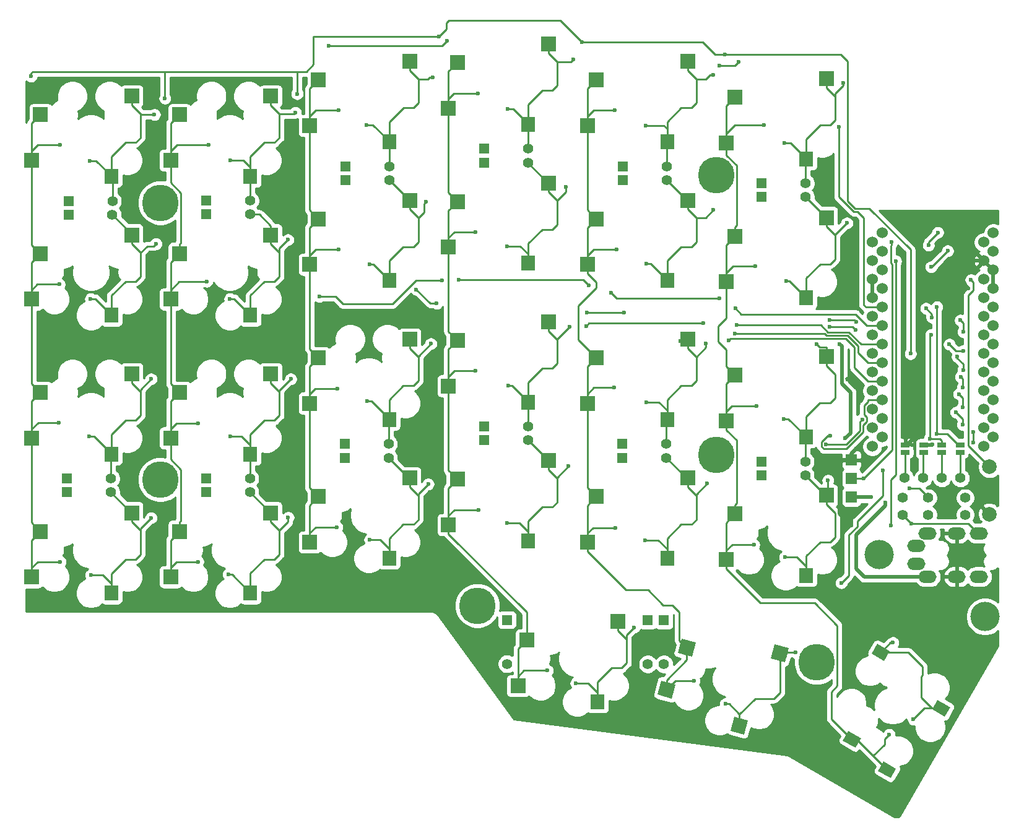
<source format=gbl>
G04 #@! TF.GenerationSoftware,KiCad,Pcbnew,(5.1.0)-1*
G04 #@! TF.CreationDate,2019-05-05T14:00:57-05:00*
G04 #@! TF.ProjectId,corne-chocolate,636f726e-652d-4636-986f-636f6c617465,2.1*
G04 #@! TF.SameCoordinates,Original*
G04 #@! TF.FileFunction,Copper,L2,Bot*
G04 #@! TF.FilePolarity,Positive*
%FSLAX46Y46*%
G04 Gerber Fmt 4.6, Leading zero omitted, Abs format (unit mm)*
G04 Created by KiCad (PCBNEW (5.1.0)-1) date 2019-05-05 14:00:57*
%MOMM*%
%LPD*%
G04 APERTURE LIST*
%ADD10R,1.397000X1.397000*%
%ADD11C,1.397000*%
%ADD12C,4.000000*%
%ADD13C,1.500000*%
%ADD14C,0.100000*%
%ADD15R,2.000000X2.000000*%
%ADD16R,1.900000X2.000000*%
%ADD17C,2.000000*%
%ADD18C,1.900000*%
%ADD19C,5.000000*%
%ADD20O,2.500000X1.700000*%
%ADD21C,1.524000*%
%ADD22R,1.143000X0.635000*%
%ADD23R,1.524000X1.524000*%
%ADD24C,0.600000*%
%ADD25C,0.250000*%
%ADD26C,0.500000*%
%ADD27C,0.254000*%
G04 APERTURE END LIST*
D10*
X66938900Y-67411600D03*
D11*
X72938900Y-67411600D03*
D10*
X123746000Y-98247200D03*
D11*
X129746000Y-98247200D03*
D10*
X148363600Y-124750000D03*
D11*
X148363600Y-130750000D03*
D10*
X161744400Y-64973200D03*
D11*
X167744400Y-64973200D03*
D10*
X142745200Y-62636400D03*
D11*
X148745200Y-62636400D03*
D10*
X123746000Y-60248800D03*
D11*
X129746000Y-60248800D03*
D10*
X104797600Y-62636400D03*
D11*
X110797600Y-62636400D03*
D10*
X85773000Y-67360800D03*
D11*
X91773000Y-67360800D03*
D10*
X142745200Y-64516000D03*
D11*
X148745200Y-64516000D03*
D10*
X66926200Y-69265800D03*
D11*
X72926200Y-69265800D03*
D10*
X85773000Y-69227700D03*
D11*
X91773000Y-69227700D03*
D10*
X104800400Y-64516000D03*
D11*
X110800400Y-64516000D03*
D10*
X123746000Y-62128400D03*
D11*
X129746000Y-62128400D03*
D10*
X161744400Y-66852800D03*
D11*
X167744400Y-66852800D03*
D10*
X66745600Y-105359200D03*
D11*
X72745600Y-105359200D03*
D10*
X85747600Y-105359200D03*
D11*
X91747600Y-105359200D03*
D10*
X104696000Y-100634800D03*
D11*
X110696000Y-100634800D03*
D10*
X142694400Y-100634800D03*
D11*
X148694400Y-100634800D03*
D10*
X161693600Y-103022400D03*
D11*
X167693600Y-103022400D03*
D10*
X66748400Y-107238800D03*
D11*
X72748400Y-107238800D03*
D10*
X85747600Y-107238800D03*
D11*
X91747600Y-107238800D03*
D10*
X104696000Y-102514400D03*
D11*
X110696000Y-102514400D03*
D10*
X123746000Y-100126800D03*
D11*
X129746000Y-100126800D03*
D10*
X161693600Y-104902000D03*
D11*
X167693600Y-104902000D03*
D10*
X126898400Y-124708400D03*
D11*
X126898400Y-130708400D03*
D10*
X146151600Y-124750000D03*
D11*
X146151600Y-130750000D03*
D10*
X142694400Y-102514400D03*
D11*
X148694400Y-102514400D03*
D12*
X192250000Y-124250000D03*
X177750000Y-115750000D03*
D13*
X178017491Y-129132960D03*
D14*
G36*
X177526466Y-127983441D02*
G01*
X179258516Y-128983441D01*
X178508516Y-130282479D01*
X176776466Y-129282479D01*
X177526466Y-127983441D01*
X177526466Y-127983441D01*
G37*
D13*
X174067195Y-141055073D03*
D14*
G36*
X173576170Y-139905554D02*
G01*
X175308220Y-140905554D01*
X174558220Y-142204592D01*
X172826170Y-141204592D01*
X173576170Y-139905554D01*
X173576170Y-139905554D01*
G37*
D13*
X186276450Y-136788024D03*
D14*
G36*
X185785425Y-135638505D02*
G01*
X187517475Y-136638505D01*
X186767475Y-137937543D01*
X185035425Y-136937543D01*
X185785425Y-135638505D01*
X185785425Y-135638505D01*
G37*
D13*
X178871194Y-145214303D03*
D14*
G36*
X178380169Y-144064784D02*
G01*
X180112219Y-145064784D01*
X179362219Y-146363822D01*
X177630169Y-145363822D01*
X178380169Y-144064784D01*
X178380169Y-144064784D01*
G37*
D15*
X151600000Y-67295000D03*
X139100000Y-69835000D03*
D16*
X148800000Y-78275000D03*
D15*
X137900000Y-76075000D03*
X132600000Y-64920000D03*
X120100000Y-67460000D03*
D16*
X129800000Y-75900000D03*
D15*
X118900000Y-73700000D03*
X170600000Y-50670000D03*
X158100000Y-53210000D03*
D16*
X167800000Y-61650000D03*
D15*
X156900000Y-59450000D03*
X151600000Y-48295000D03*
X139100000Y-50835000D03*
D16*
X148800000Y-59275000D03*
D15*
X137900000Y-57075000D03*
X132600000Y-45920000D03*
X120100000Y-48460000D03*
D16*
X129800000Y-56900000D03*
D15*
X118900000Y-54700000D03*
X113600000Y-48295000D03*
X101100000Y-50835000D03*
D16*
X110800000Y-59275000D03*
D15*
X99900000Y-57075000D03*
X94600000Y-53045000D03*
X82100000Y-55585000D03*
D16*
X91800000Y-64025000D03*
D15*
X80900000Y-61825000D03*
X75600000Y-53045000D03*
X63100000Y-55585000D03*
D16*
X72800000Y-64025000D03*
D15*
X61900000Y-61825000D03*
X75600000Y-72045000D03*
X63100000Y-74585000D03*
D16*
X72800000Y-83025000D03*
D15*
X61900000Y-80825000D03*
D17*
X164223985Y-129292483D03*
D14*
G36*
X165448730Y-128585376D02*
G01*
X164931092Y-130517228D01*
X162999240Y-129999590D01*
X163516878Y-128067738D01*
X165448730Y-128585376D01*
X165448730Y-128585376D01*
G37*
D17*
X151492512Y-128510697D03*
D14*
G36*
X152717257Y-127803590D02*
G01*
X152199619Y-129735442D01*
X150267767Y-129217804D01*
X150785405Y-127285952D01*
X152717257Y-127803590D01*
X152717257Y-127803590D01*
G37*
D18*
X158677560Y-139173656D03*
D14*
G36*
X159854009Y-138453608D02*
G01*
X159336370Y-140385460D01*
X157501111Y-139893704D01*
X158018750Y-137961852D01*
X159854009Y-138453608D01*
X159854009Y-138453608D01*
G37*
D17*
X148718370Y-134227491D03*
D14*
G36*
X149943115Y-133520384D02*
G01*
X149425477Y-135452236D01*
X147493625Y-134934598D01*
X148011263Y-133002746D01*
X149943115Y-133520384D01*
X149943115Y-133520384D01*
G37*
D15*
X151600000Y-86295000D03*
X139100000Y-88835000D03*
D16*
X148800000Y-97275000D03*
D15*
X137900000Y-95075000D03*
X170600000Y-107670000D03*
X158100000Y-110210000D03*
D16*
X167800000Y-118650000D03*
D15*
X156900000Y-116450000D03*
X170600000Y-88670000D03*
X158100000Y-91210000D03*
D16*
X167800000Y-99650000D03*
D15*
X156900000Y-97450000D03*
X170600000Y-69670000D03*
X158100000Y-72210000D03*
D16*
X167800000Y-80650000D03*
D15*
X156900000Y-78450000D03*
X113600000Y-105295000D03*
X101100000Y-107835000D03*
D16*
X110800000Y-116275000D03*
D15*
X99900000Y-114075000D03*
X132600000Y-83920000D03*
X120100000Y-86460000D03*
D16*
X129800000Y-94900000D03*
D15*
X118900000Y-92700000D03*
X113600000Y-67295000D03*
X101100000Y-69835000D03*
D16*
X110800000Y-78275000D03*
D15*
X99900000Y-76075000D03*
X94600000Y-110045000D03*
X82100000Y-112585000D03*
D16*
X91800000Y-121025000D03*
D15*
X80900000Y-118825000D03*
X94600000Y-72045000D03*
X82100000Y-74585000D03*
D16*
X91800000Y-83025000D03*
D15*
X80900000Y-80825000D03*
X151600000Y-105295000D03*
X139100000Y-107835000D03*
D16*
X148800000Y-116275000D03*
D15*
X137900000Y-114075000D03*
X132600000Y-102920000D03*
X120100000Y-105460000D03*
D16*
X129800000Y-113900000D03*
D15*
X118900000Y-111700000D03*
X142100000Y-124920000D03*
X129600000Y-127460000D03*
D16*
X139300000Y-135900000D03*
D15*
X128400000Y-133700000D03*
X75600000Y-110045000D03*
X63100000Y-112585000D03*
D16*
X72800000Y-121025000D03*
D15*
X61900000Y-118825000D03*
X113600000Y-86295000D03*
X101100000Y-88835000D03*
D16*
X110800000Y-97275000D03*
D15*
X99900000Y-95075000D03*
X94600000Y-91045000D03*
X82100000Y-93585000D03*
D16*
X91800000Y-102025000D03*
D15*
X80900000Y-99825000D03*
X75600000Y-91045000D03*
X63100000Y-93585000D03*
D16*
X72800000Y-102025000D03*
D15*
X61900000Y-99825000D03*
D19*
X155500000Y-102108000D03*
X155500000Y-63892000D03*
X79500000Y-67642000D03*
D20*
X184400000Y-112850000D03*
X182900000Y-117050000D03*
X191400000Y-112850000D03*
X188400000Y-112850000D03*
X191400000Y-118800000D03*
X188400000Y-118800000D03*
X184400000Y-118800000D03*
X182900000Y-114600000D03*
D21*
X192100000Y-73042000D03*
X192100000Y-75582000D03*
X192100000Y-78122000D03*
X192100000Y-80662000D03*
X192100000Y-83202000D03*
X192100000Y-85742000D03*
X192100000Y-88282000D03*
X192100000Y-90822000D03*
X192100000Y-93362000D03*
X192100000Y-95902000D03*
X192100000Y-98442000D03*
X192100000Y-100982000D03*
X176860000Y-100982000D03*
X176860000Y-98442000D03*
X176860000Y-95902000D03*
X176860000Y-93362000D03*
X176860000Y-90822000D03*
X176860000Y-88282000D03*
X176860000Y-85742000D03*
X176860000Y-83202000D03*
X176860000Y-80662000D03*
X176860000Y-78122000D03*
X176860000Y-75582000D03*
X176860000Y-73042000D03*
X193406400Y-71772000D03*
X193406400Y-74312000D03*
X193406400Y-76852000D03*
X193406400Y-79392000D03*
X193406400Y-81932000D03*
X193406400Y-84472000D03*
X193406400Y-87012000D03*
X193406400Y-89552000D03*
X193406400Y-92092000D03*
X193406400Y-94632000D03*
X193406400Y-97172000D03*
X193406400Y-99712000D03*
X178186400Y-99712000D03*
X178186400Y-97172000D03*
X178186400Y-94632000D03*
X178186400Y-92092000D03*
X178186400Y-89552000D03*
X178186400Y-87012000D03*
X178186400Y-84472000D03*
X178186400Y-81932000D03*
X178186400Y-79392000D03*
X178186400Y-76852000D03*
X178186400Y-74312000D03*
X178186400Y-71772000D03*
D11*
X189540000Y-108000000D03*
X184460000Y-108000000D03*
X189540000Y-110300000D03*
X184460000Y-110300000D03*
D22*
X188875000Y-100749620D03*
X188875000Y-101750380D03*
X186375000Y-100749620D03*
X186375000Y-101750380D03*
X183875000Y-100749620D03*
X183875000Y-101750380D03*
X181375000Y-100749620D03*
X181375000Y-101750380D03*
D23*
X174000000Y-102820000D03*
X174000000Y-105360000D03*
X174000000Y-107900000D03*
D11*
X181300000Y-105300000D03*
X183840000Y-105300000D03*
X186380000Y-105300000D03*
X188920000Y-105300000D03*
D19*
X79500000Y-105500000D03*
X122850000Y-122750000D03*
X169250000Y-130500000D03*
D11*
X181000000Y-108000000D03*
X181000000Y-110300000D03*
D17*
X192900000Y-103750000D03*
X192900000Y-110250000D03*
D24*
X182075600Y-88282000D03*
X61823600Y-50342800D03*
X117592170Y-44907200D03*
X137164914Y-45664286D03*
X156718000Y-47345600D03*
X98196400Y-52730400D03*
X80111600Y-53340000D03*
X78689200Y-55575200D03*
X69850000Y-61874400D03*
X174620000Y-83901200D03*
X171043600Y-83667600D03*
X97942400Y-55270400D03*
X89052400Y-61823600D03*
X174599600Y-84988400D03*
X171043600Y-84582000D03*
X116738400Y-50495200D03*
X107696000Y-56997600D03*
X175471600Y-97290400D03*
X170535600Y-100685600D03*
X135991600Y-48006000D03*
X127000000Y-54813200D03*
X155092400Y-50139600D03*
X145846800Y-57048400D03*
X172872400Y-51206400D03*
X164846000Y-59486800D03*
X78892400Y-73253600D03*
X69951600Y-80772000D03*
X96926400Y-72694800D03*
X89001600Y-80772000D03*
X115824000Y-67513200D03*
X108102400Y-76047600D03*
X134975600Y-65481200D03*
X126949200Y-73558400D03*
X155143200Y-68630800D03*
X145948400Y-75996800D03*
X173380400Y-70408800D03*
X165100000Y-78333600D03*
X78232000Y-91744800D03*
X69799200Y-99618800D03*
X97332800Y-91744800D03*
X89052400Y-99568000D03*
X116484400Y-86918800D03*
X107746800Y-94792800D03*
X135483600Y-84582000D03*
X127050800Y-92659200D03*
X150622000Y-86563200D03*
X154127200Y-86918800D03*
X145999200Y-94894400D03*
X169214800Y-86969600D03*
X164795200Y-97180400D03*
X174650000Y-101320000D03*
X173435022Y-91800000D03*
X188360000Y-75620000D03*
X189960000Y-79370000D03*
X182480000Y-99200000D03*
X173435022Y-81805022D03*
X174000000Y-111800000D03*
X173735021Y-76353379D03*
X185100000Y-100700000D03*
X176657800Y-107900000D03*
X173177200Y-99872800D03*
X172377100Y-86956900D03*
X178649999Y-108624001D03*
X185000000Y-83300000D03*
X184200000Y-82100000D03*
X65760600Y-59715400D03*
X65675601Y-78799599D03*
X65573601Y-97697599D03*
X65786000Y-116738400D03*
X172313600Y-57251600D03*
X158546800Y-48361600D03*
X155982199Y-48844999D03*
X118719600Y-45466000D03*
X102565200Y-46177200D03*
X189300000Y-85300000D03*
X188900000Y-83700000D03*
X86101000Y-59695000D03*
X85836399Y-78400001D03*
X84649401Y-97773399D03*
X84623601Y-116747599D03*
X158140400Y-82092800D03*
X155956000Y-80721200D03*
X141122400Y-79908400D03*
X138125200Y-78943200D03*
X120345200Y-78130400D03*
X118059200Y-78282800D03*
X101244400Y-80467200D03*
X189300000Y-87900000D03*
X187400000Y-87000000D03*
X103886000Y-74015600D03*
X103892800Y-54958800D03*
X103687201Y-93061199D03*
X103636001Y-112009999D03*
X158343600Y-84378800D03*
X142900400Y-82651600D03*
X117297200Y-81381600D03*
X114503200Y-79502000D03*
X137871200Y-82651600D03*
X189300000Y-90500000D03*
X188500000Y-88700000D03*
X122961400Y-52705000D03*
X122630101Y-71629099D03*
X122629701Y-90628699D03*
X122986500Y-109677500D03*
X132433700Y-131624700D03*
X158038800Y-85547200D03*
X153771600Y-84124800D03*
X137718800Y-84480400D03*
X189200000Y-92900000D03*
X188960000Y-91460000D03*
X141611001Y-54984999D03*
X141917000Y-73983000D03*
X141559401Y-92933399D03*
X141711401Y-112085399D03*
X152476200Y-133019800D03*
X157226000Y-86461600D03*
X189200000Y-95600000D03*
X188700000Y-93800000D03*
X162024599Y-57025001D03*
X160846700Y-76287700D03*
X160998700Y-95439700D03*
X160666501Y-114415499D03*
X179177601Y-140366401D03*
X171145200Y-99517200D03*
X185800000Y-71700000D03*
X175700000Y-105360000D03*
X179500000Y-73042000D03*
X184530000Y-73450000D03*
X179400000Y-111800000D03*
X187160000Y-74220000D03*
X180060000Y-75619998D03*
X184910000Y-76400000D03*
X190350000Y-78180000D03*
X184900000Y-85700000D03*
X184700000Y-99900000D03*
X181900000Y-106700000D03*
X185700000Y-81900000D03*
X185700000Y-99240010D03*
X189200000Y-98000000D03*
X188300000Y-96300000D03*
X190700000Y-100400000D03*
X190700000Y-99000000D03*
X182200000Y-111500000D03*
X144272000Y-125730000D03*
X136347200Y-133350000D03*
X178308000Y-104241600D03*
X172618400Y-119634000D03*
X166370000Y-129133600D03*
X156768800Y-136194800D03*
X179679600Y-127812800D03*
X182473600Y-138277600D03*
X78232000Y-110744000D03*
X70002400Y-118567200D03*
X96977200Y-110693200D03*
X88798400Y-118465600D03*
X116128800Y-106121200D03*
X108153200Y-113741200D03*
X135331200Y-103682800D03*
X126949200Y-111455200D03*
X154279600Y-106019600D03*
X145796000Y-113792000D03*
X170789600Y-105613200D03*
X164896800Y-116128800D03*
D25*
X173497401Y-67403171D02*
X173497401Y-48275401D01*
X174494240Y-68400010D02*
X173497401Y-67403171D01*
X176423172Y-68400010D02*
X174494240Y-68400010D01*
X182075600Y-88282000D02*
X182075600Y-74052438D01*
X182075600Y-74052438D02*
X176423172Y-68400010D01*
X173497401Y-48275401D02*
X172567600Y-47345600D01*
X155349742Y-47345600D02*
X153670000Y-45665858D01*
X172567600Y-47345600D02*
X156718000Y-47345600D01*
X137166487Y-45665858D02*
X137164914Y-45664286D01*
X153670000Y-45665858D02*
X137166487Y-45665858D01*
X134223429Y-42722800D02*
X118922800Y-42722800D01*
X118922800Y-42722800D02*
X118618000Y-43027600D01*
X118618000Y-43881370D02*
X117592170Y-44907200D01*
X118618000Y-43027600D02*
X118618000Y-43881370D01*
X117592170Y-44907200D02*
X100431600Y-44907200D01*
X100431600Y-44907200D02*
X100431600Y-48717200D01*
X100431600Y-48717200D02*
X99466400Y-49682400D01*
X61823600Y-50342800D02*
X61823600Y-49918536D01*
X61823600Y-49885600D02*
X62026800Y-49682400D01*
X80111600Y-49682400D02*
X62026800Y-49682400D01*
X99466400Y-49682400D02*
X99466400Y-49682400D01*
X117592170Y-44907200D02*
X117592170Y-44907200D01*
X137164914Y-45664286D02*
X134223429Y-42722800D01*
X156718000Y-47345600D02*
X155349742Y-47345600D01*
X98196400Y-49682400D02*
X98196400Y-52730400D01*
X98196400Y-49682400D02*
X80111600Y-49682400D01*
X99466400Y-49682400D02*
X98196400Y-49682400D01*
X98196400Y-52730400D02*
X98196400Y-52730400D01*
X80111600Y-52915736D02*
X80111600Y-49682400D01*
X80111600Y-53340000D02*
X80111600Y-52915736D01*
X75600000Y-54295000D02*
X75600000Y-53045000D01*
X76775001Y-55470001D02*
X75600000Y-54295000D01*
X76775001Y-58737001D02*
X76775001Y-55470001D01*
X76112001Y-59400001D02*
X76775001Y-58737001D01*
X74723997Y-59400001D02*
X76112001Y-59400001D01*
X72800000Y-61323998D02*
X74723997Y-59400001D01*
X72800000Y-64025000D02*
X72800000Y-61323998D01*
X76880200Y-55575200D02*
X76775001Y-55470001D01*
X78689200Y-55575200D02*
X76880200Y-55575200D01*
X72800000Y-63975000D02*
X70699400Y-61874400D01*
X72800000Y-64025000D02*
X72800000Y-63975000D01*
X70699400Y-61874400D02*
X69850000Y-61874400D01*
X69850000Y-61874400D02*
X69850000Y-61874400D01*
X72938900Y-64163900D02*
X72800000Y-64025000D01*
X72938900Y-67411600D02*
X72938900Y-64163900D01*
X171043600Y-83667600D02*
X171043600Y-83667600D01*
X174386400Y-83667600D02*
X174620000Y-83901200D01*
X171043600Y-83667600D02*
X174386400Y-83667600D01*
X94600000Y-54295000D02*
X94600000Y-53045000D01*
X95775001Y-55470001D02*
X94600000Y-54295000D01*
X95775001Y-58737001D02*
X95775001Y-55470001D01*
X95112001Y-59400001D02*
X95775001Y-58737001D01*
X93723997Y-59400001D02*
X95112001Y-59400001D01*
X91800000Y-61323998D02*
X93723997Y-59400001D01*
X91800000Y-64025000D02*
X91800000Y-61323998D01*
X95775001Y-55470001D02*
X97742799Y-55470001D01*
X97742799Y-55470001D02*
X97942400Y-55270400D01*
X97942400Y-55270400D02*
X97942400Y-55270400D01*
X89476664Y-61823600D02*
X89052400Y-61823600D01*
X90848600Y-61823600D02*
X89476664Y-61823600D01*
X91800000Y-62775000D02*
X90848600Y-61823600D01*
X91800000Y-64025000D02*
X91800000Y-62775000D01*
X91773000Y-64052000D02*
X91800000Y-64025000D01*
X91773000Y-67360800D02*
X91773000Y-64052000D01*
X171043600Y-84582000D02*
X171043600Y-84582000D01*
X174142400Y-84582000D02*
X173126400Y-84582000D01*
X173768936Y-84582000D02*
X173126400Y-84582000D01*
X173126400Y-84582000D02*
X171043600Y-84582000D01*
X174193200Y-84582000D02*
X174142400Y-84582000D01*
X174599600Y-84988400D02*
X174193200Y-84582000D01*
X113600000Y-49545000D02*
X113600000Y-48295000D01*
X114775001Y-50720001D02*
X113600000Y-49545000D01*
X112735999Y-54650001D02*
X114112001Y-54650001D01*
X114775001Y-53987001D02*
X114775001Y-50720001D01*
X110800000Y-56586000D02*
X112735999Y-54650001D01*
X114112001Y-54650001D02*
X114775001Y-53987001D01*
X110800000Y-59275000D02*
X110800000Y-56586000D01*
X116089335Y-50720001D02*
X114775001Y-50720001D01*
X116314136Y-50495200D02*
X116089335Y-50720001D01*
X116738400Y-50495200D02*
X116314136Y-50495200D01*
X110800000Y-59225000D02*
X110800000Y-59275000D01*
X108572600Y-56997600D02*
X110800000Y-59225000D01*
X107696000Y-56997600D02*
X108572600Y-56997600D01*
X110797600Y-59277400D02*
X110800000Y-59275000D01*
X110797600Y-62636400D02*
X110797600Y-59277400D01*
X175171601Y-98803401D02*
X173289402Y-100685600D01*
X175471600Y-97290400D02*
X175171601Y-97590399D01*
X175171601Y-97590399D02*
X175171601Y-98803401D01*
X173289402Y-100685600D02*
X170535600Y-100685600D01*
X170535600Y-100685600D02*
X170535600Y-100685600D01*
X132600000Y-47170000D02*
X132600000Y-45920000D01*
X133775001Y-51612001D02*
X133775001Y-48345001D01*
X133112001Y-52275001D02*
X133775001Y-51612001D01*
X133775001Y-48345001D02*
X132600000Y-47170000D01*
X131723997Y-52275001D02*
X133112001Y-52275001D01*
X129800000Y-54198998D02*
X131723997Y-52275001D01*
X129800000Y-56900000D02*
X129800000Y-54198998D01*
X133775001Y-48345001D02*
X135652599Y-48345001D01*
X135652599Y-48345001D02*
X135991600Y-48006000D01*
X135991600Y-48006000D02*
X135991600Y-48006000D01*
X129800000Y-56850000D02*
X127763200Y-54813200D01*
X129800000Y-56900000D02*
X129800000Y-56850000D01*
X127763200Y-54813200D02*
X127000000Y-54813200D01*
X127000000Y-54813200D02*
X127000000Y-54813200D01*
X129746000Y-56954000D02*
X129800000Y-56900000D01*
X129746000Y-60248800D02*
X129746000Y-56954000D01*
X151600000Y-49545000D02*
X151600000Y-48295000D01*
X152775001Y-50720001D02*
X151600000Y-49545000D01*
X152775001Y-53987001D02*
X152775001Y-50720001D01*
X152112001Y-54650001D02*
X152775001Y-53987001D01*
X150723997Y-54650001D02*
X152112001Y-54650001D01*
X148800000Y-56573998D02*
X150723997Y-54650001D01*
X154087735Y-50720001D02*
X152775001Y-50720001D01*
X154668136Y-50139600D02*
X154087735Y-50720001D01*
X155092400Y-50139600D02*
X154668136Y-50139600D01*
X148298800Y-57048400D02*
X148800000Y-57549600D01*
X145846800Y-57048400D02*
X148298800Y-57048400D01*
X148800000Y-59275000D02*
X148800000Y-57549600D01*
X148800000Y-57549600D02*
X148800000Y-56573998D01*
X148745200Y-59329800D02*
X148800000Y-59275000D01*
X148745200Y-62636400D02*
X148745200Y-59329800D01*
X170600000Y-51920000D02*
X170600000Y-50670000D01*
X171775001Y-53095001D02*
X170600000Y-51920000D01*
X171775001Y-56362001D02*
X171775001Y-53095001D01*
X171112001Y-57025001D02*
X171775001Y-56362001D01*
X169723997Y-57025001D02*
X171112001Y-57025001D01*
X167800000Y-58948998D02*
X169723997Y-57025001D01*
X167800000Y-61650000D02*
X167800000Y-58948998D01*
X171775001Y-53095001D02*
X171775001Y-52710199D01*
X171775001Y-52710199D02*
X172872400Y-51612800D01*
X172872400Y-51612800D02*
X172872400Y-51206400D01*
X172872400Y-51206400D02*
X172872400Y-51206400D01*
X167800000Y-61600000D02*
X165686800Y-59486800D01*
X167800000Y-61650000D02*
X167800000Y-61600000D01*
X165686800Y-59486800D02*
X164846000Y-59486800D01*
X164846000Y-59486800D02*
X164846000Y-59486800D01*
X167744400Y-61705600D02*
X167800000Y-61650000D01*
X167744400Y-64973200D02*
X167744400Y-61705600D01*
X75600000Y-73295000D02*
X75600000Y-72045000D01*
X76775001Y-74470001D02*
X75600000Y-73295000D01*
X76775001Y-77737001D02*
X76775001Y-74470001D01*
X74723997Y-78400001D02*
X76112001Y-78400001D01*
X76112001Y-78400001D02*
X76775001Y-77737001D01*
X72800000Y-80323998D02*
X74723997Y-78400001D01*
X72800000Y-83025000D02*
X72800000Y-80323998D01*
X77691403Y-73553599D02*
X76775001Y-74470001D01*
X78592401Y-73553599D02*
X77691403Y-73553599D01*
X78892400Y-73253600D02*
X78592401Y-73553599D01*
X72800000Y-82975000D02*
X72800000Y-83025000D01*
X70597000Y-80772000D02*
X72800000Y-82975000D01*
X69951600Y-80772000D02*
X70597000Y-80772000D01*
X75600000Y-71939600D02*
X75600000Y-72045000D01*
X72926200Y-69265800D02*
X75600000Y-71939600D01*
X94600000Y-73295000D02*
X94600000Y-72045000D01*
X95775001Y-77737001D02*
X95775001Y-74470001D01*
X95112001Y-78400001D02*
X95775001Y-77737001D01*
X95775001Y-74470001D02*
X94600000Y-73295000D01*
X93723997Y-78400001D02*
X95112001Y-78400001D01*
X91800000Y-80323998D02*
X93723997Y-78400001D01*
X91800000Y-83025000D02*
X91800000Y-80323998D01*
X95775001Y-74470001D02*
X95775001Y-73846199D01*
X95775001Y-73846199D02*
X96926400Y-72694800D01*
X96926400Y-72694800D02*
X96926400Y-72694800D01*
X91800000Y-82975000D02*
X89597000Y-80772000D01*
X91800000Y-83025000D02*
X91800000Y-82975000D01*
X89597000Y-80772000D02*
X89001600Y-80772000D01*
X89001600Y-80772000D02*
X89001600Y-80772000D01*
X92760828Y-69227700D02*
X91773000Y-69227700D01*
X93032700Y-69227700D02*
X92760828Y-69227700D01*
X94600000Y-70795000D02*
X93032700Y-69227700D01*
X94600000Y-72045000D02*
X94600000Y-70795000D01*
X113600000Y-68545000D02*
X113600000Y-67295000D01*
X114775001Y-69720001D02*
X113600000Y-68545000D01*
X114775001Y-72987001D02*
X114775001Y-69720001D01*
X114112001Y-73650001D02*
X114775001Y-72987001D01*
X112723997Y-73650001D02*
X114112001Y-73650001D01*
X110800000Y-75573998D02*
X112723997Y-73650001D01*
X110800000Y-78275000D02*
X110800000Y-75573998D01*
X115524001Y-68971001D02*
X114775001Y-69720001D01*
X115524001Y-67813199D02*
X115524001Y-68971001D01*
X115824000Y-67513200D02*
X115524001Y-67813199D01*
X110800000Y-78225000D02*
X110800000Y-78275000D01*
X108622600Y-76047600D02*
X110800000Y-78225000D01*
X108102400Y-76047600D02*
X108622600Y-76047600D01*
X113579400Y-67295000D02*
X113600000Y-67295000D01*
X110800400Y-64516000D02*
X113579400Y-67295000D01*
X132600000Y-66170000D02*
X132600000Y-64920000D01*
X133775001Y-67345001D02*
X132600000Y-66170000D01*
X133775001Y-70612001D02*
X133775001Y-67345001D01*
X133112001Y-71275001D02*
X133775001Y-70612001D01*
X131723997Y-71275001D02*
X133112001Y-71275001D01*
X129800000Y-73198998D02*
X131723997Y-71275001D01*
X129800000Y-75900000D02*
X129800000Y-73198998D01*
X134975600Y-66144402D02*
X133775001Y-67345001D01*
X134975600Y-65481200D02*
X134975600Y-66144402D01*
X129800000Y-74650000D02*
X128708400Y-73558400D01*
X129800000Y-75900000D02*
X129800000Y-74650000D01*
X128708400Y-73558400D02*
X126949200Y-73558400D01*
X126949200Y-73558400D02*
X126949200Y-73558400D01*
X132537600Y-64920000D02*
X132600000Y-64920000D01*
X129746000Y-62128400D02*
X132537600Y-64920000D01*
X151600000Y-68545000D02*
X151600000Y-67295000D01*
X152775001Y-69720001D02*
X151600000Y-68545000D01*
X152775001Y-72987001D02*
X152775001Y-69720001D01*
X152112001Y-73650001D02*
X152775001Y-72987001D01*
X150723997Y-73650001D02*
X152112001Y-73650001D01*
X148800000Y-75573998D02*
X150723997Y-73650001D01*
X148800000Y-78275000D02*
X148800000Y-75573998D01*
X152775001Y-69720001D02*
X154053999Y-69720001D01*
X154053999Y-69720001D02*
X155143200Y-68630800D01*
X155143200Y-68630800D02*
X155143200Y-68630800D01*
X148800000Y-78225000D02*
X148800000Y-78275000D01*
X146571800Y-75996800D02*
X148800000Y-78225000D01*
X145948400Y-75996800D02*
X146571800Y-75996800D01*
X151524200Y-67295000D02*
X151600000Y-67295000D01*
X148745200Y-64516000D02*
X151524200Y-67295000D01*
X171112001Y-76025001D02*
X171775001Y-75362001D01*
X171775001Y-72095001D02*
X170600000Y-70920000D01*
X169723997Y-76025001D02*
X171112001Y-76025001D01*
X171775001Y-75362001D02*
X171775001Y-72095001D01*
X167800000Y-77948998D02*
X169723997Y-76025001D01*
X170600000Y-70920000D02*
X170600000Y-69670000D01*
X167800000Y-80650000D02*
X167800000Y-77948998D01*
X171775001Y-72014199D02*
X171775001Y-72095001D01*
X173380400Y-70408800D02*
X171775001Y-72014199D01*
X167800000Y-80600000D02*
X165533600Y-78333600D01*
X167800000Y-80650000D02*
X167800000Y-80600000D01*
X165533600Y-78333600D02*
X165100000Y-78333600D01*
X165100000Y-78333600D02*
X165100000Y-78333600D01*
X170561600Y-69670000D02*
X170600000Y-69670000D01*
X167744400Y-66852800D02*
X170561600Y-69670000D01*
X75600000Y-92295000D02*
X75600000Y-91045000D01*
X76775001Y-93470001D02*
X75600000Y-92295000D01*
X76775001Y-96737001D02*
X76775001Y-93470001D01*
X74723997Y-97400001D02*
X76112001Y-97400001D01*
X72800000Y-99323998D02*
X74723997Y-97400001D01*
X76112001Y-97400001D02*
X76775001Y-96737001D01*
X72800000Y-102025000D02*
X72800000Y-99323998D01*
X76775001Y-93201799D02*
X78232000Y-91744800D01*
X76775001Y-93470001D02*
X76775001Y-93201799D01*
X72800000Y-101975000D02*
X72800000Y-102025000D01*
X70443800Y-99618800D02*
X72800000Y-101975000D01*
X69799200Y-99618800D02*
X70443800Y-99618800D01*
X72745600Y-102079400D02*
X72800000Y-102025000D01*
X72745600Y-105359200D02*
X72745600Y-102079400D01*
X94600000Y-92295000D02*
X94600000Y-91045000D01*
X95775001Y-93470001D02*
X94600000Y-92295000D01*
X95775001Y-96737001D02*
X95775001Y-93470001D01*
X95112001Y-97400001D02*
X95775001Y-96737001D01*
X93723997Y-97400001D02*
X95112001Y-97400001D01*
X91800000Y-99323998D02*
X93723997Y-97400001D01*
X91800000Y-102025000D02*
X91800000Y-99323998D01*
X95775001Y-93470001D02*
X95775001Y-93302599D01*
X95775001Y-93302599D02*
X97332800Y-91744800D01*
X97332800Y-91744800D02*
X97332800Y-91744800D01*
X91800000Y-100775000D02*
X90593000Y-99568000D01*
X91800000Y-102025000D02*
X91800000Y-100775000D01*
X90593000Y-99568000D02*
X89052400Y-99568000D01*
X89052400Y-99568000D02*
X89052400Y-99568000D01*
X91747600Y-102077400D02*
X91800000Y-102025000D01*
X91747600Y-105359200D02*
X91747600Y-102077400D01*
X114775001Y-88720001D02*
X113600000Y-87545000D01*
X113600000Y-87545000D02*
X113600000Y-86295000D01*
X114112001Y-92650001D02*
X114775001Y-91987001D01*
X112723997Y-92650001D02*
X114112001Y-92650001D01*
X110800000Y-94573998D02*
X112723997Y-92650001D01*
X110800000Y-97275000D02*
X110800000Y-94573998D01*
X114775001Y-88628199D02*
X114775001Y-89019401D01*
X116484400Y-86918800D02*
X114775001Y-88628199D01*
X114775001Y-91987001D02*
X114775001Y-89019401D01*
X114775001Y-89019401D02*
X114775001Y-88720001D01*
X110800000Y-97225000D02*
X110800000Y-97275000D01*
X108367800Y-94792800D02*
X110800000Y-97225000D01*
X107746800Y-94792800D02*
X108367800Y-94792800D01*
X110696000Y-97379000D02*
X110800000Y-97275000D01*
X110696000Y-100634800D02*
X110696000Y-97379000D01*
X132600000Y-85170000D02*
X132600000Y-83920000D01*
X133775001Y-86345001D02*
X132600000Y-85170000D01*
X133775001Y-89612001D02*
X133775001Y-86345001D01*
X133112001Y-90275001D02*
X133775001Y-89612001D01*
X131723997Y-90275001D02*
X133112001Y-90275001D01*
X129800000Y-92198998D02*
X131723997Y-90275001D01*
X129800000Y-94900000D02*
X129800000Y-92198998D01*
X133775001Y-86345001D02*
X133775001Y-86290599D01*
X133775001Y-86290599D02*
X135483600Y-84582000D01*
X135483600Y-84582000D02*
X135483600Y-84582000D01*
X129800000Y-94850000D02*
X129800000Y-94900000D01*
X127609200Y-92659200D02*
X129800000Y-94850000D01*
X127050800Y-92659200D02*
X127609200Y-92659200D01*
X129746000Y-94954000D02*
X129800000Y-94900000D01*
X129746000Y-98247200D02*
X129746000Y-94954000D01*
X151600000Y-87545000D02*
X151600000Y-86295000D01*
X152775001Y-91987001D02*
X152775001Y-88720001D01*
X152775001Y-88720001D02*
X151600000Y-87545000D01*
X150723997Y-92650001D02*
X152112001Y-92650001D01*
X152112001Y-92650001D02*
X152775001Y-91987001D01*
X148800000Y-94573998D02*
X150723997Y-92650001D01*
X148800000Y-97275000D02*
X148800000Y-94573998D01*
X154127200Y-87367802D02*
X152775001Y-88720001D01*
X154127200Y-86918800D02*
X154127200Y-87367802D01*
X148800000Y-96025000D02*
X147669400Y-94894400D01*
X148800000Y-97275000D02*
X148800000Y-96025000D01*
X147669400Y-94894400D02*
X145999200Y-94894400D01*
X145999200Y-94894400D02*
X145999200Y-94894400D01*
X148694400Y-97380600D02*
X148800000Y-97275000D01*
X148694400Y-100634800D02*
X148694400Y-97380600D01*
X170600000Y-89920000D02*
X170600000Y-88670000D01*
X171775001Y-91095001D02*
X170600000Y-89920000D01*
X171775001Y-94362001D02*
X171775001Y-91095001D01*
X171112001Y-95025001D02*
X171775001Y-94362001D01*
X169642999Y-95025001D02*
X171112001Y-95025001D01*
X167800000Y-96868000D02*
X169642999Y-95025001D01*
X167800000Y-99650000D02*
X167800000Y-96868000D01*
X170600000Y-88670000D02*
X170600000Y-87420000D01*
X167800000Y-99600000D02*
X167800000Y-99650000D01*
X165380400Y-97180400D02*
X167800000Y-99600000D01*
X164795200Y-97180400D02*
X165380400Y-97180400D01*
X167693600Y-99756400D02*
X167800000Y-99650000D01*
X167693600Y-103022400D02*
X167693600Y-99756400D01*
X169665200Y-87420000D02*
X169214800Y-86969600D01*
X170600000Y-87420000D02*
X169665200Y-87420000D01*
D26*
X192100000Y-75582000D02*
X190582000Y-75582000D01*
X190582000Y-75582000D02*
X190400000Y-75400000D01*
X176860000Y-80662000D02*
X176860000Y-78122000D01*
X173385022Y-91750000D02*
X173435022Y-91800000D01*
X188360000Y-77770000D02*
X189960000Y-79370000D01*
X188360000Y-75620000D02*
X188360000Y-77770000D01*
X182480000Y-99898620D02*
X182480000Y-99200000D01*
X181629000Y-100749620D02*
X182480000Y-99898620D01*
X181375000Y-100749620D02*
X181629000Y-100749620D01*
X193406400Y-76852000D02*
X193406400Y-79392000D01*
X174000000Y-101970000D02*
X174650000Y-101320000D01*
X174000000Y-102820000D02*
X174000000Y-101970000D01*
X172400000Y-103158000D02*
X172400000Y-110200000D01*
X172738000Y-102820000D02*
X172400000Y-103158000D01*
X174000000Y-102820000D02*
X172738000Y-102820000D01*
X173735021Y-81505023D02*
X173735021Y-77788479D01*
X173435022Y-81805022D02*
X173735021Y-81505023D01*
X172400000Y-110200000D02*
X174000000Y-111800000D01*
X173735021Y-77788479D02*
X173735021Y-76353379D01*
X173735021Y-76353379D02*
X173735021Y-76353379D01*
X183875000Y-100749620D02*
X185050380Y-100749620D01*
X185050380Y-100749620D02*
X185100000Y-100700000D01*
X174000000Y-107900000D02*
X176657800Y-107900000D01*
X176657800Y-107900000D02*
X176657800Y-107900000D01*
X173899999Y-93610599D02*
X172685021Y-92395621D01*
X173899999Y-93610599D02*
X173899999Y-99150001D01*
X173899999Y-99150001D02*
X173177200Y-99872800D01*
X173177200Y-99872800D02*
X173177200Y-99872800D01*
X172685021Y-87264821D02*
X172685021Y-87410979D01*
X172377100Y-86956900D02*
X172685021Y-87264821D01*
X172685021Y-92395621D02*
X172685021Y-87410979D01*
X175746800Y-118800000D02*
X184400000Y-118800000D01*
X174650400Y-117703600D02*
X175746800Y-118800000D01*
X174650400Y-113047864D02*
X174650400Y-117703600D01*
X178649999Y-108624001D02*
X178649999Y-109048265D01*
X178649999Y-109048265D02*
X174650400Y-113047864D01*
D25*
X184200000Y-82100000D02*
X185000000Y-82900000D01*
X185000000Y-82900000D02*
X185000000Y-83300000D01*
X175700000Y-76000000D02*
X175700000Y-81618400D01*
X178186400Y-81932000D02*
X176013600Y-81932000D01*
X176013600Y-81932000D02*
X175700000Y-81618400D01*
X61900000Y-56785000D02*
X63100000Y-55585000D01*
X61900000Y-61825000D02*
X61900000Y-56785000D01*
X61900000Y-75785000D02*
X63100000Y-74585000D01*
X61900000Y-80825000D02*
X61900000Y-75785000D01*
X61900000Y-94785000D02*
X63100000Y-93585000D01*
X61900000Y-99825000D02*
X61900000Y-94785000D01*
X61900000Y-113785000D02*
X63100000Y-112585000D01*
X61900000Y-118825000D02*
X61900000Y-113785000D01*
X61900000Y-60575000D02*
X61900000Y-61825000D01*
X62759600Y-59715400D02*
X61900000Y-60575000D01*
X65760600Y-59715400D02*
X62759600Y-59715400D01*
X61900000Y-79575000D02*
X61900000Y-80825000D01*
X62675401Y-78799599D02*
X61900000Y-79575000D01*
X65675601Y-78799599D02*
X62675401Y-78799599D01*
X61900000Y-98575000D02*
X61900000Y-99825000D01*
X62777401Y-97697599D02*
X61900000Y-98575000D01*
X65573601Y-97697599D02*
X62777401Y-97697599D01*
X61900000Y-117575000D02*
X61900000Y-118825000D01*
X62736600Y-116738400D02*
X61900000Y-117575000D01*
X65786000Y-116738400D02*
X62736600Y-116738400D01*
X61900000Y-73385000D02*
X63100000Y-74585000D01*
X61900000Y-61825000D02*
X61900000Y-73385000D01*
X61900000Y-92385000D02*
X63100000Y-93585000D01*
X61900000Y-80825000D02*
X61900000Y-92385000D01*
X61900000Y-111385000D02*
X63100000Y-112585000D01*
X61900000Y-99825000D02*
X61900000Y-111385000D01*
X175695011Y-75873011D02*
X175695011Y-69675411D01*
X175700000Y-76000000D02*
X175700000Y-75878000D01*
X175700000Y-75878000D02*
X175695011Y-75873011D01*
X174307839Y-68850019D02*
X172313600Y-66855780D01*
X175695011Y-69675411D02*
X174869620Y-68850020D01*
X174869620Y-68850020D02*
X174307839Y-68850019D01*
X172313600Y-66855780D02*
X172313600Y-57251600D01*
X172313600Y-57251600D02*
X172313600Y-57251600D01*
X155982199Y-48844999D02*
X155982199Y-48844999D01*
X118008400Y-46177200D02*
X117144800Y-46177200D01*
X118719600Y-45466000D02*
X118008400Y-46177200D01*
X117144800Y-46177200D02*
X102565200Y-46177200D01*
X102565200Y-46177200D02*
X102514400Y-46177200D01*
X158063401Y-48844999D02*
X155982199Y-48844999D01*
X158546800Y-48361600D02*
X158063401Y-48844999D01*
X189300000Y-84100000D02*
X189300000Y-85300000D01*
X188900000Y-83700000D02*
X189300000Y-84100000D01*
X176115200Y-84472000D02*
X175245001Y-83601801D01*
X178186400Y-84472000D02*
X176115200Y-84472000D01*
X80900000Y-113785000D02*
X82100000Y-112585000D01*
X80900000Y-118825000D02*
X80900000Y-113785000D01*
X80900000Y-94785000D02*
X82100000Y-93585000D01*
X80900000Y-99825000D02*
X80900000Y-94785000D01*
X80900000Y-75785000D02*
X82100000Y-74585000D01*
X80900000Y-80825000D02*
X80900000Y-75785000D01*
X80900000Y-56785000D02*
X82100000Y-55585000D01*
X80900000Y-61825000D02*
X80900000Y-56785000D01*
X80900000Y-60575000D02*
X80900000Y-61825000D01*
X81780000Y-59695000D02*
X80900000Y-60575000D01*
X86101000Y-59695000D02*
X81780000Y-59695000D01*
X80900000Y-79575000D02*
X80900000Y-80825000D01*
X82074999Y-78400001D02*
X80900000Y-79575000D01*
X85836399Y-78400001D02*
X82074999Y-78400001D01*
X80900000Y-117575000D02*
X80900000Y-118825000D01*
X81727401Y-116747599D02*
X80900000Y-117575000D01*
X84623601Y-116747599D02*
X81727401Y-116747599D01*
X80900000Y-98575000D02*
X80900000Y-99825000D01*
X81701601Y-97773399D02*
X80900000Y-98575000D01*
X84649401Y-97773399D02*
X81701601Y-97773399D01*
X82100000Y-73335000D02*
X82100000Y-74585000D01*
X82325001Y-73109999D02*
X82100000Y-73335000D01*
X82325001Y-66285999D02*
X82325001Y-73109999D01*
X80900000Y-64860998D02*
X82325001Y-66285999D01*
X80900000Y-61825000D02*
X80900000Y-64860998D01*
X82100000Y-111335000D02*
X82100000Y-112585000D01*
X82325001Y-111109999D02*
X82100000Y-111335000D01*
X82325001Y-104143999D02*
X82325001Y-111109999D01*
X80900000Y-102718998D02*
X82325001Y-104143999D01*
X80900000Y-99825000D02*
X80900000Y-102718998D01*
X80900000Y-92385000D02*
X82100000Y-93585000D01*
X80900000Y-80825000D02*
X80900000Y-92385000D01*
X175245001Y-83601199D02*
X174549402Y-82905600D01*
X175245001Y-83601801D02*
X175245001Y-83601199D01*
X174549402Y-82905600D02*
X158953200Y-82905600D01*
X158953200Y-82905600D02*
X158140400Y-82092800D01*
X158140400Y-82092800D02*
X158140400Y-82092800D01*
X155956000Y-80721200D02*
X141935200Y-80721200D01*
X141935200Y-80721200D02*
X141122400Y-79908400D01*
X141122400Y-79908400D02*
X141122400Y-79908400D01*
X138125200Y-78943200D02*
X137312400Y-78130400D01*
X137312400Y-78130400D02*
X120345200Y-78130400D01*
X120345200Y-78130400D02*
X120345200Y-78130400D01*
X104444800Y-81483200D02*
X103428800Y-80467200D01*
X103428800Y-80467200D02*
X101244400Y-80467200D01*
X101244400Y-80467200D02*
X101244400Y-80467200D01*
X111252000Y-81483200D02*
X114452400Y-78282800D01*
X111252000Y-81483200D02*
X104444800Y-81483200D01*
X114452400Y-78282800D02*
X115773200Y-78282800D01*
X118059200Y-78282800D02*
X115773200Y-78282800D01*
X188300000Y-87900000D02*
X189300000Y-87900000D01*
X187400000Y-87000000D02*
X188300000Y-87900000D01*
X178186400Y-87012000D02*
X175988000Y-87012000D01*
X99900000Y-52035000D02*
X101100000Y-50835000D01*
X99900000Y-57075000D02*
X99900000Y-52035000D01*
X99900000Y-71035000D02*
X101100000Y-69835000D01*
X99900000Y-76075000D02*
X99900000Y-71035000D01*
X99900000Y-90035000D02*
X101100000Y-88835000D01*
X99900000Y-95075000D02*
X99900000Y-90035000D01*
X99900000Y-109035000D02*
X101100000Y-107835000D01*
X99900000Y-114075000D02*
X99900000Y-109035000D01*
X99900000Y-74825000D02*
X99900000Y-76075000D01*
X100709400Y-74015600D02*
X99900000Y-74825000D01*
X103886000Y-74015600D02*
X100709400Y-74015600D01*
X99900000Y-55825000D02*
X99900000Y-57075000D01*
X100766200Y-54958800D02*
X99900000Y-55825000D01*
X103892800Y-54958800D02*
X100766200Y-54958800D01*
X99900000Y-93825000D02*
X99900000Y-95075000D01*
X100663801Y-93061199D02*
X99900000Y-93825000D01*
X103687201Y-93061199D02*
X100663801Y-93061199D01*
X99900000Y-112825000D02*
X99900000Y-114075000D01*
X100715001Y-112009999D02*
X99900000Y-112825000D01*
X103636001Y-112009999D02*
X100715001Y-112009999D01*
X99900000Y-68635000D02*
X101100000Y-69835000D01*
X99900000Y-57075000D02*
X99900000Y-68635000D01*
X99900000Y-87635000D02*
X101100000Y-88835000D01*
X99900000Y-76075000D02*
X99900000Y-87635000D01*
X99900000Y-106635000D02*
X101100000Y-107835000D01*
X99900000Y-95075000D02*
X99900000Y-106635000D01*
X175988000Y-87012000D02*
X175302400Y-87012000D01*
X175302400Y-87012000D02*
X173634400Y-85344000D01*
X173634400Y-85344000D02*
X170789600Y-85344000D01*
X170789600Y-85344000D02*
X169824400Y-84378800D01*
X169824400Y-84378800D02*
X158343600Y-84378800D01*
X158343600Y-84378800D02*
X158343600Y-84378800D01*
X142900400Y-82651600D02*
X140411200Y-82651600D01*
X140411200Y-82651600D02*
X138633200Y-82651600D01*
X117297200Y-81381600D02*
X116382800Y-81381600D01*
X116382800Y-81381600D02*
X114503200Y-79502000D01*
X114503200Y-79502000D02*
X114503200Y-79502000D01*
X138633200Y-82651600D02*
X137871200Y-82651600D01*
X137871200Y-82651600D02*
X137871200Y-82651600D01*
X189300000Y-89700000D02*
X189300000Y-90500000D01*
X188400000Y-88800000D02*
X189300000Y-89700000D01*
X118900000Y-106660000D02*
X120100000Y-105460000D01*
X118900000Y-111700000D02*
X118900000Y-106660000D01*
X118900000Y-87660000D02*
X120100000Y-86460000D01*
X118900000Y-92700000D02*
X118900000Y-87660000D01*
X118900000Y-68660000D02*
X120100000Y-67460000D01*
X118900000Y-73700000D02*
X118900000Y-68660000D01*
X118900000Y-49660000D02*
X120100000Y-48460000D01*
X118900000Y-54700000D02*
X118900000Y-49660000D01*
X128400000Y-128660000D02*
X129600000Y-127460000D01*
X128400000Y-133700000D02*
X128400000Y-128660000D01*
X118900000Y-53450000D02*
X118900000Y-54700000D01*
X119645000Y-52705000D02*
X118900000Y-53450000D01*
X122961400Y-52705000D02*
X119645000Y-52705000D01*
X118900000Y-72450000D02*
X118900000Y-73700000D01*
X119720901Y-71629099D02*
X118900000Y-72450000D01*
X122630101Y-71629099D02*
X119720901Y-71629099D01*
X118900000Y-91450000D02*
X118900000Y-92700000D01*
X119721301Y-90628699D02*
X118900000Y-91450000D01*
X122629701Y-90628699D02*
X119721301Y-90628699D01*
X118900000Y-110450000D02*
X118900000Y-111700000D01*
X119672500Y-109677500D02*
X118900000Y-110450000D01*
X122986500Y-109677500D02*
X119672500Y-109677500D01*
X128400000Y-132450000D02*
X128400000Y-133700000D01*
X129225300Y-131624700D02*
X128400000Y-132450000D01*
X132433700Y-131624700D02*
X129225300Y-131624700D01*
X118900000Y-104260000D02*
X120100000Y-105460000D01*
X118900000Y-92700000D02*
X118900000Y-104260000D01*
X118900000Y-85260000D02*
X120100000Y-86460000D01*
X118900000Y-73700000D02*
X118900000Y-85260000D01*
X118900000Y-66260000D02*
X120100000Y-67460000D01*
X118900000Y-54700000D02*
X118900000Y-66260000D01*
X129600000Y-126210000D02*
X129600000Y-127460000D01*
X129600000Y-123650000D02*
X129600000Y-126210000D01*
X118900000Y-112950000D02*
X129600000Y-123650000D01*
X118900000Y-111700000D02*
X118900000Y-112950000D01*
X158038800Y-85547200D02*
X158038800Y-85547200D01*
X153771600Y-84124800D02*
X138074400Y-84124800D01*
X138074400Y-84124800D02*
X137718800Y-84480400D01*
X137718800Y-84480400D02*
X137718800Y-84480400D01*
X170356390Y-85547200D02*
X158463064Y-85547200D01*
X178186400Y-89552000D02*
X176248000Y-89552000D01*
X158463064Y-85547200D02*
X158038800Y-85547200D01*
X174894600Y-88198600D02*
X174894600Y-87240610D01*
X174894600Y-87240610D02*
X173448000Y-85794010D01*
X173448000Y-85794010D02*
X170603200Y-85794010D01*
X176248000Y-89552000D02*
X174894600Y-88198600D01*
X170603200Y-85794010D02*
X170356390Y-85547200D01*
X178186400Y-92092000D02*
X176308000Y-92092000D01*
X189200000Y-92900000D02*
X189200000Y-91700000D01*
X189200000Y-91700000D02*
X188960000Y-91460000D01*
X137900000Y-52035000D02*
X139100000Y-50835000D01*
X137900000Y-57075000D02*
X137900000Y-52035000D01*
X137900000Y-71035000D02*
X139100000Y-69835000D01*
X137900000Y-76075000D02*
X137900000Y-71035000D01*
X137900000Y-90035000D02*
X139100000Y-88835000D01*
X137900000Y-95075000D02*
X137900000Y-90035000D01*
X137900000Y-109035000D02*
X139100000Y-107835000D01*
X137900000Y-114075000D02*
X137900000Y-109035000D01*
X151492512Y-129645973D02*
X151492512Y-128510697D01*
X151492512Y-130134389D02*
X151492512Y-129645973D01*
X148718370Y-132908531D02*
X151492512Y-130134389D01*
X148718370Y-134227491D02*
X148718370Y-132908531D01*
X137900000Y-55825000D02*
X137900000Y-57075000D01*
X138740001Y-54984999D02*
X137900000Y-55825000D01*
X141611001Y-54984999D02*
X138740001Y-54984999D01*
X137900000Y-74825000D02*
X137900000Y-76075000D01*
X138742000Y-73983000D02*
X137900000Y-74825000D01*
X141917000Y-73983000D02*
X138742000Y-73983000D01*
X137900000Y-93825000D02*
X137900000Y-95075000D01*
X138791601Y-92933399D02*
X137900000Y-93825000D01*
X141559401Y-92933399D02*
X138791601Y-92933399D01*
X137900000Y-112825000D02*
X137900000Y-114075000D01*
X138639601Y-112085399D02*
X137900000Y-112825000D01*
X141711401Y-112085399D02*
X138639601Y-112085399D01*
X149926061Y-133019800D02*
X148718370Y-134227491D01*
X152476200Y-133019800D02*
X149926061Y-133019800D01*
X137900000Y-68635000D02*
X139100000Y-69835000D01*
X137900000Y-57075000D02*
X137900000Y-68635000D01*
X137900000Y-106635000D02*
X139100000Y-107835000D01*
X137900000Y-95075000D02*
X137900000Y-106635000D01*
X137900000Y-115325000D02*
X137900000Y-114075000D01*
X143174200Y-120599200D02*
X137900000Y-115325000D01*
X151492512Y-128510697D02*
X150469600Y-127487785D01*
X150469600Y-127487785D02*
X150469600Y-123647200D01*
X150469600Y-123647200D02*
X149504400Y-122682000D01*
X149504400Y-122682000D02*
X148277602Y-122682000D01*
X148277602Y-122682000D02*
X146194802Y-120599200D01*
X146194802Y-120599200D02*
X143174200Y-120599200D01*
X136652000Y-86387000D02*
X139100000Y-88835000D01*
X136652000Y-81737200D02*
X136652000Y-86387000D01*
X139101100Y-79288100D02*
X136652000Y-81737200D01*
X139101100Y-78526100D02*
X139101100Y-79288100D01*
X137900000Y-77325000D02*
X139101100Y-78526100D01*
X137900000Y-76075000D02*
X137900000Y-77325000D01*
X174444590Y-90228590D02*
X174444590Y-88385000D01*
X176308000Y-92092000D02*
X174444590Y-90228590D01*
X174444590Y-88385000D02*
X174444590Y-87427010D01*
X173261600Y-86244020D02*
X170416800Y-86244020D01*
X174444590Y-87427010D02*
X173261600Y-86244020D01*
X170416800Y-86244020D02*
X157900780Y-86244020D01*
X157900780Y-86244020D02*
X157443580Y-86244020D01*
X157443580Y-86244020D02*
X157226000Y-86461600D01*
X157226000Y-86461600D02*
X157226000Y-86461600D01*
X189200000Y-94300000D02*
X189200000Y-95600000D01*
X188700000Y-93800000D02*
X189200000Y-94300000D01*
X176268000Y-94632000D02*
X178186400Y-94632000D01*
X156900000Y-111410000D02*
X158100000Y-110210000D01*
X156900000Y-116450000D02*
X156900000Y-111410000D01*
X156900000Y-92410000D02*
X158100000Y-91210000D01*
X156900000Y-97450000D02*
X156900000Y-92410000D01*
X156900000Y-73410000D02*
X158100000Y-72210000D01*
X156900000Y-78450000D02*
X156900000Y-73410000D01*
X156900000Y-54410000D02*
X158100000Y-53210000D01*
X156900000Y-59450000D02*
X156900000Y-54410000D01*
X174711964Y-141055073D02*
X174067195Y-141055073D01*
X156900000Y-58200000D02*
X156900000Y-59450000D01*
X158074999Y-57025001D02*
X156900000Y-58200000D01*
X162024599Y-57025001D02*
X158074999Y-57025001D01*
X156900000Y-77200000D02*
X156900000Y-78450000D01*
X157812300Y-76287700D02*
X156900000Y-77200000D01*
X160846700Y-76287700D02*
X157812300Y-76287700D01*
X156900000Y-96200000D02*
X156900000Y-97450000D01*
X157660300Y-95439700D02*
X156900000Y-96200000D01*
X160998700Y-95439700D02*
X157660300Y-95439700D01*
X156900000Y-115200000D02*
X156900000Y-116450000D01*
X157684501Y-114415499D02*
X156900000Y-115200000D01*
X160666501Y-114415499D02*
X157684501Y-114415499D01*
X178546193Y-141747807D02*
X176975446Y-143318554D01*
X178546193Y-140997809D02*
X178546193Y-141747807D01*
X179177601Y-140366401D02*
X178546193Y-140997809D01*
X178871194Y-145214303D02*
X176975446Y-143318554D01*
X176975446Y-143318554D02*
X174711964Y-141055073D01*
X158100000Y-70960000D02*
X158100000Y-72210000D01*
X158325001Y-70734999D02*
X158100000Y-70960000D01*
X158325001Y-62535999D02*
X158325001Y-70734999D01*
X156900000Y-61110998D02*
X158325001Y-62535999D01*
X156900000Y-59450000D02*
X156900000Y-61110998D01*
X158100000Y-108960000D02*
X158100000Y-110210000D01*
X158325001Y-108734999D02*
X158100000Y-108960000D01*
X158325001Y-100125001D02*
X158325001Y-108734999D01*
X156900000Y-98700000D02*
X158325001Y-100125001D01*
X156900000Y-97450000D02*
X156900000Y-98700000D01*
X156900000Y-117700000D02*
X156900000Y-116450000D01*
X161577200Y-122377200D02*
X156900000Y-117700000D01*
X174067195Y-141055073D02*
X171268261Y-138256139D01*
X171268261Y-138256139D02*
X171268261Y-134547739D01*
X171268261Y-134547739D02*
X172075001Y-133740999D01*
X172075001Y-133740999D02*
X172075001Y-125491401D01*
X172075001Y-125491401D02*
X168960800Y-122377200D01*
X168960800Y-122377200D02*
X161577200Y-122377200D01*
X169910599Y-100385599D02*
X170778998Y-99517200D01*
X169910599Y-100985601D02*
X169910599Y-100385599D01*
X170235599Y-101310601D02*
X169910599Y-100985601D01*
X173300811Y-101310601D02*
X170235599Y-101310601D01*
X175621610Y-98989802D02*
X173300811Y-101310601D01*
X175621611Y-98071627D02*
X175621610Y-98989802D01*
X176268000Y-94885238D02*
X175772999Y-95380239D01*
X176268000Y-94632000D02*
X176268000Y-94885238D01*
X175772999Y-95380239D02*
X175772999Y-96666797D01*
X175772999Y-96666797D02*
X176096601Y-96990399D01*
X176096601Y-96990399D02*
X176096601Y-97596637D01*
X176096601Y-97596637D02*
X175621611Y-98071627D01*
X170778998Y-99517200D02*
X171145200Y-99517200D01*
X171145200Y-99517200D02*
X171145200Y-99517200D01*
X156900000Y-90010000D02*
X158100000Y-91210000D01*
X156900000Y-87710400D02*
X156900000Y-90010000D01*
X155803600Y-86614000D02*
X156900000Y-87710400D01*
X155803600Y-84488800D02*
X155803600Y-86614000D01*
X156900000Y-83392400D02*
X155803600Y-84488800D01*
X156900000Y-78450000D02*
X156900000Y-83392400D01*
X184530000Y-72970000D02*
X184530000Y-73450000D01*
X179434999Y-73531265D02*
X179434999Y-75920001D01*
X179600000Y-101460000D02*
X175700000Y-105360000D01*
X179434999Y-75920001D02*
X179600000Y-76085002D01*
X179500000Y-73466264D02*
X179434999Y-73531265D01*
X179500000Y-73042000D02*
X179500000Y-73466264D01*
X179600000Y-76085002D02*
X179600000Y-101460000D01*
X185800000Y-71700000D02*
X184530000Y-72970000D01*
X174000000Y-105360000D02*
X175700000Y-105360000D01*
X180060000Y-104840000D02*
X180060000Y-75619998D01*
X179400000Y-111800000D02*
X179400000Y-105500000D01*
X179400000Y-105500000D02*
X180060000Y-104840000D01*
X187160000Y-74220000D02*
X184980000Y-76400000D01*
X184980000Y-76400000D02*
X184910000Y-76400000D01*
X190000000Y-100850000D02*
X190000000Y-80255002D01*
X190649999Y-79605003D02*
X190649999Y-78479999D01*
X192900000Y-103750000D02*
X190000000Y-100850000D01*
X190000000Y-80255002D02*
X190649999Y-79605003D01*
X190649999Y-78479999D02*
X190350000Y-78180000D01*
X184700000Y-99900000D02*
X184700000Y-85900000D01*
X184700000Y-85900000D02*
X184900000Y-85700000D01*
X186375000Y-100175000D02*
X186375000Y-100749620D01*
X186100000Y-99900000D02*
X186375000Y-100175000D01*
X184700000Y-99900000D02*
X186100000Y-99900000D01*
X181900000Y-106700000D02*
X183300000Y-106700000D01*
X183300000Y-106700000D02*
X184460000Y-107860000D01*
X184460000Y-107860000D02*
X184460000Y-108000000D01*
X188621000Y-100749620D02*
X187111390Y-99240010D01*
X187111390Y-99240010D02*
X185700000Y-99240010D01*
X188875000Y-100749620D02*
X188621000Y-100749620D01*
X185700000Y-81900000D02*
X185700000Y-99240010D01*
X189200000Y-97200000D02*
X189200000Y-98000000D01*
X188300000Y-96300000D02*
X189200000Y-97200000D01*
X190700000Y-99000000D02*
X190700000Y-100400000D01*
X181375000Y-101750380D02*
X181375000Y-105225000D01*
X181375000Y-105225000D02*
X181300000Y-105300000D01*
X183840000Y-105300000D02*
X183840000Y-101785380D01*
X183840000Y-101785380D02*
X183875000Y-101750380D01*
X186375000Y-101750380D02*
X186375000Y-105295000D01*
X186375000Y-105295000D02*
X186380000Y-105300000D01*
X188920000Y-105300000D02*
X188920000Y-101795380D01*
X188920000Y-101795380D02*
X188875000Y-101750380D01*
X190000000Y-111500000D02*
X182200000Y-111500000D01*
X191400000Y-112850000D02*
X191350000Y-112850000D01*
X191350000Y-112850000D02*
X190000000Y-111500000D01*
X182200000Y-111500000D02*
X181000000Y-110300000D01*
X142100000Y-126170000D02*
X142100000Y-124920000D01*
X143275001Y-127345001D02*
X142100000Y-126170000D01*
X142612001Y-131275001D02*
X143275001Y-130612001D01*
X143275001Y-130612001D02*
X143275001Y-127345001D01*
X141223997Y-131275001D02*
X142612001Y-131275001D01*
X139300000Y-133198998D02*
X141223997Y-131275001D01*
X139300000Y-135900000D02*
X139300000Y-133198998D01*
X143275001Y-127345001D02*
X143275001Y-126726999D01*
X143275001Y-126726999D02*
X144272000Y-125730000D01*
X144272000Y-125730000D02*
X144272000Y-125730000D01*
X139300000Y-134650000D02*
X138000000Y-133350000D01*
X139300000Y-135900000D02*
X139300000Y-134650000D01*
X138000000Y-133350000D02*
X136347200Y-133350000D01*
X136347200Y-133350000D02*
X136347200Y-133350000D01*
X172618400Y-119634000D02*
X172618400Y-119634000D01*
X178308000Y-104241600D02*
X178308000Y-107696000D01*
X178308000Y-107696000D02*
X174802800Y-111201200D01*
X174802800Y-111922202D02*
X173644202Y-113080800D01*
X174802800Y-111201200D02*
X174802800Y-111922202D01*
X173644202Y-118608198D02*
X172618400Y-119634000D01*
X173644202Y-113080800D02*
X173644202Y-118608198D01*
X164223985Y-130427759D02*
X164223985Y-129292483D01*
X164223985Y-134649114D02*
X164223985Y-130427759D01*
X163424593Y-135448506D02*
X164223985Y-134649114D01*
X160840512Y-135448506D02*
X163424593Y-135448506D01*
X158677560Y-137611458D02*
X160840512Y-135448506D01*
X158677560Y-139173656D02*
X158677560Y-137611458D01*
X164382868Y-129133600D02*
X164223985Y-129292483D01*
X166370000Y-129133600D02*
X164382868Y-129133600D01*
X157260902Y-136194800D02*
X158677560Y-137611458D01*
X156768800Y-136194800D02*
X157260902Y-136194800D01*
X181763902Y-129132960D02*
X179272191Y-129132960D01*
X179272191Y-129132960D02*
X178017491Y-129132960D01*
X183691901Y-131060959D02*
X181763902Y-129132960D01*
X183691901Y-132284961D02*
X183691901Y-131060959D01*
X183546193Y-132430669D02*
X183691901Y-132284961D01*
X183546193Y-135312467D02*
X183546193Y-132430669D01*
X185021750Y-136788024D02*
X183546193Y-135312467D01*
X186276450Y-136788024D02*
X185021750Y-136788024D01*
X179337651Y-127812800D02*
X178017491Y-129132960D01*
X179679600Y-127812800D02*
X179337651Y-127812800D01*
X186276450Y-136788024D02*
X183963176Y-136788024D01*
X183963176Y-136788024D02*
X182473600Y-138277600D01*
X182473600Y-138277600D02*
X182422800Y-138328400D01*
X75600000Y-111295000D02*
X75600000Y-110045000D01*
X76775001Y-112470001D02*
X75600000Y-111295000D01*
X76112001Y-116400001D02*
X76775001Y-115737001D01*
X76775001Y-115737001D02*
X76775001Y-112470001D01*
X74760399Y-116400001D02*
X76112001Y-116400001D01*
X72800000Y-118360400D02*
X74760399Y-116400001D01*
X72800000Y-121025000D02*
X72800000Y-118360400D01*
X76775001Y-112470001D02*
X76775001Y-112200999D01*
X76775001Y-112200999D02*
X78232000Y-110744000D01*
X78232000Y-110744000D02*
X78232000Y-110744000D01*
X72800000Y-119775000D02*
X71592200Y-118567200D01*
X72800000Y-121025000D02*
X72800000Y-119775000D01*
X71592200Y-118567200D02*
X70002400Y-118567200D01*
X70002400Y-118567200D02*
X70002400Y-118567200D01*
X75554600Y-110045000D02*
X75600000Y-110045000D01*
X72748400Y-107238800D02*
X75554600Y-110045000D01*
X94600000Y-111295000D02*
X94600000Y-110045000D01*
X95775001Y-112470001D02*
X94600000Y-111295000D01*
X95775001Y-115737001D02*
X95775001Y-112470001D01*
X95112001Y-116400001D02*
X95775001Y-115737001D01*
X93723997Y-116400001D02*
X95112001Y-116400001D01*
X91800000Y-118323998D02*
X93723997Y-116400001D01*
X91800000Y-121025000D02*
X91800000Y-118323998D01*
X96977200Y-111267802D02*
X95775001Y-112470001D01*
X96977200Y-110693200D02*
X96977200Y-111267802D01*
X91800000Y-120975000D02*
X91800000Y-121025000D01*
X89290600Y-118465600D02*
X91800000Y-120975000D01*
X88798400Y-118465600D02*
X89290600Y-118465600D01*
X94553800Y-110045000D02*
X94600000Y-110045000D01*
X91747600Y-107238800D02*
X94553800Y-110045000D01*
X113600000Y-106545000D02*
X113600000Y-105295000D01*
X114775001Y-107720001D02*
X113600000Y-106545000D01*
X114775001Y-110987001D02*
X114775001Y-107720001D01*
X114112001Y-111650001D02*
X114775001Y-110987001D01*
X112723997Y-111650001D02*
X114112001Y-111650001D01*
X110800000Y-113573998D02*
X112723997Y-111650001D01*
X110800000Y-116275000D02*
X110800000Y-113573998D01*
X114775001Y-107720001D02*
X114775001Y-107474999D01*
X114775001Y-107474999D02*
X116128800Y-106121200D01*
X116128800Y-106121200D02*
X116128800Y-106121200D01*
X110800000Y-115025000D02*
X109516200Y-113741200D01*
X110800000Y-116275000D02*
X110800000Y-115025000D01*
X109516200Y-113741200D02*
X108153200Y-113741200D01*
X108153200Y-113741200D02*
X108153200Y-113741200D01*
X113476600Y-105295000D02*
X113600000Y-105295000D01*
X110696000Y-102514400D02*
X113476600Y-105295000D01*
X132600000Y-104170000D02*
X132600000Y-102920000D01*
X133775001Y-105345001D02*
X132600000Y-104170000D01*
X133775001Y-108612001D02*
X133775001Y-105345001D01*
X133112001Y-109275001D02*
X133775001Y-108612001D01*
X129800000Y-111198998D02*
X131723997Y-109275001D01*
X131723997Y-109275001D02*
X133112001Y-109275001D01*
X129800000Y-113900000D02*
X129800000Y-111198998D01*
X133775001Y-105238999D02*
X135331200Y-103682800D01*
X133775001Y-105345001D02*
X133775001Y-105238999D01*
X127373464Y-111455200D02*
X126949200Y-111455200D01*
X128605200Y-111455200D02*
X127373464Y-111455200D01*
X129800000Y-112650000D02*
X128605200Y-111455200D01*
X129800000Y-113900000D02*
X129800000Y-112650000D01*
X132539200Y-102920000D02*
X132600000Y-102920000D01*
X129746000Y-100126800D02*
X132539200Y-102920000D01*
X152775001Y-107720001D02*
X151600000Y-106545000D01*
X152775001Y-110987001D02*
X152775001Y-107720001D01*
X152112001Y-111650001D02*
X152775001Y-110987001D01*
X150723997Y-111650001D02*
X152112001Y-111650001D01*
X151600000Y-106545000D02*
X151600000Y-105295000D01*
X148800000Y-113573998D02*
X150723997Y-111650001D01*
X148800000Y-116275000D02*
X148800000Y-113573998D01*
X152775001Y-107720001D02*
X152775001Y-107524199D01*
X152775001Y-107524199D02*
X154279600Y-106019600D01*
X154279600Y-106019600D02*
X154279600Y-106019600D01*
X148800000Y-115025000D02*
X147567000Y-113792000D01*
X148800000Y-116275000D02*
X148800000Y-115025000D01*
X147567000Y-113792000D02*
X145796000Y-113792000D01*
X145796000Y-113792000D02*
X145796000Y-113792000D01*
X151475000Y-105295000D02*
X151600000Y-105295000D01*
X148694400Y-102514400D02*
X151475000Y-105295000D01*
X170600000Y-108920000D02*
X170600000Y-107670000D01*
X171775001Y-110095001D02*
X170600000Y-108920000D01*
X171775001Y-113362001D02*
X171775001Y-110095001D01*
X171112001Y-114025001D02*
X171775001Y-113362001D01*
X169723997Y-114025001D02*
X171112001Y-114025001D01*
X167800000Y-115948998D02*
X169723997Y-114025001D01*
X167800000Y-118650000D02*
X167800000Y-115948998D01*
X170789600Y-107480400D02*
X170600000Y-107670000D01*
X170789600Y-105613200D02*
X170789600Y-107480400D01*
X165321064Y-116128800D02*
X164896800Y-116128800D01*
X166528800Y-116128800D02*
X165321064Y-116128800D01*
X167800000Y-117400000D02*
X166528800Y-116128800D01*
X167800000Y-118650000D02*
X167800000Y-117400000D01*
X170461600Y-107670000D02*
X170600000Y-107670000D01*
X167693600Y-104902000D02*
X170461600Y-107670000D01*
D27*
G36*
X79351600Y-52794465D02*
G01*
X79283014Y-52897111D01*
X79212532Y-53067271D01*
X79176600Y-53247911D01*
X79176600Y-53432089D01*
X79212532Y-53612729D01*
X79283014Y-53782889D01*
X79385338Y-53936028D01*
X79515572Y-54066262D01*
X79668711Y-54168586D01*
X79838871Y-54239068D01*
X80019511Y-54275000D01*
X80203689Y-54275000D01*
X80384329Y-54239068D01*
X80554489Y-54168586D01*
X80707628Y-54066262D01*
X80837862Y-53936028D01*
X80940186Y-53782889D01*
X81010668Y-53612729D01*
X81046600Y-53432089D01*
X81046600Y-53247911D01*
X81010668Y-53067271D01*
X80940186Y-52897111D01*
X80871600Y-52794465D01*
X80871600Y-50442400D01*
X97436400Y-50442400D01*
X97436401Y-52184863D01*
X97367814Y-52287511D01*
X97297332Y-52457671D01*
X97261400Y-52638311D01*
X97261400Y-52822489D01*
X97297332Y-53003129D01*
X97367814Y-53173289D01*
X97470138Y-53326428D01*
X97600372Y-53456662D01*
X97753511Y-53558986D01*
X97923671Y-53629468D01*
X98104311Y-53665400D01*
X98288489Y-53665400D01*
X98469129Y-53629468D01*
X98639289Y-53558986D01*
X98792428Y-53456662D01*
X98922662Y-53326428D01*
X99024986Y-53173289D01*
X99095468Y-53003129D01*
X99131400Y-52822489D01*
X99131400Y-52638311D01*
X99095468Y-52457671D01*
X99024986Y-52287511D01*
X98956400Y-52184865D01*
X98956400Y-50442400D01*
X99429078Y-50442400D01*
X99461928Y-50445636D01*
X99461928Y-51398271D01*
X99388998Y-51471201D01*
X99360000Y-51494999D01*
X99336202Y-51523997D01*
X99336201Y-51523998D01*
X99265026Y-51610724D01*
X99194454Y-51742754D01*
X99180123Y-51790000D01*
X99150998Y-51886014D01*
X99141470Y-51982754D01*
X99136324Y-52035000D01*
X99140001Y-52072332D01*
X99140000Y-55436928D01*
X98900000Y-55436928D01*
X98861845Y-55440686D01*
X98877400Y-55362489D01*
X98877400Y-55178311D01*
X98841468Y-54997671D01*
X98770986Y-54827511D01*
X98668662Y-54674372D01*
X98538428Y-54544138D01*
X98385289Y-54441814D01*
X98215129Y-54371332D01*
X98034489Y-54335400D01*
X97850311Y-54335400D01*
X97669671Y-54371332D01*
X97499511Y-54441814D01*
X97346372Y-54544138D01*
X97216138Y-54674372D01*
X97192332Y-54710001D01*
X96089803Y-54710001D01*
X95954958Y-54575156D01*
X96051185Y-54496185D01*
X96130537Y-54399494D01*
X96189502Y-54289180D01*
X96225812Y-54169482D01*
X96238072Y-54045000D01*
X96238072Y-52045000D01*
X96225812Y-51920518D01*
X96189502Y-51800820D01*
X96130537Y-51690506D01*
X96051185Y-51593815D01*
X95954494Y-51514463D01*
X95844180Y-51455498D01*
X95724482Y-51419188D01*
X95600000Y-51406928D01*
X93600000Y-51406928D01*
X93475518Y-51419188D01*
X93355820Y-51455498D01*
X93245506Y-51514463D01*
X93148815Y-51593815D01*
X93130490Y-51616144D01*
X92900983Y-51386637D01*
X92551302Y-51152988D01*
X92162756Y-50992047D01*
X91750279Y-50910000D01*
X91329721Y-50910000D01*
X90917244Y-50992047D01*
X90528698Y-51152988D01*
X90179017Y-51386637D01*
X89881637Y-51684017D01*
X89647988Y-52033698D01*
X89487047Y-52422244D01*
X89405000Y-52834721D01*
X89405000Y-53255279D01*
X89487047Y-53667756D01*
X89647988Y-54056302D01*
X89881637Y-54405983D01*
X90179017Y-54703363D01*
X90528698Y-54937012D01*
X90744302Y-55026318D01*
X90675000Y-55374721D01*
X90675000Y-55795279D01*
X90744095Y-56142642D01*
X90679715Y-56078262D01*
X90248141Y-55789893D01*
X89768601Y-55591261D01*
X89259525Y-55490000D01*
X88740475Y-55490000D01*
X88231399Y-55591261D01*
X87751859Y-55789893D01*
X87320285Y-56078262D01*
X87255905Y-56142642D01*
X87325000Y-55795279D01*
X87325000Y-55374721D01*
X87255698Y-55026318D01*
X87471302Y-54937012D01*
X87820983Y-54703363D01*
X88118363Y-54405983D01*
X88352012Y-54056302D01*
X88512953Y-53667756D01*
X88595000Y-53255279D01*
X88595000Y-52834721D01*
X88512953Y-52422244D01*
X88352012Y-52033698D01*
X88118363Y-51684017D01*
X87820983Y-51386637D01*
X87471302Y-51152988D01*
X87082756Y-50992047D01*
X86670279Y-50910000D01*
X86249721Y-50910000D01*
X85837244Y-50992047D01*
X85448698Y-51152988D01*
X85099017Y-51386637D01*
X84801637Y-51684017D01*
X84567988Y-52033698D01*
X84407047Y-52422244D01*
X84325000Y-52834721D01*
X84325000Y-53255279D01*
X84394302Y-53603682D01*
X84178698Y-53692988D01*
X83829017Y-53926637D01*
X83583033Y-54172621D01*
X83551185Y-54133815D01*
X83454494Y-54054463D01*
X83344180Y-53995498D01*
X83224482Y-53959188D01*
X83100000Y-53946928D01*
X81100000Y-53946928D01*
X80975518Y-53959188D01*
X80855820Y-53995498D01*
X80745506Y-54054463D01*
X80648815Y-54133815D01*
X80569463Y-54230506D01*
X80510498Y-54340820D01*
X80474188Y-54460518D01*
X80461928Y-54585000D01*
X80461928Y-56148271D01*
X80388998Y-56221201D01*
X80360000Y-56244999D01*
X80336202Y-56273997D01*
X80336201Y-56273998D01*
X80265026Y-56360724D01*
X80194454Y-56492754D01*
X80170014Y-56573324D01*
X80150998Y-56636014D01*
X80142432Y-56722983D01*
X80136324Y-56785000D01*
X80140001Y-56822332D01*
X80140000Y-60186928D01*
X79900000Y-60186928D01*
X79775518Y-60199188D01*
X79655820Y-60235498D01*
X79545506Y-60294463D01*
X79448815Y-60373815D01*
X79369463Y-60470506D01*
X79310498Y-60580820D01*
X79274188Y-60700518D01*
X79261928Y-60825000D01*
X79261928Y-62825000D01*
X79274188Y-62949482D01*
X79310498Y-63069180D01*
X79369463Y-63179494D01*
X79448815Y-63276185D01*
X79545506Y-63355537D01*
X79655820Y-63414502D01*
X79775518Y-63450812D01*
X79900000Y-63463072D01*
X80140001Y-63463072D01*
X80140001Y-64572886D01*
X79808771Y-64507000D01*
X79191229Y-64507000D01*
X78585554Y-64627476D01*
X78015021Y-64863799D01*
X77501554Y-65206886D01*
X77064886Y-65643554D01*
X76721799Y-66157021D01*
X76485476Y-66727554D01*
X76365000Y-67333229D01*
X76365000Y-67950771D01*
X76485476Y-68556446D01*
X76721799Y-69126979D01*
X77064886Y-69640446D01*
X77501554Y-70077114D01*
X78015021Y-70420201D01*
X78585554Y-70656524D01*
X79191229Y-70777000D01*
X79808771Y-70777000D01*
X80414446Y-70656524D01*
X80984979Y-70420201D01*
X81498446Y-70077114D01*
X81565002Y-70010558D01*
X81565002Y-72790893D01*
X81559999Y-72794999D01*
X81504871Y-72862174D01*
X81465026Y-72910724D01*
X81445674Y-72946928D01*
X81100000Y-72946928D01*
X80975518Y-72959188D01*
X80855820Y-72995498D01*
X80745506Y-73054463D01*
X80648815Y-73133815D01*
X80569463Y-73230506D01*
X80510498Y-73340820D01*
X80474188Y-73460518D01*
X80461928Y-73585000D01*
X80461928Y-75148271D01*
X80388998Y-75221201D01*
X80360000Y-75244999D01*
X80336202Y-75273997D01*
X80336201Y-75273998D01*
X80265026Y-75360724D01*
X80194454Y-75492754D01*
X80180518Y-75538697D01*
X80150998Y-75636014D01*
X80142325Y-75724071D01*
X80136324Y-75785000D01*
X80140001Y-75822332D01*
X80140000Y-79186928D01*
X79900000Y-79186928D01*
X79775518Y-79199188D01*
X79655820Y-79235498D01*
X79545506Y-79294463D01*
X79448815Y-79373815D01*
X79369463Y-79470506D01*
X79310498Y-79580820D01*
X79274188Y-79700518D01*
X79261928Y-79825000D01*
X79261928Y-81825000D01*
X79274188Y-81949482D01*
X79310498Y-82069180D01*
X79369463Y-82179494D01*
X79448815Y-82276185D01*
X79545506Y-82355537D01*
X79655820Y-82414502D01*
X79775518Y-82450812D01*
X79900000Y-82463072D01*
X80140000Y-82463072D01*
X80140001Y-92347668D01*
X80136324Y-92385000D01*
X80140001Y-92422333D01*
X80150998Y-92533986D01*
X80161046Y-92567111D01*
X80194454Y-92677246D01*
X80265026Y-92809276D01*
X80331012Y-92889679D01*
X80360000Y-92925001D01*
X80388998Y-92948799D01*
X80461928Y-93021729D01*
X80461928Y-94148271D01*
X80388998Y-94221201D01*
X80360000Y-94244999D01*
X80336202Y-94273997D01*
X80336201Y-94273998D01*
X80265026Y-94360724D01*
X80194454Y-94492754D01*
X80174455Y-94558686D01*
X80150998Y-94636014D01*
X80142432Y-94722983D01*
X80136324Y-94785000D01*
X80140001Y-94822332D01*
X80140000Y-98186928D01*
X79900000Y-98186928D01*
X79775518Y-98199188D01*
X79655820Y-98235498D01*
X79545506Y-98294463D01*
X79448815Y-98373815D01*
X79369463Y-98470506D01*
X79310498Y-98580820D01*
X79274188Y-98700518D01*
X79261928Y-98825000D01*
X79261928Y-100825000D01*
X79274188Y-100949482D01*
X79310498Y-101069180D01*
X79369463Y-101179494D01*
X79448815Y-101276185D01*
X79545506Y-101355537D01*
X79655820Y-101414502D01*
X79775518Y-101450812D01*
X79900000Y-101463072D01*
X80140001Y-101463072D01*
X80140001Y-102430886D01*
X79808771Y-102365000D01*
X79191229Y-102365000D01*
X78585554Y-102485476D01*
X78015021Y-102721799D01*
X77501554Y-103064886D01*
X77064886Y-103501554D01*
X76721799Y-104015021D01*
X76485476Y-104585554D01*
X76365000Y-105191229D01*
X76365000Y-105808771D01*
X76485476Y-106414446D01*
X76721799Y-106984979D01*
X77064886Y-107498446D01*
X77501554Y-107935114D01*
X78015021Y-108278201D01*
X78585554Y-108514524D01*
X79191229Y-108635000D01*
X79808771Y-108635000D01*
X80414446Y-108514524D01*
X80984979Y-108278201D01*
X81498446Y-107935114D01*
X81565002Y-107868558D01*
X81565002Y-110790893D01*
X81559999Y-110794999D01*
X81507740Y-110858677D01*
X81465026Y-110910724D01*
X81445674Y-110946928D01*
X81100000Y-110946928D01*
X80975518Y-110959188D01*
X80855820Y-110995498D01*
X80745506Y-111054463D01*
X80648815Y-111133815D01*
X80569463Y-111230506D01*
X80510498Y-111340820D01*
X80474188Y-111460518D01*
X80461928Y-111585000D01*
X80461928Y-113148271D01*
X80388998Y-113221201D01*
X80360000Y-113244999D01*
X80336202Y-113273997D01*
X80336201Y-113273998D01*
X80265026Y-113360724D01*
X80194454Y-113492754D01*
X80166473Y-113585000D01*
X80150998Y-113636014D01*
X80142432Y-113722983D01*
X80136324Y-113785000D01*
X80140001Y-113822332D01*
X80140000Y-117186928D01*
X79900000Y-117186928D01*
X79775518Y-117199188D01*
X79655820Y-117235498D01*
X79545506Y-117294463D01*
X79448815Y-117373815D01*
X79369463Y-117470506D01*
X79310498Y-117580820D01*
X79274188Y-117700518D01*
X79261928Y-117825000D01*
X79261928Y-119825000D01*
X79274188Y-119949482D01*
X79310498Y-120069180D01*
X79369463Y-120179494D01*
X79448815Y-120276185D01*
X79545506Y-120355537D01*
X79655820Y-120414502D01*
X79775518Y-120450812D01*
X79900000Y-120463072D01*
X81900000Y-120463072D01*
X82024482Y-120450812D01*
X82144180Y-120414502D01*
X82254494Y-120355537D01*
X82351185Y-120276185D01*
X82387540Y-120231886D01*
X82639017Y-120483363D01*
X82988698Y-120717012D01*
X83377244Y-120877953D01*
X83789721Y-120960000D01*
X84210279Y-120960000D01*
X84622756Y-120877953D01*
X85011302Y-120717012D01*
X85360983Y-120483363D01*
X85658363Y-120185983D01*
X85892012Y-119836302D01*
X86052953Y-119447756D01*
X86135000Y-119035279D01*
X86135000Y-118614721D01*
X86052953Y-118202244D01*
X85892012Y-117813698D01*
X85658363Y-117464017D01*
X85425209Y-117230863D01*
X85452187Y-117190488D01*
X85522669Y-117020328D01*
X85558601Y-116839688D01*
X85558601Y-116655510D01*
X85522669Y-116474870D01*
X85452187Y-116304710D01*
X85349863Y-116151571D01*
X85219629Y-116021337D01*
X85141820Y-115969347D01*
X85235990Y-115828411D01*
X85347932Y-115558158D01*
X85405000Y-115271260D01*
X85405000Y-114978740D01*
X85353533Y-114720000D01*
X85400279Y-114720000D01*
X85812756Y-114637953D01*
X86201302Y-114477012D01*
X86498578Y-114278379D01*
X86466261Y-114356399D01*
X86365000Y-114865475D01*
X86365000Y-115384525D01*
X86466261Y-115893601D01*
X86664893Y-116373141D01*
X86953262Y-116804715D01*
X87320285Y-117171738D01*
X87751859Y-117460107D01*
X88231399Y-117658739D01*
X88301984Y-117672779D01*
X88202372Y-117739338D01*
X88072138Y-117869572D01*
X87969814Y-118022711D01*
X87899332Y-118192871D01*
X87863400Y-118373511D01*
X87863400Y-118557689D01*
X87899332Y-118738329D01*
X87969814Y-118908489D01*
X88072138Y-119061628D01*
X88098158Y-119087648D01*
X87988698Y-119132988D01*
X87639017Y-119366637D01*
X87341637Y-119664017D01*
X87107988Y-120013698D01*
X86947047Y-120402244D01*
X86865000Y-120814721D01*
X86865000Y-121235279D01*
X86947047Y-121647756D01*
X87107988Y-122036302D01*
X87341637Y-122385983D01*
X87639017Y-122683363D01*
X87988698Y-122917012D01*
X88377244Y-123077953D01*
X88789721Y-123160000D01*
X89210279Y-123160000D01*
X89622756Y-123077953D01*
X90011302Y-122917012D01*
X90360983Y-122683363D01*
X90491828Y-122552518D01*
X90495506Y-122555537D01*
X90605820Y-122614502D01*
X90725518Y-122650812D01*
X90850000Y-122663072D01*
X92750000Y-122663072D01*
X92874482Y-122650812D01*
X92994180Y-122614502D01*
X93104494Y-122555537D01*
X93201185Y-122476185D01*
X93229872Y-122441229D01*
X119715000Y-122441229D01*
X119715000Y-123058771D01*
X119835476Y-123664446D01*
X120071799Y-124234979D01*
X120414886Y-124748446D01*
X120851554Y-125185114D01*
X121365021Y-125528201D01*
X121935554Y-125764524D01*
X122541229Y-125885000D01*
X123158771Y-125885000D01*
X123764446Y-125764524D01*
X124334979Y-125528201D01*
X124848446Y-125185114D01*
X125285114Y-124748446D01*
X125561828Y-124334313D01*
X125561828Y-125406900D01*
X125574088Y-125531382D01*
X125610398Y-125651080D01*
X125669363Y-125761394D01*
X125748715Y-125858085D01*
X125845406Y-125937437D01*
X125955720Y-125996402D01*
X126075418Y-126032712D01*
X126199900Y-126044972D01*
X127596900Y-126044972D01*
X127721382Y-126032712D01*
X127841080Y-125996402D01*
X127951394Y-125937437D01*
X128048085Y-125858085D01*
X128127437Y-125761394D01*
X128186402Y-125651080D01*
X128222712Y-125531382D01*
X128234972Y-125406900D01*
X128234972Y-124009900D01*
X128222712Y-123885418D01*
X128186402Y-123765720D01*
X128127437Y-123655406D01*
X128048085Y-123558715D01*
X127951394Y-123479363D01*
X127841080Y-123420398D01*
X127721382Y-123384088D01*
X127596900Y-123371828D01*
X126199900Y-123371828D01*
X126075418Y-123384088D01*
X125955720Y-123420398D01*
X125907994Y-123445909D01*
X125985000Y-123058771D01*
X125985000Y-122441229D01*
X125864524Y-121835554D01*
X125628201Y-121265021D01*
X125285114Y-120751554D01*
X124848446Y-120314886D01*
X124334979Y-119971799D01*
X123764446Y-119735476D01*
X123158771Y-119615000D01*
X122541229Y-119615000D01*
X121935554Y-119735476D01*
X121365021Y-119971799D01*
X120851554Y-120314886D01*
X120414886Y-120751554D01*
X120071799Y-121265021D01*
X119835476Y-121835554D01*
X119715000Y-122441229D01*
X93229872Y-122441229D01*
X93280537Y-122379494D01*
X93339502Y-122269180D01*
X93375812Y-122149482D01*
X93388072Y-122025000D01*
X93388072Y-120880107D01*
X93789721Y-120960000D01*
X94210279Y-120960000D01*
X94622756Y-120877953D01*
X95011302Y-120717012D01*
X95360983Y-120483363D01*
X95658363Y-120185983D01*
X95892012Y-119836302D01*
X96052953Y-119447756D01*
X96135000Y-119035279D01*
X96135000Y-118614721D01*
X96052953Y-118202244D01*
X95892012Y-117813698D01*
X95658363Y-117464017D01*
X95360983Y-117166637D01*
X95311611Y-117133648D01*
X95404248Y-117105547D01*
X95536277Y-117034975D01*
X95652002Y-116940002D01*
X95675804Y-116910999D01*
X96286005Y-116300799D01*
X96315002Y-116277002D01*
X96409975Y-116161277D01*
X96480547Y-116029248D01*
X96524004Y-115885987D01*
X96535001Y-115774334D01*
X96535001Y-115774333D01*
X96538678Y-115737001D01*
X96535001Y-115699668D01*
X96535001Y-112784802D01*
X97488203Y-111831601D01*
X97517201Y-111807803D01*
X97545585Y-111773217D01*
X97612174Y-111692079D01*
X97682746Y-111560049D01*
X97692689Y-111527271D01*
X97726203Y-111416788D01*
X97737200Y-111305135D01*
X97737200Y-111305126D01*
X97740876Y-111267803D01*
X97737909Y-111237675D01*
X97805786Y-111136089D01*
X97876268Y-110965929D01*
X97912200Y-110785289D01*
X97912200Y-110601111D01*
X97876268Y-110420471D01*
X97805786Y-110250311D01*
X97703462Y-110097172D01*
X97573228Y-109966938D01*
X97420089Y-109864614D01*
X97249929Y-109794132D01*
X97069289Y-109758200D01*
X96885111Y-109758200D01*
X96704471Y-109794132D01*
X96534311Y-109864614D01*
X96381172Y-109966938D01*
X96250938Y-110097172D01*
X96238072Y-110116427D01*
X96238072Y-109045000D01*
X96225812Y-108920518D01*
X96189502Y-108800820D01*
X96130537Y-108690506D01*
X96051185Y-108593815D01*
X95954494Y-108514463D01*
X95844180Y-108455498D01*
X95724482Y-108419188D01*
X95600000Y-108406928D01*
X93990530Y-108406928D01*
X93059969Y-107476368D01*
X93081100Y-107370138D01*
X93081100Y-107107462D01*
X93029854Y-106849832D01*
X92929332Y-106607151D01*
X92783397Y-106388743D01*
X92693654Y-106299000D01*
X92783397Y-106209257D01*
X92929332Y-105990849D01*
X93029854Y-105748168D01*
X93081100Y-105490538D01*
X93081100Y-105227862D01*
X93029854Y-104970232D01*
X92929332Y-104727551D01*
X92783397Y-104509143D01*
X92597657Y-104323403D01*
X92507600Y-104263229D01*
X92507600Y-103663072D01*
X92750000Y-103663072D01*
X92874482Y-103650812D01*
X92994180Y-103614502D01*
X93104494Y-103555537D01*
X93201185Y-103476185D01*
X93280537Y-103379494D01*
X93339502Y-103269180D01*
X93375812Y-103149482D01*
X93388072Y-103025000D01*
X93388072Y-101880107D01*
X93789721Y-101960000D01*
X94210279Y-101960000D01*
X94622756Y-101877953D01*
X95011302Y-101717012D01*
X95360983Y-101483363D01*
X95658363Y-101185983D01*
X95892012Y-100836302D01*
X96052953Y-100447756D01*
X96135000Y-100035279D01*
X96135000Y-99614721D01*
X96052953Y-99202244D01*
X95892012Y-98813698D01*
X95658363Y-98464017D01*
X95360983Y-98166637D01*
X95311611Y-98133648D01*
X95404248Y-98105547D01*
X95536277Y-98034975D01*
X95652002Y-97940002D01*
X95675804Y-97910999D01*
X96286005Y-97300799D01*
X96315002Y-97277002D01*
X96409975Y-97161277D01*
X96480547Y-97029248D01*
X96524004Y-96885987D01*
X96535001Y-96774334D01*
X96535001Y-96774333D01*
X96538678Y-96737001D01*
X96535001Y-96699668D01*
X96535001Y-93617400D01*
X97484450Y-92667952D01*
X97605529Y-92643868D01*
X97775689Y-92573386D01*
X97928828Y-92471062D01*
X98059062Y-92340828D01*
X98161386Y-92187689D01*
X98231868Y-92017529D01*
X98267800Y-91836889D01*
X98267800Y-91652711D01*
X98231868Y-91472071D01*
X98161386Y-91301911D01*
X98059062Y-91148772D01*
X97928828Y-91018538D01*
X97775689Y-90916214D01*
X97605529Y-90845732D01*
X97424889Y-90809800D01*
X97240711Y-90809800D01*
X97060071Y-90845732D01*
X96889911Y-90916214D01*
X96736772Y-91018538D01*
X96606538Y-91148772D01*
X96504214Y-91301911D01*
X96433732Y-91472071D01*
X96409648Y-91593150D01*
X96238072Y-91764726D01*
X96238072Y-90045000D01*
X96225812Y-89920518D01*
X96189502Y-89800820D01*
X96130537Y-89690506D01*
X96051185Y-89593815D01*
X95954494Y-89514463D01*
X95844180Y-89455498D01*
X95724482Y-89419188D01*
X95600000Y-89406928D01*
X93600000Y-89406928D01*
X93475518Y-89419188D01*
X93355820Y-89455498D01*
X93245506Y-89514463D01*
X93148815Y-89593815D01*
X93130490Y-89616144D01*
X92900983Y-89386637D01*
X92551302Y-89152988D01*
X92162756Y-88992047D01*
X91750279Y-88910000D01*
X91329721Y-88910000D01*
X90917244Y-88992047D01*
X90528698Y-89152988D01*
X90179017Y-89386637D01*
X89881637Y-89684017D01*
X89647988Y-90033698D01*
X89487047Y-90422244D01*
X89405000Y-90834721D01*
X89405000Y-91255279D01*
X89487047Y-91667756D01*
X89647988Y-92056302D01*
X89881637Y-92405983D01*
X90179017Y-92703363D01*
X90528698Y-92937012D01*
X90744302Y-93026318D01*
X90675000Y-93374721D01*
X90675000Y-93795279D01*
X90744095Y-94142642D01*
X90679715Y-94078262D01*
X90248141Y-93789893D01*
X89768601Y-93591261D01*
X89259525Y-93490000D01*
X88740475Y-93490000D01*
X88231399Y-93591261D01*
X87751859Y-93789893D01*
X87320285Y-94078262D01*
X87255905Y-94142642D01*
X87325000Y-93795279D01*
X87325000Y-93374721D01*
X87255698Y-93026318D01*
X87471302Y-92937012D01*
X87820983Y-92703363D01*
X88118363Y-92405983D01*
X88352012Y-92056302D01*
X88512953Y-91667756D01*
X88595000Y-91255279D01*
X88595000Y-90834721D01*
X88512953Y-90422244D01*
X88352012Y-90033698D01*
X88118363Y-89684017D01*
X87820983Y-89386637D01*
X87471302Y-89152988D01*
X87082756Y-88992047D01*
X86670279Y-88910000D01*
X86249721Y-88910000D01*
X85837244Y-88992047D01*
X85448698Y-89152988D01*
X85099017Y-89386637D01*
X84801637Y-89684017D01*
X84567988Y-90033698D01*
X84407047Y-90422244D01*
X84325000Y-90834721D01*
X84325000Y-91255279D01*
X84394302Y-91603682D01*
X84178698Y-91692988D01*
X83829017Y-91926637D01*
X83583033Y-92172621D01*
X83551185Y-92133815D01*
X83454494Y-92054463D01*
X83344180Y-91995498D01*
X83224482Y-91959188D01*
X83100000Y-91946928D01*
X81660000Y-91946928D01*
X81660000Y-82463072D01*
X81900000Y-82463072D01*
X82024482Y-82450812D01*
X82144180Y-82414502D01*
X82254494Y-82355537D01*
X82351185Y-82276185D01*
X82387540Y-82231886D01*
X82639017Y-82483363D01*
X82988698Y-82717012D01*
X83377244Y-82877953D01*
X83789721Y-82960000D01*
X84210279Y-82960000D01*
X84622756Y-82877953D01*
X85011302Y-82717012D01*
X85360983Y-82483363D01*
X85658363Y-82185983D01*
X85892012Y-81836302D01*
X86052953Y-81447756D01*
X86135000Y-81035279D01*
X86135000Y-80614721D01*
X86052953Y-80202244D01*
X85892012Y-79813698D01*
X85658363Y-79464017D01*
X85443738Y-79249392D01*
X85563670Y-79299069D01*
X85744310Y-79335001D01*
X85928488Y-79335001D01*
X86109128Y-79299069D01*
X86279288Y-79228587D01*
X86432427Y-79126263D01*
X86562661Y-78996029D01*
X86664985Y-78842890D01*
X86735467Y-78672730D01*
X86765199Y-78523259D01*
X86953262Y-78804715D01*
X87320285Y-79171738D01*
X87751859Y-79460107D01*
X88231399Y-79658739D01*
X88740475Y-79760000D01*
X89259525Y-79760000D01*
X89768601Y-79658739D01*
X90248141Y-79460107D01*
X90679715Y-79171738D01*
X91046738Y-78804715D01*
X91335107Y-78373141D01*
X91533739Y-77893601D01*
X91635000Y-77384525D01*
X91635000Y-76865475D01*
X91533739Y-76356399D01*
X91501422Y-76278379D01*
X91798698Y-76477012D01*
X92187244Y-76637953D01*
X92599721Y-76720000D01*
X92646467Y-76720000D01*
X92595000Y-76978740D01*
X92595000Y-77271260D01*
X92652068Y-77558158D01*
X92764010Y-77828411D01*
X92926525Y-78071632D01*
X92952045Y-78097152D01*
X91288998Y-79760199D01*
X91260000Y-79783997D01*
X91236202Y-79812995D01*
X91236201Y-79812996D01*
X91165026Y-79899722D01*
X91094454Y-80031752D01*
X91064180Y-80131556D01*
X91050998Y-80175012D01*
X91043168Y-80254510D01*
X91036324Y-80323998D01*
X91040001Y-80361330D01*
X91040001Y-81140199D01*
X90160804Y-80261002D01*
X90137001Y-80231999D01*
X90021276Y-80137026D01*
X89889247Y-80066454D01*
X89745986Y-80022997D01*
X89634333Y-80012000D01*
X89634322Y-80012000D01*
X89597000Y-80008324D01*
X89559678Y-80012000D01*
X89547135Y-80012000D01*
X89444489Y-79943414D01*
X89274329Y-79872932D01*
X89093689Y-79837000D01*
X88909511Y-79837000D01*
X88728871Y-79872932D01*
X88558711Y-79943414D01*
X88405572Y-80045738D01*
X88275338Y-80175972D01*
X88173014Y-80329111D01*
X88102532Y-80499271D01*
X88066600Y-80679911D01*
X88066600Y-80864089D01*
X88102532Y-81044729D01*
X88117066Y-81079816D01*
X87988698Y-81132988D01*
X87639017Y-81366637D01*
X87341637Y-81664017D01*
X87107988Y-82013698D01*
X86947047Y-82402244D01*
X86865000Y-82814721D01*
X86865000Y-83235279D01*
X86947047Y-83647756D01*
X87107988Y-84036302D01*
X87341637Y-84385983D01*
X87639017Y-84683363D01*
X87988698Y-84917012D01*
X88377244Y-85077953D01*
X88789721Y-85160000D01*
X89210279Y-85160000D01*
X89622756Y-85077953D01*
X90011302Y-84917012D01*
X90360983Y-84683363D01*
X90491828Y-84552518D01*
X90495506Y-84555537D01*
X90605820Y-84614502D01*
X90725518Y-84650812D01*
X90850000Y-84663072D01*
X92750000Y-84663072D01*
X92874482Y-84650812D01*
X92994180Y-84614502D01*
X93104494Y-84555537D01*
X93201185Y-84476185D01*
X93280537Y-84379494D01*
X93339502Y-84269180D01*
X93375812Y-84149482D01*
X93388072Y-84025000D01*
X93388072Y-82880107D01*
X93789721Y-82960000D01*
X94210279Y-82960000D01*
X94622756Y-82877953D01*
X95011302Y-82717012D01*
X95360983Y-82483363D01*
X95658363Y-82185983D01*
X95892012Y-81836302D01*
X96052953Y-81447756D01*
X96135000Y-81035279D01*
X96135000Y-80614721D01*
X96052953Y-80202244D01*
X95892012Y-79813698D01*
X95658363Y-79464017D01*
X95360983Y-79166637D01*
X95311611Y-79133648D01*
X95404248Y-79105547D01*
X95536277Y-79034975D01*
X95652002Y-78940002D01*
X95675804Y-78910999D01*
X96286005Y-78300799D01*
X96315002Y-78277002D01*
X96409975Y-78161277D01*
X96480547Y-78029248D01*
X96524004Y-77885987D01*
X96535001Y-77774334D01*
X96535001Y-77774333D01*
X96538678Y-77737001D01*
X96535001Y-77699668D01*
X96535001Y-74507323D01*
X96538677Y-74470000D01*
X96535001Y-74432677D01*
X96535001Y-74161000D01*
X97078049Y-73617953D01*
X97199129Y-73593868D01*
X97369289Y-73523386D01*
X97522428Y-73421062D01*
X97652662Y-73290828D01*
X97754986Y-73137689D01*
X97825468Y-72967529D01*
X97861400Y-72786889D01*
X97861400Y-72602711D01*
X97825468Y-72422071D01*
X97754986Y-72251911D01*
X97652662Y-72098772D01*
X97522428Y-71968538D01*
X97369289Y-71866214D01*
X97199129Y-71795732D01*
X97018489Y-71759800D01*
X96834311Y-71759800D01*
X96653671Y-71795732D01*
X96483511Y-71866214D01*
X96330372Y-71968538D01*
X96238072Y-72060838D01*
X96238072Y-71045000D01*
X96225812Y-70920518D01*
X96189502Y-70800820D01*
X96130537Y-70690506D01*
X96051185Y-70593815D01*
X95954494Y-70514463D01*
X95844180Y-70455498D01*
X95724482Y-70419188D01*
X95600000Y-70406928D01*
X95254326Y-70406928D01*
X95234974Y-70370723D01*
X95165440Y-70285997D01*
X95140001Y-70254999D01*
X95111003Y-70231201D01*
X93596504Y-68716703D01*
X93572701Y-68687699D01*
X93456976Y-68592726D01*
X93324947Y-68522154D01*
X93181686Y-68478697D01*
X93070033Y-68467700D01*
X93070022Y-68467700D01*
X93032700Y-68464024D01*
X92995378Y-68467700D01*
X92868971Y-68467700D01*
X92808797Y-68377643D01*
X92725404Y-68294250D01*
X92808797Y-68210857D01*
X92954732Y-67992449D01*
X93055254Y-67749768D01*
X93106500Y-67492138D01*
X93106500Y-67229462D01*
X93055254Y-66971832D01*
X92954732Y-66729151D01*
X92808797Y-66510743D01*
X92623057Y-66325003D01*
X92533000Y-66264829D01*
X92533000Y-65663072D01*
X92750000Y-65663072D01*
X92874482Y-65650812D01*
X92994180Y-65614502D01*
X93104494Y-65555537D01*
X93201185Y-65476185D01*
X93280537Y-65379494D01*
X93339502Y-65269180D01*
X93375812Y-65149482D01*
X93388072Y-65025000D01*
X93388072Y-63880107D01*
X93789721Y-63960000D01*
X94210279Y-63960000D01*
X94622756Y-63877953D01*
X95011302Y-63717012D01*
X95360983Y-63483363D01*
X95658363Y-63185983D01*
X95892012Y-62836302D01*
X96052953Y-62447756D01*
X96135000Y-62035279D01*
X96135000Y-61614721D01*
X96052953Y-61202244D01*
X95892012Y-60813698D01*
X95658363Y-60464017D01*
X95360983Y-60166637D01*
X95311611Y-60133648D01*
X95404248Y-60105547D01*
X95536277Y-60034975D01*
X95652002Y-59940002D01*
X95675804Y-59910999D01*
X96286005Y-59300799D01*
X96315002Y-59277002D01*
X96409975Y-59161277D01*
X96480547Y-59029248D01*
X96524004Y-58885987D01*
X96535001Y-58774334D01*
X96535001Y-58774333D01*
X96538678Y-58737001D01*
X96535001Y-58699668D01*
X96535001Y-56230001D01*
X97705477Y-56230001D01*
X97742799Y-56233677D01*
X97780121Y-56230001D01*
X97780132Y-56230001D01*
X97891785Y-56219004D01*
X97936632Y-56205400D01*
X98034489Y-56205400D01*
X98215129Y-56169468D01*
X98261928Y-56150083D01*
X98261928Y-58075000D01*
X98274188Y-58199482D01*
X98310498Y-58319180D01*
X98369463Y-58429494D01*
X98448815Y-58526185D01*
X98545506Y-58605537D01*
X98655820Y-58664502D01*
X98775518Y-58700812D01*
X98900000Y-58713072D01*
X99140000Y-58713072D01*
X99140001Y-68597668D01*
X99136324Y-68635000D01*
X99140001Y-68672333D01*
X99150998Y-68783986D01*
X99158581Y-68808985D01*
X99194454Y-68927246D01*
X99265026Y-69059276D01*
X99332755Y-69141803D01*
X99360000Y-69175001D01*
X99388998Y-69198799D01*
X99461928Y-69271729D01*
X99461928Y-70398271D01*
X99388998Y-70471201D01*
X99360000Y-70494999D01*
X99336202Y-70523997D01*
X99336201Y-70523998D01*
X99265026Y-70610724D01*
X99194454Y-70742754D01*
X99173748Y-70811015D01*
X99150998Y-70886014D01*
X99140001Y-70997667D01*
X99136324Y-71035000D01*
X99140001Y-71072332D01*
X99140000Y-74436928D01*
X98900000Y-74436928D01*
X98775518Y-74449188D01*
X98655820Y-74485498D01*
X98545506Y-74544463D01*
X98448815Y-74623815D01*
X98369463Y-74720506D01*
X98310498Y-74830820D01*
X98274188Y-74950518D01*
X98261928Y-75075000D01*
X98261928Y-77075000D01*
X98274188Y-77199482D01*
X98310498Y-77319180D01*
X98369463Y-77429494D01*
X98448815Y-77526185D01*
X98545506Y-77605537D01*
X98655820Y-77664502D01*
X98775518Y-77700812D01*
X98900000Y-77713072D01*
X99140000Y-77713072D01*
X99140001Y-87597668D01*
X99136324Y-87635000D01*
X99140001Y-87672333D01*
X99150998Y-87783986D01*
X99158581Y-87808985D01*
X99194454Y-87927246D01*
X99265026Y-88059276D01*
X99334893Y-88144408D01*
X99360000Y-88175001D01*
X99388998Y-88198799D01*
X99461928Y-88271729D01*
X99461928Y-89398271D01*
X99388998Y-89471201D01*
X99360000Y-89494999D01*
X99336202Y-89523997D01*
X99336201Y-89523998D01*
X99265026Y-89610724D01*
X99194454Y-89742754D01*
X99180123Y-89790000D01*
X99150998Y-89886014D01*
X99142108Y-89976276D01*
X99136324Y-90035000D01*
X99140001Y-90072332D01*
X99140000Y-93436928D01*
X98900000Y-93436928D01*
X98775518Y-93449188D01*
X98655820Y-93485498D01*
X98545506Y-93544463D01*
X98448815Y-93623815D01*
X98369463Y-93720506D01*
X98310498Y-93830820D01*
X98274188Y-93950518D01*
X98261928Y-94075000D01*
X98261928Y-96075000D01*
X98274188Y-96199482D01*
X98310498Y-96319180D01*
X98369463Y-96429494D01*
X98448815Y-96526185D01*
X98545506Y-96605537D01*
X98655820Y-96664502D01*
X98775518Y-96700812D01*
X98900000Y-96713072D01*
X99140000Y-96713072D01*
X99140001Y-106597668D01*
X99136324Y-106635000D01*
X99140001Y-106672333D01*
X99150998Y-106783986D01*
X99161397Y-106818268D01*
X99194454Y-106927246D01*
X99265026Y-107059276D01*
X99323068Y-107129999D01*
X99360000Y-107175001D01*
X99388998Y-107198799D01*
X99461928Y-107271729D01*
X99461928Y-108398271D01*
X99388998Y-108471201D01*
X99360000Y-108494999D01*
X99336202Y-108523997D01*
X99336201Y-108523998D01*
X99265026Y-108610724D01*
X99194454Y-108742754D01*
X99173748Y-108811015D01*
X99150998Y-108886014D01*
X99142534Y-108971954D01*
X99136324Y-109035000D01*
X99140001Y-109072332D01*
X99140000Y-112436928D01*
X98900000Y-112436928D01*
X98775518Y-112449188D01*
X98655820Y-112485498D01*
X98545506Y-112544463D01*
X98448815Y-112623815D01*
X98369463Y-112720506D01*
X98310498Y-112830820D01*
X98274188Y-112950518D01*
X98261928Y-113075000D01*
X98261928Y-115075000D01*
X98274188Y-115199482D01*
X98310498Y-115319180D01*
X98369463Y-115429494D01*
X98448815Y-115526185D01*
X98545506Y-115605537D01*
X98655820Y-115664502D01*
X98775518Y-115700812D01*
X98900000Y-115713072D01*
X100900000Y-115713072D01*
X101024482Y-115700812D01*
X101144180Y-115664502D01*
X101254494Y-115605537D01*
X101351185Y-115526185D01*
X101387540Y-115481886D01*
X101639017Y-115733363D01*
X101988698Y-115967012D01*
X102377244Y-116127953D01*
X102789721Y-116210000D01*
X103210279Y-116210000D01*
X103622756Y-116127953D01*
X104011302Y-115967012D01*
X104360983Y-115733363D01*
X104658363Y-115435983D01*
X104892012Y-115086302D01*
X105052953Y-114697756D01*
X105135000Y-114285279D01*
X105135000Y-113864721D01*
X105052953Y-113452244D01*
X104892012Y-113063698D01*
X104658363Y-112714017D01*
X104437609Y-112493263D01*
X104464587Y-112452888D01*
X104535069Y-112282728D01*
X104571001Y-112102088D01*
X104571001Y-111917910D01*
X104535069Y-111737270D01*
X104464587Y-111567110D01*
X104362263Y-111413971D01*
X104232029Y-111283737D01*
X104139919Y-111222191D01*
X104235990Y-111078411D01*
X104347932Y-110808158D01*
X104405000Y-110521260D01*
X104405000Y-110228740D01*
X104353533Y-109970000D01*
X104400279Y-109970000D01*
X104812756Y-109887953D01*
X105201302Y-109727012D01*
X105498578Y-109528379D01*
X105466261Y-109606399D01*
X105365000Y-110115475D01*
X105365000Y-110634525D01*
X105466261Y-111143601D01*
X105664893Y-111623141D01*
X105953262Y-112054715D01*
X106320285Y-112421738D01*
X106751859Y-112710107D01*
X107231399Y-112908739D01*
X107604917Y-112983036D01*
X107557172Y-113014938D01*
X107426938Y-113145172D01*
X107324614Y-113298311D01*
X107254132Y-113468471D01*
X107218200Y-113649111D01*
X107218200Y-113833289D01*
X107254132Y-114013929D01*
X107324614Y-114184089D01*
X107355887Y-114230893D01*
X106988698Y-114382988D01*
X106639017Y-114616637D01*
X106341637Y-114914017D01*
X106107988Y-115263698D01*
X105947047Y-115652244D01*
X105865000Y-116064721D01*
X105865000Y-116485279D01*
X105947047Y-116897756D01*
X106107988Y-117286302D01*
X106341637Y-117635983D01*
X106639017Y-117933363D01*
X106988698Y-118167012D01*
X107377244Y-118327953D01*
X107789721Y-118410000D01*
X108210279Y-118410000D01*
X108622756Y-118327953D01*
X109011302Y-118167012D01*
X109360983Y-117933363D01*
X109491828Y-117802518D01*
X109495506Y-117805537D01*
X109605820Y-117864502D01*
X109725518Y-117900812D01*
X109850000Y-117913072D01*
X111750000Y-117913072D01*
X111874482Y-117900812D01*
X111994180Y-117864502D01*
X112104494Y-117805537D01*
X112201185Y-117726185D01*
X112280537Y-117629494D01*
X112339502Y-117519180D01*
X112375812Y-117399482D01*
X112388072Y-117275000D01*
X112388072Y-116130107D01*
X112789721Y-116210000D01*
X113210279Y-116210000D01*
X113622756Y-116127953D01*
X114011302Y-115967012D01*
X114360983Y-115733363D01*
X114658363Y-115435983D01*
X114892012Y-115086302D01*
X115052953Y-114697756D01*
X115135000Y-114285279D01*
X115135000Y-113864721D01*
X115052953Y-113452244D01*
X114892012Y-113063698D01*
X114658363Y-112714017D01*
X114360983Y-112416637D01*
X114311611Y-112383648D01*
X114404248Y-112355547D01*
X114536277Y-112284975D01*
X114652002Y-112190002D01*
X114675804Y-112160999D01*
X115286005Y-111550799D01*
X115315002Y-111527002D01*
X115409975Y-111411277D01*
X115480547Y-111279248D01*
X115524004Y-111135987D01*
X115535001Y-111024334D01*
X115535001Y-111024333D01*
X115538678Y-110987001D01*
X115535001Y-110949668D01*
X115535001Y-107789800D01*
X116280449Y-107044353D01*
X116401529Y-107020268D01*
X116571689Y-106949786D01*
X116724828Y-106847462D01*
X116855062Y-106717228D01*
X116957386Y-106564089D01*
X117027868Y-106393929D01*
X117063800Y-106213289D01*
X117063800Y-106029111D01*
X117027868Y-105848471D01*
X116957386Y-105678311D01*
X116855062Y-105525172D01*
X116724828Y-105394938D01*
X116571689Y-105292614D01*
X116401529Y-105222132D01*
X116220889Y-105186200D01*
X116036711Y-105186200D01*
X115856071Y-105222132D01*
X115685911Y-105292614D01*
X115532772Y-105394938D01*
X115402538Y-105525172D01*
X115300214Y-105678311D01*
X115238072Y-105828336D01*
X115238072Y-104295000D01*
X115225812Y-104170518D01*
X115189502Y-104050820D01*
X115130537Y-103940506D01*
X115051185Y-103843815D01*
X114954494Y-103764463D01*
X114844180Y-103705498D01*
X114724482Y-103669188D01*
X114600000Y-103656928D01*
X112913330Y-103656928D01*
X112008369Y-102751968D01*
X112029500Y-102645738D01*
X112029500Y-102383062D01*
X111978254Y-102125432D01*
X111877732Y-101882751D01*
X111731797Y-101664343D01*
X111642054Y-101574600D01*
X111731797Y-101484857D01*
X111877732Y-101266449D01*
X111978254Y-101023768D01*
X112029500Y-100766138D01*
X112029500Y-100503462D01*
X111978254Y-100245832D01*
X111877732Y-100003151D01*
X111731797Y-99784743D01*
X111546057Y-99599003D01*
X111456000Y-99538829D01*
X111456000Y-98913072D01*
X111750000Y-98913072D01*
X111874482Y-98900812D01*
X111994180Y-98864502D01*
X112104494Y-98805537D01*
X112201185Y-98726185D01*
X112280537Y-98629494D01*
X112339502Y-98519180D01*
X112375812Y-98399482D01*
X112388072Y-98275000D01*
X112388072Y-97130107D01*
X112789721Y-97210000D01*
X113210279Y-97210000D01*
X113622756Y-97127953D01*
X114011302Y-96967012D01*
X114360983Y-96733363D01*
X114658363Y-96435983D01*
X114892012Y-96086302D01*
X115052953Y-95697756D01*
X115135000Y-95285279D01*
X115135000Y-94864721D01*
X115052953Y-94452244D01*
X114892012Y-94063698D01*
X114658363Y-93714017D01*
X114360983Y-93416637D01*
X114311611Y-93383648D01*
X114404248Y-93355547D01*
X114536277Y-93284975D01*
X114652002Y-93190002D01*
X114675804Y-93160999D01*
X115286005Y-92550799D01*
X115315002Y-92527002D01*
X115409975Y-92411277D01*
X115480547Y-92279248D01*
X115524004Y-92135987D01*
X115535001Y-92024334D01*
X115535001Y-92024333D01*
X115538678Y-91987001D01*
X115535001Y-91949668D01*
X115535001Y-88943000D01*
X116636049Y-87841953D01*
X116757129Y-87817868D01*
X116927289Y-87747386D01*
X117080428Y-87645062D01*
X117210662Y-87514828D01*
X117312986Y-87361689D01*
X117383468Y-87191529D01*
X117419400Y-87010889D01*
X117419400Y-86826711D01*
X117383468Y-86646071D01*
X117312986Y-86475911D01*
X117210662Y-86322772D01*
X117080428Y-86192538D01*
X116927289Y-86090214D01*
X116757129Y-86019732D01*
X116576489Y-85983800D01*
X116392311Y-85983800D01*
X116211671Y-86019732D01*
X116041511Y-86090214D01*
X115888372Y-86192538D01*
X115758138Y-86322772D01*
X115655814Y-86475911D01*
X115585332Y-86646071D01*
X115561247Y-86767151D01*
X115238072Y-87090326D01*
X115238072Y-85295000D01*
X115225812Y-85170518D01*
X115189502Y-85050820D01*
X115130537Y-84940506D01*
X115051185Y-84843815D01*
X114954494Y-84764463D01*
X114844180Y-84705498D01*
X114724482Y-84669188D01*
X114600000Y-84656928D01*
X112600000Y-84656928D01*
X112475518Y-84669188D01*
X112355820Y-84705498D01*
X112245506Y-84764463D01*
X112148815Y-84843815D01*
X112130490Y-84866144D01*
X111900983Y-84636637D01*
X111551302Y-84402988D01*
X111162756Y-84242047D01*
X110750279Y-84160000D01*
X110329721Y-84160000D01*
X109917244Y-84242047D01*
X109528698Y-84402988D01*
X109179017Y-84636637D01*
X108881637Y-84934017D01*
X108647988Y-85283698D01*
X108487047Y-85672244D01*
X108405000Y-86084721D01*
X108405000Y-86505279D01*
X108487047Y-86917756D01*
X108647988Y-87306302D01*
X108881637Y-87655983D01*
X109179017Y-87953363D01*
X109528698Y-88187012D01*
X109744302Y-88276318D01*
X109675000Y-88624721D01*
X109675000Y-89045279D01*
X109744095Y-89392642D01*
X109679715Y-89328262D01*
X109248141Y-89039893D01*
X108768601Y-88841261D01*
X108259525Y-88740000D01*
X107740475Y-88740000D01*
X107231399Y-88841261D01*
X106751859Y-89039893D01*
X106320285Y-89328262D01*
X106255905Y-89392642D01*
X106325000Y-89045279D01*
X106325000Y-88624721D01*
X106255698Y-88276318D01*
X106471302Y-88187012D01*
X106820983Y-87953363D01*
X107118363Y-87655983D01*
X107352012Y-87306302D01*
X107512953Y-86917756D01*
X107595000Y-86505279D01*
X107595000Y-86084721D01*
X107512953Y-85672244D01*
X107352012Y-85283698D01*
X107118363Y-84934017D01*
X106820983Y-84636637D01*
X106471302Y-84402988D01*
X106082756Y-84242047D01*
X105670279Y-84160000D01*
X105249721Y-84160000D01*
X104837244Y-84242047D01*
X104448698Y-84402988D01*
X104099017Y-84636637D01*
X103801637Y-84934017D01*
X103567988Y-85283698D01*
X103407047Y-85672244D01*
X103325000Y-86084721D01*
X103325000Y-86505279D01*
X103394302Y-86853682D01*
X103178698Y-86942988D01*
X102829017Y-87176637D01*
X102583033Y-87422621D01*
X102551185Y-87383815D01*
X102454494Y-87304463D01*
X102344180Y-87245498D01*
X102224482Y-87209188D01*
X102100000Y-87196928D01*
X100660000Y-87196928D01*
X100660000Y-81201232D01*
X100801511Y-81295786D01*
X100971671Y-81366268D01*
X101152311Y-81402200D01*
X101336489Y-81402200D01*
X101517129Y-81366268D01*
X101687289Y-81295786D01*
X101789935Y-81227200D01*
X103113999Y-81227200D01*
X103881001Y-81994203D01*
X103904799Y-82023201D01*
X103933797Y-82046999D01*
X104020523Y-82118174D01*
X104092407Y-82156597D01*
X104152553Y-82188746D01*
X104295814Y-82232203D01*
X104407467Y-82243200D01*
X104407477Y-82243200D01*
X104444800Y-82246876D01*
X104482122Y-82243200D01*
X111214678Y-82243200D01*
X111252000Y-82246876D01*
X111289322Y-82243200D01*
X111289333Y-82243200D01*
X111400986Y-82232203D01*
X111544247Y-82188746D01*
X111676276Y-82118174D01*
X111792001Y-82023201D01*
X111815804Y-81994197D01*
X113750917Y-80059085D01*
X113776938Y-80098028D01*
X113907172Y-80228262D01*
X114060311Y-80330586D01*
X114230471Y-80401068D01*
X114351552Y-80425153D01*
X115819001Y-81892603D01*
X115842799Y-81921601D01*
X115958524Y-82016574D01*
X116090553Y-82087146D01*
X116233814Y-82130603D01*
X116345467Y-82141600D01*
X116345477Y-82141600D01*
X116382800Y-82145276D01*
X116420123Y-82141600D01*
X116751665Y-82141600D01*
X116854311Y-82210186D01*
X117024471Y-82280668D01*
X117205111Y-82316600D01*
X117389289Y-82316600D01*
X117569929Y-82280668D01*
X117740089Y-82210186D01*
X117893228Y-82107862D01*
X118023462Y-81977628D01*
X118125786Y-81824489D01*
X118140001Y-81790171D01*
X118140001Y-85222668D01*
X118136324Y-85260000D01*
X118140001Y-85297333D01*
X118150998Y-85408986D01*
X118163044Y-85448698D01*
X118194454Y-85552246D01*
X118265026Y-85684276D01*
X118333964Y-85768276D01*
X118360000Y-85800001D01*
X118388998Y-85823799D01*
X118461928Y-85896729D01*
X118461928Y-87023271D01*
X118388998Y-87096201D01*
X118360000Y-87119999D01*
X118336202Y-87148997D01*
X118336201Y-87148998D01*
X118265026Y-87235724D01*
X118194454Y-87367754D01*
X118174079Y-87434924D01*
X118150998Y-87511014D01*
X118142625Y-87596028D01*
X118136324Y-87660000D01*
X118140001Y-87697332D01*
X118140000Y-91061928D01*
X117900000Y-91061928D01*
X117775518Y-91074188D01*
X117655820Y-91110498D01*
X117545506Y-91169463D01*
X117448815Y-91248815D01*
X117369463Y-91345506D01*
X117310498Y-91455820D01*
X117274188Y-91575518D01*
X117261928Y-91700000D01*
X117261928Y-93700000D01*
X117274188Y-93824482D01*
X117310498Y-93944180D01*
X117369463Y-94054494D01*
X117448815Y-94151185D01*
X117545506Y-94230537D01*
X117655820Y-94289502D01*
X117775518Y-94325812D01*
X117900000Y-94338072D01*
X118140000Y-94338072D01*
X118140001Y-104222668D01*
X118136324Y-104260000D01*
X118140001Y-104297333D01*
X118150998Y-104408986D01*
X118155856Y-104425000D01*
X118194454Y-104552246D01*
X118265026Y-104684276D01*
X118323068Y-104754999D01*
X118360000Y-104800001D01*
X118388998Y-104823799D01*
X118461928Y-104896729D01*
X118461928Y-106023271D01*
X118388998Y-106096201D01*
X118360000Y-106119999D01*
X118336202Y-106148997D01*
X118336201Y-106148998D01*
X118265026Y-106235724D01*
X118194454Y-106367754D01*
X118171998Y-106441786D01*
X118150998Y-106511014D01*
X118141454Y-106607911D01*
X118136324Y-106660000D01*
X118140001Y-106697332D01*
X118140000Y-110061928D01*
X117900000Y-110061928D01*
X117775518Y-110074188D01*
X117655820Y-110110498D01*
X117545506Y-110169463D01*
X117448815Y-110248815D01*
X117369463Y-110345506D01*
X117310498Y-110455820D01*
X117274188Y-110575518D01*
X117261928Y-110700000D01*
X117261928Y-112700000D01*
X117274188Y-112824482D01*
X117310498Y-112944180D01*
X117369463Y-113054494D01*
X117448815Y-113151185D01*
X117545506Y-113230537D01*
X117655820Y-113289502D01*
X117775518Y-113325812D01*
X117900000Y-113338072D01*
X118245674Y-113338072D01*
X118265026Y-113374276D01*
X118329971Y-113453411D01*
X118360000Y-113490001D01*
X118388998Y-113513799D01*
X128840000Y-123964802D01*
X128840001Y-125821928D01*
X128600000Y-125821928D01*
X128475518Y-125834188D01*
X128355820Y-125870498D01*
X128245506Y-125929463D01*
X128148815Y-126008815D01*
X128069463Y-126105506D01*
X128010498Y-126215820D01*
X127974188Y-126335518D01*
X127961928Y-126460000D01*
X127961928Y-128023271D01*
X127888998Y-128096201D01*
X127860000Y-128119999D01*
X127836202Y-128148997D01*
X127836201Y-128148998D01*
X127765026Y-128235724D01*
X127694454Y-128367754D01*
X127670181Y-128447774D01*
X127650998Y-128511014D01*
X127640071Y-128621958D01*
X127636324Y-128660000D01*
X127640001Y-128697332D01*
X127640001Y-129600135D01*
X127530049Y-129526668D01*
X127287368Y-129426146D01*
X127029738Y-129374900D01*
X126767062Y-129374900D01*
X126509432Y-129426146D01*
X126266751Y-129526668D01*
X126048343Y-129672603D01*
X125862603Y-129858343D01*
X125716668Y-130076751D01*
X125616146Y-130319432D01*
X125564900Y-130577062D01*
X125564900Y-130839738D01*
X125616146Y-131097368D01*
X125716668Y-131340049D01*
X125862603Y-131558457D01*
X126048343Y-131744197D01*
X126266751Y-131890132D01*
X126509432Y-131990654D01*
X126767062Y-132041900D01*
X127029738Y-132041900D01*
X127287368Y-131990654D01*
X127530049Y-131890132D01*
X127640000Y-131816665D01*
X127640000Y-132061928D01*
X127400000Y-132061928D01*
X127275518Y-132074188D01*
X127155820Y-132110498D01*
X127045506Y-132169463D01*
X126948815Y-132248815D01*
X126869463Y-132345506D01*
X126810498Y-132455820D01*
X126774188Y-132575518D01*
X126761928Y-132700000D01*
X126761928Y-134700000D01*
X126774188Y-134824482D01*
X126810498Y-134944180D01*
X126869463Y-135054494D01*
X126948815Y-135151185D01*
X127045506Y-135230537D01*
X127155820Y-135289502D01*
X127275518Y-135325812D01*
X127400000Y-135338072D01*
X129400000Y-135338072D01*
X129524482Y-135325812D01*
X129644180Y-135289502D01*
X129754494Y-135230537D01*
X129851185Y-135151185D01*
X129887540Y-135106886D01*
X130139017Y-135358363D01*
X130488698Y-135592012D01*
X130877244Y-135752953D01*
X131289721Y-135835000D01*
X131710279Y-135835000D01*
X132122756Y-135752953D01*
X132511302Y-135592012D01*
X132860983Y-135358363D01*
X133158363Y-135060983D01*
X133392012Y-134711302D01*
X133552953Y-134322756D01*
X133635000Y-133910279D01*
X133635000Y-133489721D01*
X133552953Y-133077244D01*
X133392012Y-132688698D01*
X133158363Y-132339017D01*
X133100018Y-132280672D01*
X133159962Y-132220728D01*
X133262286Y-132067589D01*
X133332768Y-131897429D01*
X133368700Y-131716789D01*
X133368700Y-131532611D01*
X133332768Y-131351971D01*
X133262286Y-131181811D01*
X133159962Y-131028672D01*
X133029728Y-130898438D01*
X132876589Y-130796114D01*
X132717953Y-130730405D01*
X132735990Y-130703411D01*
X132847932Y-130433158D01*
X132905000Y-130146260D01*
X132905000Y-129853740D01*
X132853533Y-129595000D01*
X132900279Y-129595000D01*
X133312756Y-129512953D01*
X133701302Y-129352012D01*
X133998578Y-129153379D01*
X133966261Y-129231399D01*
X133865000Y-129740475D01*
X133865000Y-130259525D01*
X133966261Y-130768601D01*
X134164893Y-131248141D01*
X134453262Y-131679715D01*
X134820285Y-132046738D01*
X135251859Y-132335107D01*
X135731399Y-132533739D01*
X135850431Y-132557416D01*
X135751172Y-132623738D01*
X135620938Y-132753972D01*
X135518614Y-132907111D01*
X135448132Y-133077271D01*
X135412200Y-133257911D01*
X135412200Y-133442089D01*
X135448132Y-133622729D01*
X135518614Y-133792889D01*
X135620938Y-133946028D01*
X135626018Y-133951108D01*
X135488698Y-134007988D01*
X135139017Y-134241637D01*
X134841637Y-134539017D01*
X134607988Y-134888698D01*
X134447047Y-135277244D01*
X134365000Y-135689721D01*
X134365000Y-136110279D01*
X134447047Y-136522756D01*
X134607988Y-136911302D01*
X134841637Y-137260983D01*
X135139017Y-137558363D01*
X135488698Y-137792012D01*
X135877244Y-137952953D01*
X136289721Y-138035000D01*
X136710279Y-138035000D01*
X137122756Y-137952953D01*
X137511302Y-137792012D01*
X137860983Y-137558363D01*
X137991828Y-137427518D01*
X137995506Y-137430537D01*
X138105820Y-137489502D01*
X138225518Y-137525812D01*
X138350000Y-137538072D01*
X140250000Y-137538072D01*
X140374482Y-137525812D01*
X140494180Y-137489502D01*
X140604494Y-137430537D01*
X140701185Y-137351185D01*
X140780537Y-137254494D01*
X140839502Y-137144180D01*
X140875812Y-137024482D01*
X140888072Y-136900000D01*
X140888072Y-135755107D01*
X141289721Y-135835000D01*
X141710279Y-135835000D01*
X142122756Y-135752953D01*
X142511302Y-135592012D01*
X142860983Y-135358363D01*
X143158363Y-135060983D01*
X143392012Y-134711302D01*
X143552953Y-134322756D01*
X143635000Y-133910279D01*
X143635000Y-133489721D01*
X143552953Y-133077244D01*
X143392012Y-132688698D01*
X143158363Y-132339017D01*
X142860983Y-132041637D01*
X142811611Y-132008648D01*
X142904248Y-131980547D01*
X143036277Y-131909975D01*
X143152002Y-131815002D01*
X143175804Y-131785999D01*
X143786005Y-131175799D01*
X143815002Y-131152002D01*
X143909975Y-131036277D01*
X143980547Y-130904248D01*
X144024004Y-130760987D01*
X144035001Y-130649334D01*
X144035001Y-130649333D01*
X144038678Y-130612001D01*
X144035001Y-130574668D01*
X144035001Y-127382323D01*
X144038677Y-127345000D01*
X144035001Y-127307677D01*
X144035001Y-127041800D01*
X144423649Y-126653153D01*
X144544729Y-126629068D01*
X144714889Y-126558586D01*
X144868028Y-126456262D01*
X144998262Y-126326028D01*
X145100586Y-126172889D01*
X145165967Y-126015043D01*
X145208920Y-126038002D01*
X145328618Y-126074312D01*
X145453100Y-126086572D01*
X146850100Y-126086572D01*
X146974582Y-126074312D01*
X147094280Y-126038002D01*
X147204594Y-125979037D01*
X147257600Y-125935536D01*
X147310606Y-125979037D01*
X147420920Y-126038002D01*
X147540618Y-126074312D01*
X147665100Y-126086572D01*
X149062100Y-126086572D01*
X149186582Y-126074312D01*
X149306280Y-126038002D01*
X149416594Y-125979037D01*
X149513285Y-125899685D01*
X149592637Y-125802994D01*
X149651602Y-125692680D01*
X149687912Y-125572982D01*
X149700172Y-125448500D01*
X149700172Y-124051500D01*
X149689365Y-123941766D01*
X149709601Y-123962003D01*
X149709600Y-127450462D01*
X149705924Y-127487785D01*
X149709600Y-127525107D01*
X149709600Y-127525117D01*
X149720597Y-127636770D01*
X149755626Y-127752247D01*
X149764054Y-127780031D01*
X149834626Y-127912061D01*
X149874471Y-127960611D01*
X149926924Y-128024527D01*
X149651437Y-129052659D01*
X149631061Y-129176072D01*
X149635154Y-129301089D01*
X149663557Y-129422906D01*
X149715180Y-129536840D01*
X149788039Y-129638514D01*
X149879333Y-129724021D01*
X149985555Y-129790073D01*
X150102622Y-129834134D01*
X150587928Y-129964171D01*
X149697100Y-130854999D01*
X149697100Y-130618662D01*
X149645854Y-130361032D01*
X149545332Y-130118351D01*
X149399397Y-129899943D01*
X149213657Y-129714203D01*
X148995249Y-129568268D01*
X148752568Y-129467746D01*
X148494938Y-129416500D01*
X148232262Y-129416500D01*
X147974632Y-129467746D01*
X147731951Y-129568268D01*
X147513543Y-129714203D01*
X147327803Y-129899943D01*
X147257600Y-130005010D01*
X147187397Y-129899943D01*
X147001657Y-129714203D01*
X146783249Y-129568268D01*
X146540568Y-129467746D01*
X146282938Y-129416500D01*
X146020262Y-129416500D01*
X145762632Y-129467746D01*
X145519951Y-129568268D01*
X145301543Y-129714203D01*
X145115803Y-129899943D01*
X144969868Y-130118351D01*
X144869346Y-130361032D01*
X144818100Y-130618662D01*
X144818100Y-130881338D01*
X144869346Y-131138968D01*
X144969868Y-131381649D01*
X145115803Y-131600057D01*
X145301543Y-131785797D01*
X145519951Y-131931732D01*
X145762632Y-132032254D01*
X146020262Y-132083500D01*
X146282938Y-132083500D01*
X146540568Y-132032254D01*
X146783249Y-131931732D01*
X147001657Y-131785797D01*
X147187397Y-131600057D01*
X147257600Y-131494990D01*
X147327803Y-131600057D01*
X147513543Y-131785797D01*
X147731951Y-131931732D01*
X147974632Y-132032254D01*
X148232262Y-132083500D01*
X148468600Y-132083500D01*
X148207368Y-132344732D01*
X148178370Y-132368530D01*
X148165209Y-132384567D01*
X148052995Y-132366040D01*
X147927978Y-132370133D01*
X147806161Y-132398536D01*
X147692227Y-132450159D01*
X147590553Y-132523018D01*
X147505046Y-132614312D01*
X147438994Y-132720534D01*
X147394933Y-132837601D01*
X146877295Y-134769453D01*
X146856919Y-134892866D01*
X146861012Y-135017883D01*
X146889415Y-135139700D01*
X146941038Y-135253634D01*
X147013897Y-135355308D01*
X147105191Y-135440815D01*
X147211413Y-135506867D01*
X147328480Y-135550928D01*
X149260332Y-136068566D01*
X149383745Y-136088942D01*
X149508762Y-136084849D01*
X149630579Y-136056446D01*
X149744513Y-136004823D01*
X149791686Y-135971019D01*
X149820728Y-136041132D01*
X150054377Y-136390813D01*
X150351757Y-136688193D01*
X150701438Y-136921842D01*
X151089984Y-137082783D01*
X151502461Y-137164830D01*
X151923019Y-137164830D01*
X152335496Y-137082783D01*
X152724042Y-136921842D01*
X153073723Y-136688193D01*
X153371103Y-136390813D01*
X153604752Y-136041132D01*
X153765693Y-135652586D01*
X153847740Y-135240109D01*
X153847740Y-134819551D01*
X153765693Y-134407074D01*
X153604752Y-134018528D01*
X153371103Y-133668847D01*
X153248774Y-133546518D01*
X153304786Y-133462689D01*
X153375268Y-133292529D01*
X153411200Y-133111889D01*
X153411200Y-132927711D01*
X153375268Y-132747071D01*
X153359531Y-132709078D01*
X153539729Y-132588674D01*
X153746572Y-132381831D01*
X153909087Y-132138610D01*
X154021029Y-131868357D01*
X154078097Y-131581459D01*
X154078097Y-131407884D01*
X154266944Y-131445448D01*
X154687502Y-131445448D01*
X155099979Y-131363401D01*
X155317653Y-131273237D01*
X155164893Y-131501859D01*
X154966261Y-131981399D01*
X154865000Y-132490475D01*
X154865000Y-133009525D01*
X154966261Y-133518601D01*
X155164893Y-133998141D01*
X155453262Y-134429715D01*
X155820285Y-134796738D01*
X156251859Y-135085107D01*
X156674613Y-135260217D01*
X156496071Y-135295732D01*
X156325911Y-135366214D01*
X156172772Y-135468538D01*
X156042538Y-135598772D01*
X155940214Y-135751911D01*
X155869732Y-135922071D01*
X155833800Y-136102711D01*
X155833800Y-136286889D01*
X155839185Y-136313962D01*
X155762689Y-136313962D01*
X155350212Y-136396009D01*
X154961666Y-136556950D01*
X154611985Y-136790599D01*
X154314605Y-137087979D01*
X154080956Y-137437660D01*
X153920015Y-137826206D01*
X153837968Y-138238683D01*
X153837968Y-138659241D01*
X153920015Y-139071718D01*
X154080956Y-139460264D01*
X154314605Y-139809945D01*
X154611985Y-140107325D01*
X154961666Y-140340974D01*
X155350212Y-140501915D01*
X155762689Y-140583962D01*
X156183247Y-140583962D01*
X156595724Y-140501915D01*
X156984270Y-140340974D01*
X157022481Y-140315442D01*
X157112677Y-140399921D01*
X157218899Y-140465973D01*
X157335966Y-140510034D01*
X159171225Y-141001790D01*
X159294638Y-141022166D01*
X159419655Y-141018073D01*
X159541471Y-140989670D01*
X159655406Y-140938047D01*
X159757080Y-140865188D01*
X159842586Y-140773894D01*
X159908639Y-140667672D01*
X159952700Y-140550605D01*
X160251136Y-139436827D01*
X160360697Y-139510033D01*
X160749243Y-139670974D01*
X161161720Y-139753021D01*
X161582278Y-139753021D01*
X161994755Y-139670974D01*
X162383301Y-139510033D01*
X162732982Y-139276384D01*
X163030362Y-138979004D01*
X163264011Y-138629323D01*
X163424952Y-138240777D01*
X163506999Y-137828300D01*
X163506999Y-137407742D01*
X163424952Y-136995265D01*
X163264011Y-136606719D01*
X163030362Y-136257038D01*
X162981830Y-136208506D01*
X163387271Y-136208506D01*
X163424593Y-136212182D01*
X163461915Y-136208506D01*
X163461926Y-136208506D01*
X163573579Y-136197509D01*
X163716840Y-136154052D01*
X163848869Y-136083480D01*
X163964594Y-135988507D01*
X163988396Y-135959504D01*
X164734989Y-135212912D01*
X164763986Y-135189115D01*
X164827652Y-135111538D01*
X164858959Y-135073391D01*
X164929531Y-134941361D01*
X164934711Y-134924284D01*
X164972988Y-134798100D01*
X164983985Y-134686447D01*
X164983985Y-134686437D01*
X164987661Y-134649115D01*
X164983985Y-134611792D01*
X164983985Y-131150836D01*
X165014377Y-131149841D01*
X165136194Y-131121438D01*
X165250128Y-131069815D01*
X165351802Y-130996956D01*
X165437309Y-130905662D01*
X165503361Y-130799440D01*
X165547422Y-130682373D01*
X165758773Y-129893600D01*
X165824465Y-129893600D01*
X165927111Y-129962186D01*
X166097271Y-130032668D01*
X166144664Y-130042095D01*
X166115000Y-130191229D01*
X166115000Y-130808771D01*
X166235476Y-131414446D01*
X166471799Y-131984979D01*
X166814886Y-132498446D01*
X167251554Y-132935114D01*
X167765021Y-133278201D01*
X168335554Y-133514524D01*
X168941229Y-133635000D01*
X169558771Y-133635000D01*
X170164446Y-133514524D01*
X170734979Y-133278201D01*
X171248446Y-132935114D01*
X171315001Y-132868559D01*
X171315001Y-133426197D01*
X170757259Y-133983940D01*
X170728261Y-134007738D01*
X170704463Y-134036736D01*
X170704462Y-134036737D01*
X170633287Y-134123463D01*
X170562715Y-134255493D01*
X170554978Y-134281000D01*
X170519259Y-134398753D01*
X170510272Y-134490002D01*
X170504585Y-134547739D01*
X170508262Y-134585071D01*
X170508261Y-138218816D01*
X170504585Y-138256139D01*
X170508261Y-138293461D01*
X170508261Y-138293471D01*
X170519258Y-138405124D01*
X170551014Y-138509812D01*
X170562715Y-138548385D01*
X170633287Y-138680415D01*
X170666175Y-138720489D01*
X170728260Y-138796140D01*
X170757264Y-138819943D01*
X172474638Y-140537318D01*
X172273583Y-140885556D01*
X172221960Y-140999490D01*
X172193557Y-141121307D01*
X172189464Y-141246324D01*
X172209840Y-141369737D01*
X172253901Y-141486804D01*
X172319953Y-141593026D01*
X172405460Y-141684320D01*
X172507134Y-141757178D01*
X174239184Y-142757178D01*
X174353118Y-142808802D01*
X174474935Y-142837205D01*
X174599952Y-142841298D01*
X174723365Y-142820922D01*
X174840432Y-142776861D01*
X174946654Y-142710809D01*
X175037948Y-142625302D01*
X175108683Y-142526593D01*
X176411646Y-143829556D01*
X176435445Y-143858555D01*
X176464443Y-143882353D01*
X176464448Y-143882357D01*
X177278637Y-144696548D01*
X177077582Y-145044786D01*
X177025959Y-145158720D01*
X176997556Y-145280537D01*
X176993463Y-145405554D01*
X177013839Y-145528967D01*
X177057900Y-145646034D01*
X177123952Y-145752256D01*
X177209459Y-145843550D01*
X177311133Y-145916408D01*
X179043183Y-146916408D01*
X179157117Y-146968032D01*
X179278934Y-146996435D01*
X179403951Y-147000528D01*
X179527364Y-146980152D01*
X179644431Y-146936091D01*
X179750653Y-146870039D01*
X179841947Y-146784532D01*
X179914806Y-146682858D01*
X180664806Y-145383820D01*
X180716429Y-145269886D01*
X180744832Y-145148069D01*
X180748925Y-145023052D01*
X180728549Y-144899639D01*
X180684488Y-144782572D01*
X180655803Y-144736442D01*
X180993950Y-144669180D01*
X181382496Y-144508239D01*
X181732177Y-144274590D01*
X182029557Y-143977210D01*
X182263206Y-143627529D01*
X182424147Y-143238983D01*
X182506194Y-142826506D01*
X182506194Y-142405948D01*
X182424147Y-141993471D01*
X182263206Y-141604925D01*
X182029557Y-141255244D01*
X181732177Y-140957864D01*
X181382496Y-140724215D01*
X180993950Y-140563274D01*
X180581473Y-140481227D01*
X180160915Y-140481227D01*
X180105902Y-140492170D01*
X180112601Y-140458490D01*
X180112601Y-140274312D01*
X180076669Y-140093672D01*
X180006187Y-139923512D01*
X179903863Y-139770373D01*
X179773629Y-139640139D01*
X179620490Y-139537815D01*
X179450330Y-139467333D01*
X179269690Y-139431401D01*
X179085512Y-139431401D01*
X178904872Y-139467333D01*
X178734712Y-139537815D01*
X178581573Y-139640139D01*
X178451339Y-139770373D01*
X178349015Y-139923512D01*
X178331604Y-139965546D01*
X178280375Y-139888877D01*
X178073532Y-139682034D01*
X177830311Y-139519519D01*
X177560058Y-139407577D01*
X177488816Y-139393406D01*
X177615148Y-139088413D01*
X177697195Y-138675936D01*
X177697195Y-138255378D01*
X177681669Y-138177322D01*
X177987185Y-138482838D01*
X178418759Y-138771207D01*
X178898299Y-138969839D01*
X179407375Y-139071100D01*
X179926425Y-139071100D01*
X180435501Y-138969839D01*
X180915041Y-138771207D01*
X181346615Y-138482838D01*
X181538600Y-138290853D01*
X181538600Y-138369689D01*
X181574532Y-138550329D01*
X181645014Y-138720489D01*
X181747338Y-138873628D01*
X181877572Y-139003862D01*
X182030711Y-139106186D01*
X182200871Y-139176668D01*
X182381511Y-139212600D01*
X182565689Y-139212600D01*
X182641450Y-139197530D01*
X182641450Y-139596379D01*
X182723497Y-140008856D01*
X182884438Y-140397402D01*
X183118087Y-140747083D01*
X183415467Y-141044463D01*
X183765148Y-141278112D01*
X184153694Y-141439053D01*
X184566171Y-141521100D01*
X184986729Y-141521100D01*
X185399206Y-141439053D01*
X185787752Y-141278112D01*
X186137433Y-141044463D01*
X186434813Y-140747083D01*
X186668462Y-140397402D01*
X186829403Y-140008856D01*
X186911450Y-139596379D01*
X186911450Y-139175821D01*
X186829403Y-138763344D01*
X186750278Y-138572320D01*
X186809207Y-138574249D01*
X186932620Y-138553873D01*
X187049687Y-138509812D01*
X187155909Y-138443760D01*
X187247203Y-138358253D01*
X187320062Y-138256579D01*
X188070062Y-136957541D01*
X188121685Y-136843607D01*
X188150088Y-136721790D01*
X188154181Y-136596773D01*
X188133805Y-136473360D01*
X188089744Y-136356293D01*
X188023692Y-136250071D01*
X187938185Y-136158777D01*
X187836511Y-136085919D01*
X186837420Y-135509093D01*
X187029557Y-135316956D01*
X187263206Y-134967275D01*
X187424147Y-134578729D01*
X187506194Y-134166252D01*
X187506194Y-133745694D01*
X187424147Y-133333217D01*
X187263206Y-132944671D01*
X187029557Y-132594990D01*
X186732177Y-132297610D01*
X186382496Y-132063961D01*
X185993950Y-131903020D01*
X185581473Y-131820973D01*
X185160915Y-131820973D01*
X184748438Y-131903020D01*
X184451901Y-132025850D01*
X184451901Y-131098281D01*
X184455577Y-131060958D01*
X184451901Y-131023635D01*
X184451901Y-131023626D01*
X184440904Y-130911973D01*
X184397447Y-130768712D01*
X184326875Y-130636683D01*
X184231902Y-130520958D01*
X184202904Y-130497160D01*
X182327706Y-128621963D01*
X182303903Y-128592959D01*
X182188178Y-128497986D01*
X182056149Y-128427414D01*
X181912888Y-128383957D01*
X181801235Y-128372960D01*
X181801224Y-128372960D01*
X181763902Y-128369284D01*
X181726580Y-128372960D01*
X180429828Y-128372960D01*
X180508186Y-128255689D01*
X180578668Y-128085529D01*
X180614600Y-127904889D01*
X180614600Y-127720711D01*
X180578668Y-127540071D01*
X180508186Y-127369911D01*
X180405862Y-127216772D01*
X180275628Y-127086538D01*
X180122489Y-126984214D01*
X179952329Y-126913732D01*
X179771689Y-126877800D01*
X179587511Y-126877800D01*
X179406871Y-126913732D01*
X179236711Y-126984214D01*
X179083572Y-127086538D01*
X179070455Y-127099655D01*
X179045404Y-127107254D01*
X178913375Y-127177826D01*
X178797650Y-127272799D01*
X178773852Y-127301797D01*
X178352233Y-127723416D01*
X177845502Y-127430855D01*
X177731568Y-127379231D01*
X177609751Y-127350828D01*
X177484734Y-127346735D01*
X177361321Y-127367111D01*
X177244254Y-127411172D01*
X177138032Y-127477224D01*
X177046738Y-127562731D01*
X176973879Y-127664405D01*
X176223879Y-128963443D01*
X176172256Y-129077377D01*
X176143853Y-129199194D01*
X176139760Y-129324211D01*
X176160136Y-129447624D01*
X176204197Y-129564691D01*
X176215914Y-129583534D01*
X175914735Y-129643442D01*
X175526189Y-129804383D01*
X175176508Y-130038032D01*
X174879128Y-130335412D01*
X174645479Y-130685093D01*
X174484538Y-131073639D01*
X174402491Y-131486116D01*
X174402491Y-131906674D01*
X174484538Y-132319151D01*
X174645479Y-132707697D01*
X174879128Y-133057378D01*
X175176508Y-133354758D01*
X175526189Y-133588407D01*
X175914735Y-133749348D01*
X176327212Y-133831395D01*
X176747770Y-133831395D01*
X177160247Y-133749348D01*
X177548793Y-133588407D01*
X177864059Y-133377753D01*
X178011212Y-133524906D01*
X178360893Y-133758555D01*
X178749439Y-133919496D01*
X178822058Y-133933941D01*
X178418759Y-134100993D01*
X177987185Y-134389362D01*
X177620162Y-134756385D01*
X177331793Y-135187959D01*
X177133161Y-135667499D01*
X177031900Y-136176575D01*
X177031900Y-136695625D01*
X177086623Y-136970739D01*
X176923178Y-136807294D01*
X176573497Y-136573645D01*
X176184951Y-136412704D01*
X176114087Y-136398608D01*
X176132491Y-136306084D01*
X176132491Y-135885526D01*
X176050444Y-135473049D01*
X175889503Y-135084503D01*
X175655854Y-134734822D01*
X175358474Y-134437442D01*
X175008793Y-134203793D01*
X174620247Y-134042852D01*
X174207770Y-133960805D01*
X173787212Y-133960805D01*
X173374735Y-134042852D01*
X172986189Y-134203793D01*
X172636508Y-134437442D01*
X172339128Y-134734822D01*
X172105479Y-135084503D01*
X172028261Y-135270924D01*
X172028261Y-134862540D01*
X172586005Y-134304797D01*
X172615002Y-134281000D01*
X172709975Y-134165275D01*
X172780547Y-134033246D01*
X172824004Y-133889985D01*
X172835001Y-133778332D01*
X172835001Y-133778324D01*
X172838677Y-133740999D01*
X172835001Y-133703674D01*
X172835001Y-125528723D01*
X172838677Y-125491400D01*
X172835001Y-125454077D01*
X172835001Y-125454068D01*
X172824004Y-125342415D01*
X172780547Y-125199154D01*
X172709975Y-125067125D01*
X172615002Y-124951400D01*
X172586004Y-124927602D01*
X169524604Y-121866203D01*
X169500801Y-121837199D01*
X169385076Y-121742226D01*
X169253047Y-121671654D01*
X169109786Y-121628197D01*
X168998133Y-121617200D01*
X168998122Y-121617200D01*
X168960800Y-121613524D01*
X168923478Y-121617200D01*
X161892002Y-121617200D01*
X158254958Y-117980156D01*
X158351185Y-117901185D01*
X158387540Y-117856886D01*
X158639017Y-118108363D01*
X158988698Y-118342012D01*
X159377244Y-118502953D01*
X159789721Y-118585000D01*
X160210279Y-118585000D01*
X160622756Y-118502953D01*
X161011302Y-118342012D01*
X161360983Y-118108363D01*
X161658363Y-117810983D01*
X161892012Y-117461302D01*
X162052953Y-117072756D01*
X162135000Y-116660279D01*
X162135000Y-116239721D01*
X162052953Y-115827244D01*
X161892012Y-115438698D01*
X161658363Y-115089017D01*
X161468109Y-114898763D01*
X161495087Y-114858388D01*
X161565569Y-114688228D01*
X161601501Y-114507588D01*
X161601501Y-114323410D01*
X161565569Y-114142770D01*
X161495087Y-113972610D01*
X161392763Y-113819471D01*
X161262529Y-113689237D01*
X161135244Y-113604188D01*
X161235990Y-113453411D01*
X161347932Y-113183158D01*
X161405000Y-112896260D01*
X161405000Y-112603740D01*
X161353533Y-112345000D01*
X161400279Y-112345000D01*
X161812756Y-112262953D01*
X162201302Y-112102012D01*
X162498578Y-111903379D01*
X162466261Y-111981399D01*
X162365000Y-112490475D01*
X162365000Y-113009525D01*
X162466261Y-113518601D01*
X162664893Y-113998141D01*
X162953262Y-114429715D01*
X163320285Y-114796738D01*
X163751859Y-115085107D01*
X164231399Y-115283739D01*
X164421867Y-115321625D01*
X164300772Y-115402538D01*
X164170538Y-115532772D01*
X164068214Y-115685911D01*
X163997732Y-115856071D01*
X163961800Y-116036711D01*
X163961800Y-116220889D01*
X163997732Y-116401529D01*
X164068214Y-116571689D01*
X164148474Y-116691807D01*
X163988698Y-116757988D01*
X163639017Y-116991637D01*
X163341637Y-117289017D01*
X163107988Y-117638698D01*
X162947047Y-118027244D01*
X162865000Y-118439721D01*
X162865000Y-118860279D01*
X162947047Y-119272756D01*
X163107988Y-119661302D01*
X163341637Y-120010983D01*
X163639017Y-120308363D01*
X163988698Y-120542012D01*
X164377244Y-120702953D01*
X164789721Y-120785000D01*
X165210279Y-120785000D01*
X165622756Y-120702953D01*
X166011302Y-120542012D01*
X166360983Y-120308363D01*
X166491828Y-120177518D01*
X166495506Y-120180537D01*
X166605820Y-120239502D01*
X166725518Y-120275812D01*
X166850000Y-120288072D01*
X168750000Y-120288072D01*
X168874482Y-120275812D01*
X168994180Y-120239502D01*
X169104494Y-120180537D01*
X169201185Y-120101185D01*
X169280537Y-120004494D01*
X169339502Y-119894180D01*
X169375812Y-119774482D01*
X169388072Y-119650000D01*
X169388072Y-118505107D01*
X169789721Y-118585000D01*
X170210279Y-118585000D01*
X170622756Y-118502953D01*
X171011302Y-118342012D01*
X171360983Y-118108363D01*
X171658363Y-117810983D01*
X171892012Y-117461302D01*
X172052953Y-117072756D01*
X172135000Y-116660279D01*
X172135000Y-116239721D01*
X172052953Y-115827244D01*
X171892012Y-115438698D01*
X171658363Y-115089017D01*
X171360983Y-114791637D01*
X171311611Y-114758648D01*
X171404248Y-114730547D01*
X171536277Y-114659975D01*
X171652002Y-114565002D01*
X171675804Y-114535999D01*
X172286005Y-113925799D01*
X172315002Y-113902002D01*
X172409975Y-113786277D01*
X172480547Y-113654248D01*
X172524004Y-113510987D01*
X172535001Y-113399334D01*
X172535001Y-113399333D01*
X172538678Y-113362001D01*
X172535001Y-113324668D01*
X172535001Y-110132323D01*
X172538677Y-110095000D01*
X172535001Y-110057677D01*
X172535001Y-110057668D01*
X172524004Y-109946015D01*
X172480547Y-109802754D01*
X172409975Y-109670725D01*
X172315002Y-109555000D01*
X172286004Y-109531202D01*
X171954958Y-109200156D01*
X172051185Y-109121185D01*
X172130537Y-109024494D01*
X172189502Y-108914180D01*
X172225812Y-108794482D01*
X172238072Y-108670000D01*
X172238072Y-106670000D01*
X172225812Y-106545518D01*
X172189502Y-106425820D01*
X172130537Y-106315506D01*
X172051185Y-106218815D01*
X171954494Y-106139463D01*
X171844180Y-106080498D01*
X171724482Y-106044188D01*
X171627089Y-106034596D01*
X171688668Y-105885929D01*
X171724600Y-105705289D01*
X171724600Y-105521111D01*
X171688668Y-105340471D01*
X171618186Y-105170311D01*
X171515862Y-105017172D01*
X171385628Y-104886938D01*
X171232489Y-104784614D01*
X171062329Y-104714132D01*
X170881689Y-104678200D01*
X170697511Y-104678200D01*
X170516871Y-104714132D01*
X170346711Y-104784614D01*
X170193572Y-104886938D01*
X170063338Y-105017172D01*
X169961014Y-105170311D01*
X169890532Y-105340471D01*
X169854600Y-105521111D01*
X169854600Y-105705289D01*
X169890532Y-105885929D01*
X169951006Y-106031928D01*
X169898330Y-106031928D01*
X169005969Y-105139568D01*
X169027100Y-105033338D01*
X169027100Y-104770662D01*
X168975854Y-104513032D01*
X168875332Y-104270351D01*
X168729397Y-104051943D01*
X168639654Y-103962200D01*
X168729397Y-103872457D01*
X168875332Y-103654049D01*
X168975854Y-103411368D01*
X169027100Y-103153738D01*
X169027100Y-102891062D01*
X168975854Y-102633432D01*
X168875332Y-102390751D01*
X168729397Y-102172343D01*
X168543657Y-101986603D01*
X168453600Y-101926429D01*
X168453600Y-101288072D01*
X168750000Y-101288072D01*
X168874482Y-101275812D01*
X168994180Y-101239502D01*
X169104494Y-101180537D01*
X169161513Y-101133743D01*
X169161596Y-101134586D01*
X169195204Y-101245379D01*
X169205053Y-101277847D01*
X169275625Y-101409877D01*
X169307959Y-101449276D01*
X169370598Y-101525602D01*
X169399601Y-101549404D01*
X169671799Y-101821603D01*
X169695598Y-101850602D01*
X169811323Y-101945575D01*
X169943352Y-102016147D01*
X170086613Y-102059604D01*
X170198266Y-102070601D01*
X170198275Y-102070601D01*
X170235598Y-102074277D01*
X170272921Y-102070601D01*
X172600009Y-102070601D01*
X172603000Y-102534250D01*
X172761750Y-102693000D01*
X173873000Y-102693000D01*
X173873000Y-102673000D01*
X174127000Y-102673000D01*
X174127000Y-102693000D01*
X175238250Y-102693000D01*
X175397000Y-102534250D01*
X175400072Y-102058000D01*
X175387812Y-101933518D01*
X175351502Y-101813820D01*
X175292537Y-101703506D01*
X175213185Y-101606815D01*
X175116494Y-101527463D01*
X175006180Y-101468498D01*
X174886482Y-101432188D01*
X174762000Y-101419928D01*
X174285750Y-101423000D01*
X174127002Y-101581748D01*
X174127002Y-101559211D01*
X176083140Y-99603075D01*
X176198273Y-99680005D01*
X176275515Y-99712000D01*
X176198273Y-99743995D01*
X175969465Y-99896880D01*
X175774880Y-100091465D01*
X175621995Y-100320273D01*
X175516686Y-100574510D01*
X175463000Y-100844408D01*
X175463000Y-101119592D01*
X175516686Y-101389490D01*
X175621995Y-101643727D01*
X175774880Y-101872535D01*
X175969465Y-102067120D01*
X176198273Y-102220005D01*
X176452510Y-102325314D01*
X176722408Y-102379000D01*
X176997592Y-102379000D01*
X177267490Y-102325314D01*
X177521727Y-102220005D01*
X177750535Y-102067120D01*
X177945120Y-101872535D01*
X178098005Y-101643727D01*
X178203314Y-101389490D01*
X178257000Y-101119592D01*
X178257000Y-101109000D01*
X178323992Y-101109000D01*
X178593890Y-101055314D01*
X178840001Y-100953371D01*
X178840001Y-101145197D01*
X175548352Y-104436847D01*
X175427271Y-104460932D01*
X175388168Y-104477129D01*
X175387812Y-104473518D01*
X175351502Y-104353820D01*
X175292537Y-104243506D01*
X175213185Y-104146815D01*
X175143956Y-104090000D01*
X175213185Y-104033185D01*
X175292537Y-103936494D01*
X175351502Y-103826180D01*
X175387812Y-103706482D01*
X175400072Y-103582000D01*
X175397000Y-103105750D01*
X175238250Y-102947000D01*
X174127000Y-102947000D01*
X174127000Y-102967000D01*
X173873000Y-102967000D01*
X173873000Y-102947000D01*
X172761750Y-102947000D01*
X172603000Y-103105750D01*
X172599928Y-103582000D01*
X172612188Y-103706482D01*
X172648498Y-103826180D01*
X172707463Y-103936494D01*
X172786815Y-104033185D01*
X172856044Y-104090000D01*
X172786815Y-104146815D01*
X172707463Y-104243506D01*
X172648498Y-104353820D01*
X172612188Y-104473518D01*
X172599928Y-104598000D01*
X172599928Y-106122000D01*
X172612188Y-106246482D01*
X172648498Y-106366180D01*
X172707463Y-106476494D01*
X172786815Y-106573185D01*
X172856044Y-106630000D01*
X172786815Y-106686815D01*
X172707463Y-106783506D01*
X172648498Y-106893820D01*
X172612188Y-107013518D01*
X172599928Y-107138000D01*
X172599928Y-108662000D01*
X172612188Y-108786482D01*
X172648498Y-108906180D01*
X172707463Y-109016494D01*
X172786815Y-109113185D01*
X172883506Y-109192537D01*
X172993820Y-109251502D01*
X173113518Y-109287812D01*
X173238000Y-109300072D01*
X174762000Y-109300072D01*
X174886482Y-109287812D01*
X175006180Y-109251502D01*
X175116494Y-109192537D01*
X175213185Y-109113185D01*
X175292537Y-109016494D01*
X175351502Y-108906180D01*
X175387812Y-108786482D01*
X175387958Y-108785000D01*
X176144198Y-108785000D01*
X174291803Y-110637396D01*
X174262799Y-110661199D01*
X174225870Y-110706198D01*
X174167826Y-110776924D01*
X174131439Y-110844999D01*
X174097254Y-110908954D01*
X174053797Y-111052215D01*
X174042800Y-111163868D01*
X174042800Y-111163878D01*
X174039124Y-111201200D01*
X174042800Y-111238522D01*
X174042800Y-111607400D01*
X173133205Y-112516996D01*
X173104201Y-112540799D01*
X173060630Y-112593891D01*
X173009228Y-112656524D01*
X172952717Y-112762248D01*
X172938656Y-112788554D01*
X172895199Y-112931815D01*
X172884202Y-113043468D01*
X172884202Y-113043478D01*
X172880526Y-113080800D01*
X172884202Y-113118123D01*
X172884203Y-118293395D01*
X172466751Y-118710847D01*
X172345671Y-118734932D01*
X172175511Y-118805414D01*
X172022372Y-118907738D01*
X171892138Y-119037972D01*
X171789814Y-119191111D01*
X171719332Y-119361271D01*
X171683400Y-119541911D01*
X171683400Y-119726089D01*
X171719332Y-119906729D01*
X171789814Y-120076889D01*
X171892138Y-120230028D01*
X172022372Y-120360262D01*
X172175511Y-120462586D01*
X172345671Y-120533068D01*
X172526311Y-120569000D01*
X172710489Y-120569000D01*
X172891129Y-120533068D01*
X173061289Y-120462586D01*
X173214428Y-120360262D01*
X173344662Y-120230028D01*
X173446986Y-120076889D01*
X173517468Y-119906729D01*
X173541553Y-119785649D01*
X174155205Y-119171997D01*
X174184203Y-119148199D01*
X174244871Y-119074275D01*
X174279176Y-119032475D01*
X174349748Y-118900445D01*
X174357770Y-118874000D01*
X174393205Y-118757184D01*
X174398513Y-118703291D01*
X175090270Y-119395049D01*
X175117983Y-119428817D01*
X175151751Y-119456530D01*
X175151753Y-119456532D01*
X175228389Y-119519426D01*
X175252741Y-119539411D01*
X175406487Y-119621589D01*
X175573310Y-119672195D01*
X175703323Y-119685000D01*
X175703331Y-119685000D01*
X175746800Y-119689281D01*
X175790269Y-119685000D01*
X182805241Y-119685000D01*
X182944866Y-119855134D01*
X183170986Y-120040706D01*
X183428966Y-120178599D01*
X183708889Y-120263513D01*
X183927050Y-120285000D01*
X184872950Y-120285000D01*
X185091111Y-120263513D01*
X185371034Y-120178599D01*
X185629014Y-120040706D01*
X185855134Y-119855134D01*
X186040706Y-119629014D01*
X186178599Y-119371034D01*
X186243559Y-119156890D01*
X186558524Y-119156890D01*
X186579437Y-119250953D01*
X186694709Y-119519426D01*
X186860143Y-119760252D01*
X187069381Y-119964176D01*
X187314382Y-120123361D01*
X187585731Y-120231690D01*
X187873000Y-120285000D01*
X188273000Y-120285000D01*
X188273000Y-118927000D01*
X186679845Y-118927000D01*
X186558524Y-119156890D01*
X186243559Y-119156890D01*
X186263513Y-119091111D01*
X186292185Y-118800000D01*
X186263513Y-118508889D01*
X186243560Y-118443110D01*
X186558524Y-118443110D01*
X186679845Y-118673000D01*
X188273000Y-118673000D01*
X188273000Y-117315000D01*
X187873000Y-117315000D01*
X187585731Y-117368310D01*
X187314382Y-117476639D01*
X187069381Y-117635824D01*
X186860143Y-117839748D01*
X186694709Y-118080574D01*
X186579437Y-118349047D01*
X186558524Y-118443110D01*
X186243560Y-118443110D01*
X186178599Y-118228966D01*
X186040706Y-117970986D01*
X185998065Y-117919028D01*
X186078363Y-117935000D01*
X186321637Y-117935000D01*
X186560236Y-117887540D01*
X186784992Y-117794443D01*
X186987267Y-117659287D01*
X187159287Y-117487267D01*
X187294443Y-117284992D01*
X187387540Y-117060236D01*
X187435000Y-116821637D01*
X187435000Y-116578363D01*
X187387540Y-116339764D01*
X187294443Y-116115008D01*
X187159287Y-115912733D01*
X187071554Y-115825000D01*
X187159287Y-115737267D01*
X187294443Y-115534992D01*
X187387540Y-115310236D01*
X187435000Y-115071637D01*
X187435000Y-114828363D01*
X187387540Y-114589764D01*
X187294443Y-114365008D01*
X187159287Y-114162733D01*
X186987267Y-113990713D01*
X186784992Y-113855557D01*
X186560236Y-113762460D01*
X186321637Y-113715000D01*
X186078363Y-113715000D01*
X185998065Y-113730972D01*
X186040706Y-113679014D01*
X186178599Y-113421034D01*
X186243559Y-113206890D01*
X186558524Y-113206890D01*
X186579437Y-113300953D01*
X186694709Y-113569426D01*
X186860143Y-113810252D01*
X187069381Y-114014176D01*
X187314382Y-114173361D01*
X187585731Y-114281690D01*
X187873000Y-114335000D01*
X188273000Y-114335000D01*
X188273000Y-112977000D01*
X186679845Y-112977000D01*
X186558524Y-113206890D01*
X186243559Y-113206890D01*
X186263513Y-113141111D01*
X186292185Y-112850000D01*
X186263513Y-112558889D01*
X186178599Y-112278966D01*
X186168461Y-112260000D01*
X186639138Y-112260000D01*
X186579437Y-112399047D01*
X186558524Y-112493110D01*
X186679845Y-112723000D01*
X188273000Y-112723000D01*
X188273000Y-112703000D01*
X188527000Y-112703000D01*
X188527000Y-112723000D01*
X188547000Y-112723000D01*
X188547000Y-112977000D01*
X188527000Y-112977000D01*
X188527000Y-114335000D01*
X188927000Y-114335000D01*
X189214269Y-114281690D01*
X189485618Y-114173361D01*
X189730619Y-114014176D01*
X189899376Y-113849705D01*
X189944866Y-113905134D01*
X190170986Y-114090706D01*
X190428966Y-114228599D01*
X190708889Y-114313513D01*
X190927050Y-114335000D01*
X191872950Y-114335000D01*
X192091111Y-114313513D01*
X192152384Y-114294926D01*
X192105557Y-114365008D01*
X192012460Y-114589764D01*
X191965000Y-114828363D01*
X191965000Y-115071637D01*
X192012460Y-115310236D01*
X192105557Y-115534992D01*
X192240713Y-115737267D01*
X192328446Y-115825000D01*
X192240713Y-115912733D01*
X192105557Y-116115008D01*
X192012460Y-116339764D01*
X191965000Y-116578363D01*
X191965000Y-116821637D01*
X192012460Y-117060236D01*
X192105557Y-117284992D01*
X192152384Y-117355074D01*
X192091111Y-117336487D01*
X191872950Y-117315000D01*
X190927050Y-117315000D01*
X190708889Y-117336487D01*
X190428966Y-117421401D01*
X190170986Y-117559294D01*
X189944866Y-117744866D01*
X189899376Y-117800295D01*
X189730619Y-117635824D01*
X189485618Y-117476639D01*
X189214269Y-117368310D01*
X188927000Y-117315000D01*
X188527000Y-117315000D01*
X188527000Y-118673000D01*
X188547000Y-118673000D01*
X188547000Y-118927000D01*
X188527000Y-118927000D01*
X188527000Y-120285000D01*
X188927000Y-120285000D01*
X189214269Y-120231690D01*
X189485618Y-120123361D01*
X189730619Y-119964176D01*
X189899376Y-119799705D01*
X189944866Y-119855134D01*
X190170986Y-120040706D01*
X190428966Y-120178599D01*
X190708889Y-120263513D01*
X190927050Y-120285000D01*
X191872950Y-120285000D01*
X192091111Y-120263513D01*
X192371034Y-120178599D01*
X192629014Y-120040706D01*
X192855134Y-119855134D01*
X193040706Y-119629014D01*
X193178599Y-119371034D01*
X193263513Y-119091111D01*
X193292185Y-118800000D01*
X193263513Y-118508889D01*
X193178599Y-118228966D01*
X193040706Y-117970986D01*
X192998065Y-117919028D01*
X193078363Y-117935000D01*
X193321637Y-117935000D01*
X193560236Y-117887540D01*
X193784992Y-117794443D01*
X193987267Y-117659287D01*
X194040001Y-117606553D01*
X194040001Y-122313548D01*
X193929715Y-122203262D01*
X193498141Y-121914893D01*
X193018601Y-121716261D01*
X192509525Y-121615000D01*
X191990475Y-121615000D01*
X191481399Y-121716261D01*
X191001859Y-121914893D01*
X190570285Y-122203262D01*
X190203262Y-122570285D01*
X189914893Y-123001859D01*
X189716261Y-123481399D01*
X189615000Y-123990475D01*
X189615000Y-124509525D01*
X189716261Y-125018601D01*
X189914893Y-125498141D01*
X190203262Y-125929715D01*
X190570285Y-126296738D01*
X191001859Y-126585107D01*
X191481399Y-126783739D01*
X191990475Y-126885000D01*
X192509525Y-126885000D01*
X193018601Y-126783739D01*
X193498141Y-126585107D01*
X193929715Y-126296738D01*
X194040001Y-126186452D01*
X194040001Y-127945012D01*
X194020387Y-128176837D01*
X193964580Y-128371000D01*
X193883510Y-128538740D01*
X193881108Y-128545269D01*
X180699710Y-151383729D01*
X180611234Y-151488924D01*
X180509507Y-151570522D01*
X180393857Y-151630814D01*
X180268710Y-151667491D01*
X180138820Y-151679162D01*
X180009130Y-151665380D01*
X179880202Y-151625308D01*
X179742891Y-151553127D01*
X165399943Y-143267760D01*
X165304484Y-143224481D01*
X165168286Y-143192691D01*
X165156666Y-143192308D01*
X164569638Y-143076079D01*
X164546731Y-143070775D01*
X127871366Y-138299807D01*
X117406664Y-123949923D01*
X117336904Y-123871699D01*
X117295505Y-123840476D01*
X117225441Y-123783332D01*
X117171853Y-123747728D01*
X117118738Y-123711359D01*
X117110017Y-123706644D01*
X117023856Y-123660832D01*
X116964388Y-123636321D01*
X116905220Y-123610962D01*
X116895751Y-123608031D01*
X116802333Y-123579826D01*
X116739213Y-123567328D01*
X116676257Y-123553946D01*
X116666398Y-123552910D01*
X116569281Y-123543388D01*
X116569277Y-123543388D01*
X116534877Y-123540000D01*
X61151200Y-123540000D01*
X61151200Y-120463072D01*
X62900000Y-120463072D01*
X63024482Y-120450812D01*
X63144180Y-120414502D01*
X63254494Y-120355537D01*
X63351185Y-120276185D01*
X63387540Y-120231886D01*
X63639017Y-120483363D01*
X63988698Y-120717012D01*
X64377244Y-120877953D01*
X64789721Y-120960000D01*
X65210279Y-120960000D01*
X65622756Y-120877953D01*
X66011302Y-120717012D01*
X66360983Y-120483363D01*
X66658363Y-120185983D01*
X66892012Y-119836302D01*
X67052953Y-119447756D01*
X67135000Y-119035279D01*
X67135000Y-118614721D01*
X67052953Y-118202244D01*
X66892012Y-117813698D01*
X66658363Y-117464017D01*
X66518876Y-117324530D01*
X66614586Y-117181289D01*
X66685068Y-117011129D01*
X66721000Y-116830489D01*
X66721000Y-116646311D01*
X66685068Y-116465671D01*
X66614586Y-116295511D01*
X66512262Y-116142372D01*
X66382028Y-116012138D01*
X66228889Y-115909814D01*
X66191850Y-115894472D01*
X66235990Y-115828411D01*
X66347932Y-115558158D01*
X66405000Y-115271260D01*
X66405000Y-114978740D01*
X66353533Y-114720000D01*
X66400279Y-114720000D01*
X66812756Y-114637953D01*
X67201302Y-114477012D01*
X67498578Y-114278379D01*
X67466261Y-114356399D01*
X67365000Y-114865475D01*
X67365000Y-115384525D01*
X67466261Y-115893601D01*
X67664893Y-116373141D01*
X67953262Y-116804715D01*
X68320285Y-117171738D01*
X68751859Y-117460107D01*
X69231399Y-117658739D01*
X69583340Y-117728744D01*
X69559511Y-117738614D01*
X69406372Y-117840938D01*
X69276138Y-117971172D01*
X69173814Y-118124311D01*
X69103332Y-118294471D01*
X69067400Y-118475111D01*
X69067400Y-118659289D01*
X69103332Y-118839929D01*
X69173814Y-119010089D01*
X69198003Y-119046291D01*
X68988698Y-119132988D01*
X68639017Y-119366637D01*
X68341637Y-119664017D01*
X68107988Y-120013698D01*
X67947047Y-120402244D01*
X67865000Y-120814721D01*
X67865000Y-121235279D01*
X67947047Y-121647756D01*
X68107988Y-122036302D01*
X68341637Y-122385983D01*
X68639017Y-122683363D01*
X68988698Y-122917012D01*
X69377244Y-123077953D01*
X69789721Y-123160000D01*
X70210279Y-123160000D01*
X70622756Y-123077953D01*
X71011302Y-122917012D01*
X71360983Y-122683363D01*
X71491828Y-122552518D01*
X71495506Y-122555537D01*
X71605820Y-122614502D01*
X71725518Y-122650812D01*
X71850000Y-122663072D01*
X73750000Y-122663072D01*
X73874482Y-122650812D01*
X73994180Y-122614502D01*
X74104494Y-122555537D01*
X74201185Y-122476185D01*
X74280537Y-122379494D01*
X74339502Y-122269180D01*
X74375812Y-122149482D01*
X74388072Y-122025000D01*
X74388072Y-120880107D01*
X74789721Y-120960000D01*
X75210279Y-120960000D01*
X75622756Y-120877953D01*
X76011302Y-120717012D01*
X76360983Y-120483363D01*
X76658363Y-120185983D01*
X76892012Y-119836302D01*
X77052953Y-119447756D01*
X77135000Y-119035279D01*
X77135000Y-118614721D01*
X77052953Y-118202244D01*
X76892012Y-117813698D01*
X76658363Y-117464017D01*
X76360983Y-117166637D01*
X76311611Y-117133648D01*
X76404248Y-117105547D01*
X76536277Y-117034975D01*
X76652002Y-116940002D01*
X76675804Y-116910999D01*
X77286005Y-116300799D01*
X77315002Y-116277002D01*
X77409975Y-116161277D01*
X77480547Y-116029248D01*
X77524004Y-115885987D01*
X77535001Y-115774334D01*
X77535001Y-115774333D01*
X77538678Y-115737001D01*
X77535001Y-115699668D01*
X77535001Y-112515800D01*
X78383649Y-111667153D01*
X78504729Y-111643068D01*
X78674889Y-111572586D01*
X78828028Y-111470262D01*
X78958262Y-111340028D01*
X79060586Y-111186889D01*
X79131068Y-111016729D01*
X79167000Y-110836089D01*
X79167000Y-110651911D01*
X79131068Y-110471271D01*
X79060586Y-110301111D01*
X78958262Y-110147972D01*
X78828028Y-110017738D01*
X78674889Y-109915414D01*
X78504729Y-109844932D01*
X78324089Y-109809000D01*
X78139911Y-109809000D01*
X77959271Y-109844932D01*
X77789111Y-109915414D01*
X77635972Y-110017738D01*
X77505738Y-110147972D01*
X77403414Y-110301111D01*
X77332932Y-110471271D01*
X77308847Y-110592351D01*
X77238072Y-110663126D01*
X77238072Y-109045000D01*
X77225812Y-108920518D01*
X77189502Y-108800820D01*
X77130537Y-108690506D01*
X77051185Y-108593815D01*
X76954494Y-108514463D01*
X76844180Y-108455498D01*
X76724482Y-108419188D01*
X76600000Y-108406928D01*
X74991330Y-108406928D01*
X74060769Y-107476368D01*
X74081900Y-107370138D01*
X74081900Y-107107462D01*
X74030654Y-106849832D01*
X73930132Y-106607151D01*
X73784197Y-106388743D01*
X73693054Y-106297600D01*
X73781397Y-106209257D01*
X73927332Y-105990849D01*
X74027854Y-105748168D01*
X74079100Y-105490538D01*
X74079100Y-105227862D01*
X74027854Y-104970232D01*
X73927332Y-104727551D01*
X73781397Y-104509143D01*
X73595657Y-104323403D01*
X73505600Y-104263229D01*
X73505600Y-103663072D01*
X73750000Y-103663072D01*
X73874482Y-103650812D01*
X73994180Y-103614502D01*
X74104494Y-103555537D01*
X74201185Y-103476185D01*
X74280537Y-103379494D01*
X74339502Y-103269180D01*
X74375812Y-103149482D01*
X74388072Y-103025000D01*
X74388072Y-101880107D01*
X74789721Y-101960000D01*
X75210279Y-101960000D01*
X75622756Y-101877953D01*
X76011302Y-101717012D01*
X76360983Y-101483363D01*
X76658363Y-101185983D01*
X76892012Y-100836302D01*
X77052953Y-100447756D01*
X77135000Y-100035279D01*
X77135000Y-99614721D01*
X77052953Y-99202244D01*
X76892012Y-98813698D01*
X76658363Y-98464017D01*
X76360983Y-98166637D01*
X76311611Y-98133648D01*
X76404248Y-98105547D01*
X76536277Y-98034975D01*
X76652002Y-97940002D01*
X76675804Y-97910999D01*
X77286005Y-97300799D01*
X77315002Y-97277002D01*
X77409975Y-97161277D01*
X77480547Y-97029248D01*
X77524004Y-96885987D01*
X77535001Y-96774334D01*
X77535001Y-96774333D01*
X77538678Y-96737001D01*
X77535001Y-96699668D01*
X77535001Y-93516600D01*
X78383649Y-92667953D01*
X78504729Y-92643868D01*
X78674889Y-92573386D01*
X78828028Y-92471062D01*
X78958262Y-92340828D01*
X79060586Y-92187689D01*
X79131068Y-92017529D01*
X79167000Y-91836889D01*
X79167000Y-91652711D01*
X79131068Y-91472071D01*
X79060586Y-91301911D01*
X78958262Y-91148772D01*
X78828028Y-91018538D01*
X78674889Y-90916214D01*
X78504729Y-90845732D01*
X78324089Y-90809800D01*
X78139911Y-90809800D01*
X77959271Y-90845732D01*
X77789111Y-90916214D01*
X77635972Y-91018538D01*
X77505738Y-91148772D01*
X77403414Y-91301911D01*
X77332932Y-91472071D01*
X77308847Y-91593151D01*
X77238072Y-91663926D01*
X77238072Y-90045000D01*
X77225812Y-89920518D01*
X77189502Y-89800820D01*
X77130537Y-89690506D01*
X77051185Y-89593815D01*
X76954494Y-89514463D01*
X76844180Y-89455498D01*
X76724482Y-89419188D01*
X76600000Y-89406928D01*
X74600000Y-89406928D01*
X74475518Y-89419188D01*
X74355820Y-89455498D01*
X74245506Y-89514463D01*
X74148815Y-89593815D01*
X74130490Y-89616144D01*
X73900983Y-89386637D01*
X73551302Y-89152988D01*
X73162756Y-88992047D01*
X72750279Y-88910000D01*
X72329721Y-88910000D01*
X71917244Y-88992047D01*
X71528698Y-89152988D01*
X71179017Y-89386637D01*
X70881637Y-89684017D01*
X70647988Y-90033698D01*
X70487047Y-90422244D01*
X70405000Y-90834721D01*
X70405000Y-91255279D01*
X70487047Y-91667756D01*
X70647988Y-92056302D01*
X70881637Y-92405983D01*
X71179017Y-92703363D01*
X71528698Y-92937012D01*
X71744302Y-93026318D01*
X71675000Y-93374721D01*
X71675000Y-93795279D01*
X71744095Y-94142642D01*
X71679715Y-94078262D01*
X71248141Y-93789893D01*
X70768601Y-93591261D01*
X70259525Y-93490000D01*
X69740475Y-93490000D01*
X69231399Y-93591261D01*
X68751859Y-93789893D01*
X68320285Y-94078262D01*
X68255905Y-94142642D01*
X68325000Y-93795279D01*
X68325000Y-93374721D01*
X68255698Y-93026318D01*
X68471302Y-92937012D01*
X68820983Y-92703363D01*
X69118363Y-92405983D01*
X69352012Y-92056302D01*
X69512953Y-91667756D01*
X69595000Y-91255279D01*
X69595000Y-90834721D01*
X69512953Y-90422244D01*
X69352012Y-90033698D01*
X69118363Y-89684017D01*
X68820983Y-89386637D01*
X68471302Y-89152988D01*
X68082756Y-88992047D01*
X67670279Y-88910000D01*
X67249721Y-88910000D01*
X66837244Y-88992047D01*
X66448698Y-89152988D01*
X66099017Y-89386637D01*
X65801637Y-89684017D01*
X65567988Y-90033698D01*
X65407047Y-90422244D01*
X65325000Y-90834721D01*
X65325000Y-91255279D01*
X65394302Y-91603682D01*
X65178698Y-91692988D01*
X64829017Y-91926637D01*
X64583033Y-92172621D01*
X64551185Y-92133815D01*
X64454494Y-92054463D01*
X64344180Y-91995498D01*
X64224482Y-91959188D01*
X64100000Y-91946928D01*
X62660000Y-91946928D01*
X62660000Y-82463072D01*
X62900000Y-82463072D01*
X63024482Y-82450812D01*
X63144180Y-82414502D01*
X63254494Y-82355537D01*
X63351185Y-82276185D01*
X63387540Y-82231886D01*
X63639017Y-82483363D01*
X63988698Y-82717012D01*
X64377244Y-82877953D01*
X64789721Y-82960000D01*
X65210279Y-82960000D01*
X65622756Y-82877953D01*
X66011302Y-82717012D01*
X66360983Y-82483363D01*
X66658363Y-82185983D01*
X66892012Y-81836302D01*
X67052953Y-81447756D01*
X67135000Y-81035279D01*
X67135000Y-80614721D01*
X67052953Y-80202244D01*
X66892012Y-79813698D01*
X66658363Y-79464017D01*
X66477209Y-79282863D01*
X66504187Y-79242488D01*
X66574669Y-79072328D01*
X66610601Y-78891688D01*
X66610601Y-78707510D01*
X66574669Y-78526870D01*
X66504187Y-78356710D01*
X66401863Y-78203571D01*
X66271629Y-78073337D01*
X66133849Y-77981276D01*
X66235990Y-77828411D01*
X66347932Y-77558158D01*
X66405000Y-77271260D01*
X66405000Y-76978740D01*
X66353533Y-76720000D01*
X66400279Y-76720000D01*
X66812756Y-76637953D01*
X67201302Y-76477012D01*
X67498578Y-76278379D01*
X67466261Y-76356399D01*
X67365000Y-76865475D01*
X67365000Y-77384525D01*
X67466261Y-77893601D01*
X67664893Y-78373141D01*
X67953262Y-78804715D01*
X68320285Y-79171738D01*
X68751859Y-79460107D01*
X69231399Y-79658739D01*
X69740475Y-79760000D01*
X70259525Y-79760000D01*
X70768601Y-79658739D01*
X71248141Y-79460107D01*
X71679715Y-79171738D01*
X72046738Y-78804715D01*
X72335107Y-78373141D01*
X72533739Y-77893601D01*
X72635000Y-77384525D01*
X72635000Y-76865475D01*
X72533739Y-76356399D01*
X72501422Y-76278379D01*
X72798698Y-76477012D01*
X73187244Y-76637953D01*
X73599721Y-76720000D01*
X73646467Y-76720000D01*
X73595000Y-76978740D01*
X73595000Y-77271260D01*
X73652068Y-77558158D01*
X73764010Y-77828411D01*
X73926525Y-78071632D01*
X73952045Y-78097152D01*
X72288998Y-79760199D01*
X72260000Y-79783997D01*
X72236202Y-79812995D01*
X72236201Y-79812996D01*
X72165026Y-79899722D01*
X72094454Y-80031752D01*
X72064180Y-80131556D01*
X72050998Y-80175012D01*
X72043168Y-80254510D01*
X72036324Y-80323998D01*
X72040001Y-80361330D01*
X72040001Y-81140199D01*
X71160804Y-80261002D01*
X71137001Y-80231999D01*
X71021276Y-80137026D01*
X70889247Y-80066454D01*
X70745986Y-80022997D01*
X70634333Y-80012000D01*
X70634322Y-80012000D01*
X70597000Y-80008324D01*
X70559678Y-80012000D01*
X70497135Y-80012000D01*
X70394489Y-79943414D01*
X70224329Y-79872932D01*
X70043689Y-79837000D01*
X69859511Y-79837000D01*
X69678871Y-79872932D01*
X69508711Y-79943414D01*
X69355572Y-80045738D01*
X69225338Y-80175972D01*
X69123014Y-80329111D01*
X69052532Y-80499271D01*
X69016600Y-80679911D01*
X69016600Y-80864089D01*
X69052532Y-81044729D01*
X69074388Y-81097494D01*
X68988698Y-81132988D01*
X68639017Y-81366637D01*
X68341637Y-81664017D01*
X68107988Y-82013698D01*
X67947047Y-82402244D01*
X67865000Y-82814721D01*
X67865000Y-83235279D01*
X67947047Y-83647756D01*
X68107988Y-84036302D01*
X68341637Y-84385983D01*
X68639017Y-84683363D01*
X68988698Y-84917012D01*
X69377244Y-85077953D01*
X69789721Y-85160000D01*
X70210279Y-85160000D01*
X70622756Y-85077953D01*
X71011302Y-84917012D01*
X71360983Y-84683363D01*
X71491828Y-84552518D01*
X71495506Y-84555537D01*
X71605820Y-84614502D01*
X71725518Y-84650812D01*
X71850000Y-84663072D01*
X73750000Y-84663072D01*
X73874482Y-84650812D01*
X73994180Y-84614502D01*
X74104494Y-84555537D01*
X74201185Y-84476185D01*
X74280537Y-84379494D01*
X74339502Y-84269180D01*
X74375812Y-84149482D01*
X74388072Y-84025000D01*
X74388072Y-82880107D01*
X74789721Y-82960000D01*
X75210279Y-82960000D01*
X75622756Y-82877953D01*
X76011302Y-82717012D01*
X76360983Y-82483363D01*
X76658363Y-82185983D01*
X76892012Y-81836302D01*
X77052953Y-81447756D01*
X77135000Y-81035279D01*
X77135000Y-80614721D01*
X77052953Y-80202244D01*
X76892012Y-79813698D01*
X76658363Y-79464017D01*
X76360983Y-79166637D01*
X76311611Y-79133648D01*
X76404248Y-79105547D01*
X76536277Y-79034975D01*
X76652002Y-78940002D01*
X76675804Y-78910999D01*
X77286005Y-78300799D01*
X77315002Y-78277002D01*
X77409975Y-78161277D01*
X77480547Y-78029248D01*
X77524004Y-77885987D01*
X77535001Y-77774334D01*
X77535001Y-77774333D01*
X77538678Y-77737001D01*
X77535001Y-77699668D01*
X77535001Y-74784802D01*
X78006205Y-74313599D01*
X78555079Y-74313599D01*
X78592401Y-74317275D01*
X78629723Y-74313599D01*
X78629734Y-74313599D01*
X78741387Y-74302602D01*
X78884648Y-74259145D01*
X79016677Y-74188573D01*
X79026931Y-74180158D01*
X79165129Y-74152668D01*
X79335289Y-74082186D01*
X79488428Y-73979862D01*
X79618662Y-73849628D01*
X79720986Y-73696489D01*
X79791468Y-73526329D01*
X79827400Y-73345689D01*
X79827400Y-73161511D01*
X79791468Y-72980871D01*
X79720986Y-72810711D01*
X79618662Y-72657572D01*
X79488428Y-72527338D01*
X79335289Y-72425014D01*
X79165129Y-72354532D01*
X78984489Y-72318600D01*
X78800311Y-72318600D01*
X78619671Y-72354532D01*
X78449511Y-72425014D01*
X78296372Y-72527338D01*
X78166138Y-72657572D01*
X78075248Y-72793599D01*
X77728725Y-72793599D01*
X77691402Y-72789923D01*
X77654079Y-72793599D01*
X77654070Y-72793599D01*
X77542417Y-72804596D01*
X77412504Y-72844004D01*
X77399156Y-72848053D01*
X77267126Y-72918625D01*
X77238072Y-72942469D01*
X77238072Y-71045000D01*
X77225812Y-70920518D01*
X77189502Y-70800820D01*
X77130537Y-70690506D01*
X77051185Y-70593815D01*
X76954494Y-70514463D01*
X76844180Y-70455498D01*
X76724482Y-70419188D01*
X76600000Y-70406928D01*
X75142130Y-70406928D01*
X74238569Y-69503368D01*
X74259700Y-69397138D01*
X74259700Y-69134462D01*
X74208454Y-68876832D01*
X74107932Y-68634151D01*
X73961997Y-68415743D01*
X73891304Y-68345050D01*
X73974697Y-68261657D01*
X74120632Y-68043249D01*
X74221154Y-67800568D01*
X74272400Y-67542938D01*
X74272400Y-67280262D01*
X74221154Y-67022632D01*
X74120632Y-66779951D01*
X73974697Y-66561543D01*
X73788957Y-66375803D01*
X73698900Y-66315629D01*
X73698900Y-65663072D01*
X73750000Y-65663072D01*
X73874482Y-65650812D01*
X73994180Y-65614502D01*
X74104494Y-65555537D01*
X74201185Y-65476185D01*
X74280537Y-65379494D01*
X74339502Y-65269180D01*
X74375812Y-65149482D01*
X74388072Y-65025000D01*
X74388072Y-63880107D01*
X74789721Y-63960000D01*
X75210279Y-63960000D01*
X75622756Y-63877953D01*
X76011302Y-63717012D01*
X76360983Y-63483363D01*
X76658363Y-63185983D01*
X76892012Y-62836302D01*
X77052953Y-62447756D01*
X77135000Y-62035279D01*
X77135000Y-61614721D01*
X77052953Y-61202244D01*
X76892012Y-60813698D01*
X76658363Y-60464017D01*
X76360983Y-60166637D01*
X76311611Y-60133648D01*
X76404248Y-60105547D01*
X76536277Y-60034975D01*
X76652002Y-59940002D01*
X76675804Y-59910999D01*
X77286005Y-59300799D01*
X77315002Y-59277002D01*
X77409975Y-59161277D01*
X77480547Y-59029248D01*
X77524004Y-58885987D01*
X77535001Y-58774334D01*
X77535001Y-58774333D01*
X77538678Y-58737001D01*
X77535001Y-58699668D01*
X77535001Y-56335200D01*
X78143665Y-56335200D01*
X78246311Y-56403786D01*
X78416471Y-56474268D01*
X78597111Y-56510200D01*
X78781289Y-56510200D01*
X78961929Y-56474268D01*
X79132089Y-56403786D01*
X79285228Y-56301462D01*
X79415462Y-56171228D01*
X79517786Y-56018089D01*
X79588268Y-55847929D01*
X79624200Y-55667289D01*
X79624200Y-55483111D01*
X79588268Y-55302471D01*
X79517786Y-55132311D01*
X79415462Y-54979172D01*
X79285228Y-54848938D01*
X79132089Y-54746614D01*
X78961929Y-54676132D01*
X78781289Y-54640200D01*
X78597111Y-54640200D01*
X78416471Y-54676132D01*
X78246311Y-54746614D01*
X78143665Y-54815200D01*
X77195002Y-54815200D01*
X76954958Y-54575156D01*
X77051185Y-54496185D01*
X77130537Y-54399494D01*
X77189502Y-54289180D01*
X77225812Y-54169482D01*
X77238072Y-54045000D01*
X77238072Y-52045000D01*
X77225812Y-51920518D01*
X77189502Y-51800820D01*
X77130537Y-51690506D01*
X77051185Y-51593815D01*
X76954494Y-51514463D01*
X76844180Y-51455498D01*
X76724482Y-51419188D01*
X76600000Y-51406928D01*
X74600000Y-51406928D01*
X74475518Y-51419188D01*
X74355820Y-51455498D01*
X74245506Y-51514463D01*
X74148815Y-51593815D01*
X74130490Y-51616144D01*
X73900983Y-51386637D01*
X73551302Y-51152988D01*
X73162756Y-50992047D01*
X72750279Y-50910000D01*
X72329721Y-50910000D01*
X71917244Y-50992047D01*
X71528698Y-51152988D01*
X71179017Y-51386637D01*
X70881637Y-51684017D01*
X70647988Y-52033698D01*
X70487047Y-52422244D01*
X70405000Y-52834721D01*
X70405000Y-53255279D01*
X70487047Y-53667756D01*
X70647988Y-54056302D01*
X70881637Y-54405983D01*
X71179017Y-54703363D01*
X71528698Y-54937012D01*
X71744302Y-55026318D01*
X71675000Y-55374721D01*
X71675000Y-55795279D01*
X71744095Y-56142642D01*
X71679715Y-56078262D01*
X71248141Y-55789893D01*
X70768601Y-55591261D01*
X70259525Y-55490000D01*
X69740475Y-55490000D01*
X69231399Y-55591261D01*
X68751859Y-55789893D01*
X68320285Y-56078262D01*
X68255905Y-56142642D01*
X68325000Y-55795279D01*
X68325000Y-55374721D01*
X68255698Y-55026318D01*
X68471302Y-54937012D01*
X68820983Y-54703363D01*
X69118363Y-54405983D01*
X69352012Y-54056302D01*
X69512953Y-53667756D01*
X69595000Y-53255279D01*
X69595000Y-52834721D01*
X69512953Y-52422244D01*
X69352012Y-52033698D01*
X69118363Y-51684017D01*
X68820983Y-51386637D01*
X68471302Y-51152988D01*
X68082756Y-50992047D01*
X67670279Y-50910000D01*
X67249721Y-50910000D01*
X66837244Y-50992047D01*
X66448698Y-51152988D01*
X66099017Y-51386637D01*
X65801637Y-51684017D01*
X65567988Y-52033698D01*
X65407047Y-52422244D01*
X65325000Y-52834721D01*
X65325000Y-53255279D01*
X65394302Y-53603682D01*
X65178698Y-53692988D01*
X64829017Y-53926637D01*
X64583033Y-54172621D01*
X64551185Y-54133815D01*
X64454494Y-54054463D01*
X64344180Y-53995498D01*
X64224482Y-53959188D01*
X64100000Y-53946928D01*
X62100000Y-53946928D01*
X61975518Y-53959188D01*
X61855820Y-53995498D01*
X61745506Y-54054463D01*
X61648815Y-54133815D01*
X61569463Y-54230506D01*
X61510498Y-54340820D01*
X61474188Y-54460518D01*
X61461928Y-54585000D01*
X61461928Y-56148271D01*
X61388998Y-56221201D01*
X61360000Y-56244999D01*
X61336202Y-56273997D01*
X61336201Y-56273998D01*
X61265026Y-56360724D01*
X61194454Y-56492754D01*
X61170014Y-56573324D01*
X61151200Y-56635348D01*
X61151200Y-50992690D01*
X61227572Y-51069062D01*
X61380711Y-51171386D01*
X61550871Y-51241868D01*
X61731511Y-51277800D01*
X61915689Y-51277800D01*
X62096329Y-51241868D01*
X62266489Y-51171386D01*
X62419628Y-51069062D01*
X62549862Y-50938828D01*
X62652186Y-50785689D01*
X62722668Y-50615529D01*
X62757106Y-50442400D01*
X79351601Y-50442400D01*
X79351600Y-52794465D01*
X79351600Y-52794465D01*
G37*
X79351600Y-52794465D02*
X79283014Y-52897111D01*
X79212532Y-53067271D01*
X79176600Y-53247911D01*
X79176600Y-53432089D01*
X79212532Y-53612729D01*
X79283014Y-53782889D01*
X79385338Y-53936028D01*
X79515572Y-54066262D01*
X79668711Y-54168586D01*
X79838871Y-54239068D01*
X80019511Y-54275000D01*
X80203689Y-54275000D01*
X80384329Y-54239068D01*
X80554489Y-54168586D01*
X80707628Y-54066262D01*
X80837862Y-53936028D01*
X80940186Y-53782889D01*
X81010668Y-53612729D01*
X81046600Y-53432089D01*
X81046600Y-53247911D01*
X81010668Y-53067271D01*
X80940186Y-52897111D01*
X80871600Y-52794465D01*
X80871600Y-50442400D01*
X97436400Y-50442400D01*
X97436401Y-52184863D01*
X97367814Y-52287511D01*
X97297332Y-52457671D01*
X97261400Y-52638311D01*
X97261400Y-52822489D01*
X97297332Y-53003129D01*
X97367814Y-53173289D01*
X97470138Y-53326428D01*
X97600372Y-53456662D01*
X97753511Y-53558986D01*
X97923671Y-53629468D01*
X98104311Y-53665400D01*
X98288489Y-53665400D01*
X98469129Y-53629468D01*
X98639289Y-53558986D01*
X98792428Y-53456662D01*
X98922662Y-53326428D01*
X99024986Y-53173289D01*
X99095468Y-53003129D01*
X99131400Y-52822489D01*
X99131400Y-52638311D01*
X99095468Y-52457671D01*
X99024986Y-52287511D01*
X98956400Y-52184865D01*
X98956400Y-50442400D01*
X99429078Y-50442400D01*
X99461928Y-50445636D01*
X99461928Y-51398271D01*
X99388998Y-51471201D01*
X99360000Y-51494999D01*
X99336202Y-51523997D01*
X99336201Y-51523998D01*
X99265026Y-51610724D01*
X99194454Y-51742754D01*
X99180123Y-51790000D01*
X99150998Y-51886014D01*
X99141470Y-51982754D01*
X99136324Y-52035000D01*
X99140001Y-52072332D01*
X99140000Y-55436928D01*
X98900000Y-55436928D01*
X98861845Y-55440686D01*
X98877400Y-55362489D01*
X98877400Y-55178311D01*
X98841468Y-54997671D01*
X98770986Y-54827511D01*
X98668662Y-54674372D01*
X98538428Y-54544138D01*
X98385289Y-54441814D01*
X98215129Y-54371332D01*
X98034489Y-54335400D01*
X97850311Y-54335400D01*
X97669671Y-54371332D01*
X97499511Y-54441814D01*
X97346372Y-54544138D01*
X97216138Y-54674372D01*
X97192332Y-54710001D01*
X96089803Y-54710001D01*
X95954958Y-54575156D01*
X96051185Y-54496185D01*
X96130537Y-54399494D01*
X96189502Y-54289180D01*
X96225812Y-54169482D01*
X96238072Y-54045000D01*
X96238072Y-52045000D01*
X96225812Y-51920518D01*
X96189502Y-51800820D01*
X96130537Y-51690506D01*
X96051185Y-51593815D01*
X95954494Y-51514463D01*
X95844180Y-51455498D01*
X95724482Y-51419188D01*
X95600000Y-51406928D01*
X93600000Y-51406928D01*
X93475518Y-51419188D01*
X93355820Y-51455498D01*
X93245506Y-51514463D01*
X93148815Y-51593815D01*
X93130490Y-51616144D01*
X92900983Y-51386637D01*
X92551302Y-51152988D01*
X92162756Y-50992047D01*
X91750279Y-50910000D01*
X91329721Y-50910000D01*
X90917244Y-50992047D01*
X90528698Y-51152988D01*
X90179017Y-51386637D01*
X89881637Y-51684017D01*
X89647988Y-52033698D01*
X89487047Y-52422244D01*
X89405000Y-52834721D01*
X89405000Y-53255279D01*
X89487047Y-53667756D01*
X89647988Y-54056302D01*
X89881637Y-54405983D01*
X90179017Y-54703363D01*
X90528698Y-54937012D01*
X90744302Y-55026318D01*
X90675000Y-55374721D01*
X90675000Y-55795279D01*
X90744095Y-56142642D01*
X90679715Y-56078262D01*
X90248141Y-55789893D01*
X89768601Y-55591261D01*
X89259525Y-55490000D01*
X88740475Y-55490000D01*
X88231399Y-55591261D01*
X87751859Y-55789893D01*
X87320285Y-56078262D01*
X87255905Y-56142642D01*
X87325000Y-55795279D01*
X87325000Y-55374721D01*
X87255698Y-55026318D01*
X87471302Y-54937012D01*
X87820983Y-54703363D01*
X88118363Y-54405983D01*
X88352012Y-54056302D01*
X88512953Y-53667756D01*
X88595000Y-53255279D01*
X88595000Y-52834721D01*
X88512953Y-52422244D01*
X88352012Y-52033698D01*
X88118363Y-51684017D01*
X87820983Y-51386637D01*
X87471302Y-51152988D01*
X87082756Y-50992047D01*
X86670279Y-50910000D01*
X86249721Y-50910000D01*
X85837244Y-50992047D01*
X85448698Y-51152988D01*
X85099017Y-51386637D01*
X84801637Y-51684017D01*
X84567988Y-52033698D01*
X84407047Y-52422244D01*
X84325000Y-52834721D01*
X84325000Y-53255279D01*
X84394302Y-53603682D01*
X84178698Y-53692988D01*
X83829017Y-53926637D01*
X83583033Y-54172621D01*
X83551185Y-54133815D01*
X83454494Y-54054463D01*
X83344180Y-53995498D01*
X83224482Y-53959188D01*
X83100000Y-53946928D01*
X81100000Y-53946928D01*
X80975518Y-53959188D01*
X80855820Y-53995498D01*
X80745506Y-54054463D01*
X80648815Y-54133815D01*
X80569463Y-54230506D01*
X80510498Y-54340820D01*
X80474188Y-54460518D01*
X80461928Y-54585000D01*
X80461928Y-56148271D01*
X80388998Y-56221201D01*
X80360000Y-56244999D01*
X80336202Y-56273997D01*
X80336201Y-56273998D01*
X80265026Y-56360724D01*
X80194454Y-56492754D01*
X80170014Y-56573324D01*
X80150998Y-56636014D01*
X80142432Y-56722983D01*
X80136324Y-56785000D01*
X80140001Y-56822332D01*
X80140000Y-60186928D01*
X79900000Y-60186928D01*
X79775518Y-60199188D01*
X79655820Y-60235498D01*
X79545506Y-60294463D01*
X79448815Y-60373815D01*
X79369463Y-60470506D01*
X79310498Y-60580820D01*
X79274188Y-60700518D01*
X79261928Y-60825000D01*
X79261928Y-62825000D01*
X79274188Y-62949482D01*
X79310498Y-63069180D01*
X79369463Y-63179494D01*
X79448815Y-63276185D01*
X79545506Y-63355537D01*
X79655820Y-63414502D01*
X79775518Y-63450812D01*
X79900000Y-63463072D01*
X80140001Y-63463072D01*
X80140001Y-64572886D01*
X79808771Y-64507000D01*
X79191229Y-64507000D01*
X78585554Y-64627476D01*
X78015021Y-64863799D01*
X77501554Y-65206886D01*
X77064886Y-65643554D01*
X76721799Y-66157021D01*
X76485476Y-66727554D01*
X76365000Y-67333229D01*
X76365000Y-67950771D01*
X76485476Y-68556446D01*
X76721799Y-69126979D01*
X77064886Y-69640446D01*
X77501554Y-70077114D01*
X78015021Y-70420201D01*
X78585554Y-70656524D01*
X79191229Y-70777000D01*
X79808771Y-70777000D01*
X80414446Y-70656524D01*
X80984979Y-70420201D01*
X81498446Y-70077114D01*
X81565002Y-70010558D01*
X81565002Y-72790893D01*
X81559999Y-72794999D01*
X81504871Y-72862174D01*
X81465026Y-72910724D01*
X81445674Y-72946928D01*
X81100000Y-72946928D01*
X80975518Y-72959188D01*
X80855820Y-72995498D01*
X80745506Y-73054463D01*
X80648815Y-73133815D01*
X80569463Y-73230506D01*
X80510498Y-73340820D01*
X80474188Y-73460518D01*
X80461928Y-73585000D01*
X80461928Y-75148271D01*
X80388998Y-75221201D01*
X80360000Y-75244999D01*
X80336202Y-75273997D01*
X80336201Y-75273998D01*
X80265026Y-75360724D01*
X80194454Y-75492754D01*
X80180518Y-75538697D01*
X80150998Y-75636014D01*
X80142325Y-75724071D01*
X80136324Y-75785000D01*
X80140001Y-75822332D01*
X80140000Y-79186928D01*
X79900000Y-79186928D01*
X79775518Y-79199188D01*
X79655820Y-79235498D01*
X79545506Y-79294463D01*
X79448815Y-79373815D01*
X79369463Y-79470506D01*
X79310498Y-79580820D01*
X79274188Y-79700518D01*
X79261928Y-79825000D01*
X79261928Y-81825000D01*
X79274188Y-81949482D01*
X79310498Y-82069180D01*
X79369463Y-82179494D01*
X79448815Y-82276185D01*
X79545506Y-82355537D01*
X79655820Y-82414502D01*
X79775518Y-82450812D01*
X79900000Y-82463072D01*
X80140000Y-82463072D01*
X80140001Y-92347668D01*
X80136324Y-92385000D01*
X80140001Y-92422333D01*
X80150998Y-92533986D01*
X80161046Y-92567111D01*
X80194454Y-92677246D01*
X80265026Y-92809276D01*
X80331012Y-92889679D01*
X80360000Y-92925001D01*
X80388998Y-92948799D01*
X80461928Y-93021729D01*
X80461928Y-94148271D01*
X80388998Y-94221201D01*
X80360000Y-94244999D01*
X80336202Y-94273997D01*
X80336201Y-94273998D01*
X80265026Y-94360724D01*
X80194454Y-94492754D01*
X80174455Y-94558686D01*
X80150998Y-94636014D01*
X80142432Y-94722983D01*
X80136324Y-94785000D01*
X80140001Y-94822332D01*
X80140000Y-98186928D01*
X79900000Y-98186928D01*
X79775518Y-98199188D01*
X79655820Y-98235498D01*
X79545506Y-98294463D01*
X79448815Y-98373815D01*
X79369463Y-98470506D01*
X79310498Y-98580820D01*
X79274188Y-98700518D01*
X79261928Y-98825000D01*
X79261928Y-100825000D01*
X79274188Y-100949482D01*
X79310498Y-101069180D01*
X79369463Y-101179494D01*
X79448815Y-101276185D01*
X79545506Y-101355537D01*
X79655820Y-101414502D01*
X79775518Y-101450812D01*
X79900000Y-101463072D01*
X80140001Y-101463072D01*
X80140001Y-102430886D01*
X79808771Y-102365000D01*
X79191229Y-102365000D01*
X78585554Y-102485476D01*
X78015021Y-102721799D01*
X77501554Y-103064886D01*
X77064886Y-103501554D01*
X76721799Y-104015021D01*
X76485476Y-104585554D01*
X76365000Y-105191229D01*
X76365000Y-105808771D01*
X76485476Y-106414446D01*
X76721799Y-106984979D01*
X77064886Y-107498446D01*
X77501554Y-107935114D01*
X78015021Y-108278201D01*
X78585554Y-108514524D01*
X79191229Y-108635000D01*
X79808771Y-108635000D01*
X80414446Y-108514524D01*
X80984979Y-108278201D01*
X81498446Y-107935114D01*
X81565002Y-107868558D01*
X81565002Y-110790893D01*
X81559999Y-110794999D01*
X81507740Y-110858677D01*
X81465026Y-110910724D01*
X81445674Y-110946928D01*
X81100000Y-110946928D01*
X80975518Y-110959188D01*
X80855820Y-110995498D01*
X80745506Y-111054463D01*
X80648815Y-111133815D01*
X80569463Y-111230506D01*
X80510498Y-111340820D01*
X80474188Y-111460518D01*
X80461928Y-111585000D01*
X80461928Y-113148271D01*
X80388998Y-113221201D01*
X80360000Y-113244999D01*
X80336202Y-113273997D01*
X80336201Y-113273998D01*
X80265026Y-113360724D01*
X80194454Y-113492754D01*
X80166473Y-113585000D01*
X80150998Y-113636014D01*
X80142432Y-113722983D01*
X80136324Y-113785000D01*
X80140001Y-113822332D01*
X80140000Y-117186928D01*
X79900000Y-117186928D01*
X79775518Y-117199188D01*
X79655820Y-117235498D01*
X79545506Y-117294463D01*
X79448815Y-117373815D01*
X79369463Y-117470506D01*
X79310498Y-117580820D01*
X79274188Y-117700518D01*
X79261928Y-117825000D01*
X79261928Y-119825000D01*
X79274188Y-119949482D01*
X79310498Y-120069180D01*
X79369463Y-120179494D01*
X79448815Y-120276185D01*
X79545506Y-120355537D01*
X79655820Y-120414502D01*
X79775518Y-120450812D01*
X79900000Y-120463072D01*
X81900000Y-120463072D01*
X82024482Y-120450812D01*
X82144180Y-120414502D01*
X82254494Y-120355537D01*
X82351185Y-120276185D01*
X82387540Y-120231886D01*
X82639017Y-120483363D01*
X82988698Y-120717012D01*
X83377244Y-120877953D01*
X83789721Y-120960000D01*
X84210279Y-120960000D01*
X84622756Y-120877953D01*
X85011302Y-120717012D01*
X85360983Y-120483363D01*
X85658363Y-120185983D01*
X85892012Y-119836302D01*
X86052953Y-119447756D01*
X86135000Y-119035279D01*
X86135000Y-118614721D01*
X86052953Y-118202244D01*
X85892012Y-117813698D01*
X85658363Y-117464017D01*
X85425209Y-117230863D01*
X85452187Y-117190488D01*
X85522669Y-117020328D01*
X85558601Y-116839688D01*
X85558601Y-116655510D01*
X85522669Y-116474870D01*
X85452187Y-116304710D01*
X85349863Y-116151571D01*
X85219629Y-116021337D01*
X85141820Y-115969347D01*
X85235990Y-115828411D01*
X85347932Y-115558158D01*
X85405000Y-115271260D01*
X85405000Y-114978740D01*
X85353533Y-114720000D01*
X85400279Y-114720000D01*
X85812756Y-114637953D01*
X86201302Y-114477012D01*
X86498578Y-114278379D01*
X86466261Y-114356399D01*
X86365000Y-114865475D01*
X86365000Y-115384525D01*
X86466261Y-115893601D01*
X86664893Y-116373141D01*
X86953262Y-116804715D01*
X87320285Y-117171738D01*
X87751859Y-117460107D01*
X88231399Y-117658739D01*
X88301984Y-117672779D01*
X88202372Y-117739338D01*
X88072138Y-117869572D01*
X87969814Y-118022711D01*
X87899332Y-118192871D01*
X87863400Y-118373511D01*
X87863400Y-118557689D01*
X87899332Y-118738329D01*
X87969814Y-118908489D01*
X88072138Y-119061628D01*
X88098158Y-119087648D01*
X87988698Y-119132988D01*
X87639017Y-119366637D01*
X87341637Y-119664017D01*
X87107988Y-120013698D01*
X86947047Y-120402244D01*
X86865000Y-120814721D01*
X86865000Y-121235279D01*
X86947047Y-121647756D01*
X87107988Y-122036302D01*
X87341637Y-122385983D01*
X87639017Y-122683363D01*
X87988698Y-122917012D01*
X88377244Y-123077953D01*
X88789721Y-123160000D01*
X89210279Y-123160000D01*
X89622756Y-123077953D01*
X90011302Y-122917012D01*
X90360983Y-122683363D01*
X90491828Y-122552518D01*
X90495506Y-122555537D01*
X90605820Y-122614502D01*
X90725518Y-122650812D01*
X90850000Y-122663072D01*
X92750000Y-122663072D01*
X92874482Y-122650812D01*
X92994180Y-122614502D01*
X93104494Y-122555537D01*
X93201185Y-122476185D01*
X93229872Y-122441229D01*
X119715000Y-122441229D01*
X119715000Y-123058771D01*
X119835476Y-123664446D01*
X120071799Y-124234979D01*
X120414886Y-124748446D01*
X120851554Y-125185114D01*
X121365021Y-125528201D01*
X121935554Y-125764524D01*
X122541229Y-125885000D01*
X123158771Y-125885000D01*
X123764446Y-125764524D01*
X124334979Y-125528201D01*
X124848446Y-125185114D01*
X125285114Y-124748446D01*
X125561828Y-124334313D01*
X125561828Y-125406900D01*
X125574088Y-125531382D01*
X125610398Y-125651080D01*
X125669363Y-125761394D01*
X125748715Y-125858085D01*
X125845406Y-125937437D01*
X125955720Y-125996402D01*
X126075418Y-126032712D01*
X126199900Y-126044972D01*
X127596900Y-126044972D01*
X127721382Y-126032712D01*
X127841080Y-125996402D01*
X127951394Y-125937437D01*
X128048085Y-125858085D01*
X128127437Y-125761394D01*
X128186402Y-125651080D01*
X128222712Y-125531382D01*
X128234972Y-125406900D01*
X128234972Y-124009900D01*
X128222712Y-123885418D01*
X128186402Y-123765720D01*
X128127437Y-123655406D01*
X128048085Y-123558715D01*
X127951394Y-123479363D01*
X127841080Y-123420398D01*
X127721382Y-123384088D01*
X127596900Y-123371828D01*
X126199900Y-123371828D01*
X126075418Y-123384088D01*
X125955720Y-123420398D01*
X125907994Y-123445909D01*
X125985000Y-123058771D01*
X125985000Y-122441229D01*
X125864524Y-121835554D01*
X125628201Y-121265021D01*
X125285114Y-120751554D01*
X124848446Y-120314886D01*
X124334979Y-119971799D01*
X123764446Y-119735476D01*
X123158771Y-119615000D01*
X122541229Y-119615000D01*
X121935554Y-119735476D01*
X121365021Y-119971799D01*
X120851554Y-120314886D01*
X120414886Y-120751554D01*
X120071799Y-121265021D01*
X119835476Y-121835554D01*
X119715000Y-122441229D01*
X93229872Y-122441229D01*
X93280537Y-122379494D01*
X93339502Y-122269180D01*
X93375812Y-122149482D01*
X93388072Y-122025000D01*
X93388072Y-120880107D01*
X93789721Y-120960000D01*
X94210279Y-120960000D01*
X94622756Y-120877953D01*
X95011302Y-120717012D01*
X95360983Y-120483363D01*
X95658363Y-120185983D01*
X95892012Y-119836302D01*
X96052953Y-119447756D01*
X96135000Y-119035279D01*
X96135000Y-118614721D01*
X96052953Y-118202244D01*
X95892012Y-117813698D01*
X95658363Y-117464017D01*
X95360983Y-117166637D01*
X95311611Y-117133648D01*
X95404248Y-117105547D01*
X95536277Y-117034975D01*
X95652002Y-116940002D01*
X95675804Y-116910999D01*
X96286005Y-116300799D01*
X96315002Y-116277002D01*
X96409975Y-116161277D01*
X96480547Y-116029248D01*
X96524004Y-115885987D01*
X96535001Y-115774334D01*
X96535001Y-115774333D01*
X96538678Y-115737001D01*
X96535001Y-115699668D01*
X96535001Y-112784802D01*
X97488203Y-111831601D01*
X97517201Y-111807803D01*
X97545585Y-111773217D01*
X97612174Y-111692079D01*
X97682746Y-111560049D01*
X97692689Y-111527271D01*
X97726203Y-111416788D01*
X97737200Y-111305135D01*
X97737200Y-111305126D01*
X97740876Y-111267803D01*
X97737909Y-111237675D01*
X97805786Y-111136089D01*
X97876268Y-110965929D01*
X97912200Y-110785289D01*
X97912200Y-110601111D01*
X97876268Y-110420471D01*
X97805786Y-110250311D01*
X97703462Y-110097172D01*
X97573228Y-109966938D01*
X97420089Y-109864614D01*
X97249929Y-109794132D01*
X97069289Y-109758200D01*
X96885111Y-109758200D01*
X96704471Y-109794132D01*
X96534311Y-109864614D01*
X96381172Y-109966938D01*
X96250938Y-110097172D01*
X96238072Y-110116427D01*
X96238072Y-109045000D01*
X96225812Y-108920518D01*
X96189502Y-108800820D01*
X96130537Y-108690506D01*
X96051185Y-108593815D01*
X95954494Y-108514463D01*
X95844180Y-108455498D01*
X95724482Y-108419188D01*
X95600000Y-108406928D01*
X93990530Y-108406928D01*
X93059969Y-107476368D01*
X93081100Y-107370138D01*
X93081100Y-107107462D01*
X93029854Y-106849832D01*
X92929332Y-106607151D01*
X92783397Y-106388743D01*
X92693654Y-106299000D01*
X92783397Y-106209257D01*
X92929332Y-105990849D01*
X93029854Y-105748168D01*
X93081100Y-105490538D01*
X93081100Y-105227862D01*
X93029854Y-104970232D01*
X92929332Y-104727551D01*
X92783397Y-104509143D01*
X92597657Y-104323403D01*
X92507600Y-104263229D01*
X92507600Y-103663072D01*
X92750000Y-103663072D01*
X92874482Y-103650812D01*
X92994180Y-103614502D01*
X93104494Y-103555537D01*
X93201185Y-103476185D01*
X93280537Y-103379494D01*
X93339502Y-103269180D01*
X93375812Y-103149482D01*
X93388072Y-103025000D01*
X93388072Y-101880107D01*
X93789721Y-101960000D01*
X94210279Y-101960000D01*
X94622756Y-101877953D01*
X95011302Y-101717012D01*
X95360983Y-101483363D01*
X95658363Y-101185983D01*
X95892012Y-100836302D01*
X96052953Y-100447756D01*
X96135000Y-100035279D01*
X96135000Y-99614721D01*
X96052953Y-99202244D01*
X95892012Y-98813698D01*
X95658363Y-98464017D01*
X95360983Y-98166637D01*
X95311611Y-98133648D01*
X95404248Y-98105547D01*
X95536277Y-98034975D01*
X95652002Y-97940002D01*
X95675804Y-97910999D01*
X96286005Y-97300799D01*
X96315002Y-97277002D01*
X96409975Y-97161277D01*
X96480547Y-97029248D01*
X96524004Y-96885987D01*
X96535001Y-96774334D01*
X96535001Y-96774333D01*
X96538678Y-96737001D01*
X96535001Y-96699668D01*
X96535001Y-93617400D01*
X97484450Y-92667952D01*
X97605529Y-92643868D01*
X97775689Y-92573386D01*
X97928828Y-92471062D01*
X98059062Y-92340828D01*
X98161386Y-92187689D01*
X98231868Y-92017529D01*
X98267800Y-91836889D01*
X98267800Y-91652711D01*
X98231868Y-91472071D01*
X98161386Y-91301911D01*
X98059062Y-91148772D01*
X97928828Y-91018538D01*
X97775689Y-90916214D01*
X97605529Y-90845732D01*
X97424889Y-90809800D01*
X97240711Y-90809800D01*
X97060071Y-90845732D01*
X96889911Y-90916214D01*
X96736772Y-91018538D01*
X96606538Y-91148772D01*
X96504214Y-91301911D01*
X96433732Y-91472071D01*
X96409648Y-91593150D01*
X96238072Y-91764726D01*
X96238072Y-90045000D01*
X96225812Y-89920518D01*
X96189502Y-89800820D01*
X96130537Y-89690506D01*
X96051185Y-89593815D01*
X95954494Y-89514463D01*
X95844180Y-89455498D01*
X95724482Y-89419188D01*
X95600000Y-89406928D01*
X93600000Y-89406928D01*
X93475518Y-89419188D01*
X93355820Y-89455498D01*
X93245506Y-89514463D01*
X93148815Y-89593815D01*
X93130490Y-89616144D01*
X92900983Y-89386637D01*
X92551302Y-89152988D01*
X92162756Y-88992047D01*
X91750279Y-88910000D01*
X91329721Y-88910000D01*
X90917244Y-88992047D01*
X90528698Y-89152988D01*
X90179017Y-89386637D01*
X89881637Y-89684017D01*
X89647988Y-90033698D01*
X89487047Y-90422244D01*
X89405000Y-90834721D01*
X89405000Y-91255279D01*
X89487047Y-91667756D01*
X89647988Y-92056302D01*
X89881637Y-92405983D01*
X90179017Y-92703363D01*
X90528698Y-92937012D01*
X90744302Y-93026318D01*
X90675000Y-93374721D01*
X90675000Y-93795279D01*
X90744095Y-94142642D01*
X90679715Y-94078262D01*
X90248141Y-93789893D01*
X89768601Y-93591261D01*
X89259525Y-93490000D01*
X88740475Y-93490000D01*
X88231399Y-93591261D01*
X87751859Y-93789893D01*
X87320285Y-94078262D01*
X87255905Y-94142642D01*
X87325000Y-93795279D01*
X87325000Y-93374721D01*
X87255698Y-93026318D01*
X87471302Y-92937012D01*
X87820983Y-92703363D01*
X88118363Y-92405983D01*
X88352012Y-92056302D01*
X88512953Y-91667756D01*
X88595000Y-91255279D01*
X88595000Y-90834721D01*
X88512953Y-90422244D01*
X88352012Y-90033698D01*
X88118363Y-89684017D01*
X87820983Y-89386637D01*
X87471302Y-89152988D01*
X87082756Y-88992047D01*
X86670279Y-88910000D01*
X86249721Y-88910000D01*
X85837244Y-88992047D01*
X85448698Y-89152988D01*
X85099017Y-89386637D01*
X84801637Y-89684017D01*
X84567988Y-90033698D01*
X84407047Y-90422244D01*
X84325000Y-90834721D01*
X84325000Y-91255279D01*
X84394302Y-91603682D01*
X84178698Y-91692988D01*
X83829017Y-91926637D01*
X83583033Y-92172621D01*
X83551185Y-92133815D01*
X83454494Y-92054463D01*
X83344180Y-91995498D01*
X83224482Y-91959188D01*
X83100000Y-91946928D01*
X81660000Y-91946928D01*
X81660000Y-82463072D01*
X81900000Y-82463072D01*
X82024482Y-82450812D01*
X82144180Y-82414502D01*
X82254494Y-82355537D01*
X82351185Y-82276185D01*
X82387540Y-82231886D01*
X82639017Y-82483363D01*
X82988698Y-82717012D01*
X83377244Y-82877953D01*
X83789721Y-82960000D01*
X84210279Y-82960000D01*
X84622756Y-82877953D01*
X85011302Y-82717012D01*
X85360983Y-82483363D01*
X85658363Y-82185983D01*
X85892012Y-81836302D01*
X86052953Y-81447756D01*
X86135000Y-81035279D01*
X86135000Y-80614721D01*
X86052953Y-80202244D01*
X85892012Y-79813698D01*
X85658363Y-79464017D01*
X85443738Y-79249392D01*
X85563670Y-79299069D01*
X85744310Y-79335001D01*
X85928488Y-79335001D01*
X86109128Y-79299069D01*
X86279288Y-79228587D01*
X86432427Y-79126263D01*
X86562661Y-78996029D01*
X86664985Y-78842890D01*
X86735467Y-78672730D01*
X86765199Y-78523259D01*
X86953262Y-78804715D01*
X87320285Y-79171738D01*
X87751859Y-79460107D01*
X88231399Y-79658739D01*
X88740475Y-79760000D01*
X89259525Y-79760000D01*
X89768601Y-79658739D01*
X90248141Y-79460107D01*
X90679715Y-79171738D01*
X91046738Y-78804715D01*
X91335107Y-78373141D01*
X91533739Y-77893601D01*
X91635000Y-77384525D01*
X91635000Y-76865475D01*
X91533739Y-76356399D01*
X91501422Y-76278379D01*
X91798698Y-76477012D01*
X92187244Y-76637953D01*
X92599721Y-76720000D01*
X92646467Y-76720000D01*
X92595000Y-76978740D01*
X92595000Y-77271260D01*
X92652068Y-77558158D01*
X92764010Y-77828411D01*
X92926525Y-78071632D01*
X92952045Y-78097152D01*
X91288998Y-79760199D01*
X91260000Y-79783997D01*
X91236202Y-79812995D01*
X91236201Y-79812996D01*
X91165026Y-79899722D01*
X91094454Y-80031752D01*
X91064180Y-80131556D01*
X91050998Y-80175012D01*
X91043168Y-80254510D01*
X91036324Y-80323998D01*
X91040001Y-80361330D01*
X91040001Y-81140199D01*
X90160804Y-80261002D01*
X90137001Y-80231999D01*
X90021276Y-80137026D01*
X89889247Y-80066454D01*
X89745986Y-80022997D01*
X89634333Y-80012000D01*
X89634322Y-80012000D01*
X89597000Y-80008324D01*
X89559678Y-80012000D01*
X89547135Y-80012000D01*
X89444489Y-79943414D01*
X89274329Y-79872932D01*
X89093689Y-79837000D01*
X88909511Y-79837000D01*
X88728871Y-79872932D01*
X88558711Y-79943414D01*
X88405572Y-80045738D01*
X88275338Y-80175972D01*
X88173014Y-80329111D01*
X88102532Y-80499271D01*
X88066600Y-80679911D01*
X88066600Y-80864089D01*
X88102532Y-81044729D01*
X88117066Y-81079816D01*
X87988698Y-81132988D01*
X87639017Y-81366637D01*
X87341637Y-81664017D01*
X87107988Y-82013698D01*
X86947047Y-82402244D01*
X86865000Y-82814721D01*
X86865000Y-83235279D01*
X86947047Y-83647756D01*
X87107988Y-84036302D01*
X87341637Y-84385983D01*
X87639017Y-84683363D01*
X87988698Y-84917012D01*
X88377244Y-85077953D01*
X88789721Y-85160000D01*
X89210279Y-85160000D01*
X89622756Y-85077953D01*
X90011302Y-84917012D01*
X90360983Y-84683363D01*
X90491828Y-84552518D01*
X90495506Y-84555537D01*
X90605820Y-84614502D01*
X90725518Y-84650812D01*
X90850000Y-84663072D01*
X92750000Y-84663072D01*
X92874482Y-84650812D01*
X92994180Y-84614502D01*
X93104494Y-84555537D01*
X93201185Y-84476185D01*
X93280537Y-84379494D01*
X93339502Y-84269180D01*
X93375812Y-84149482D01*
X93388072Y-84025000D01*
X93388072Y-82880107D01*
X93789721Y-82960000D01*
X94210279Y-82960000D01*
X94622756Y-82877953D01*
X95011302Y-82717012D01*
X95360983Y-82483363D01*
X95658363Y-82185983D01*
X95892012Y-81836302D01*
X96052953Y-81447756D01*
X96135000Y-81035279D01*
X96135000Y-80614721D01*
X96052953Y-80202244D01*
X95892012Y-79813698D01*
X95658363Y-79464017D01*
X95360983Y-79166637D01*
X95311611Y-79133648D01*
X95404248Y-79105547D01*
X95536277Y-79034975D01*
X95652002Y-78940002D01*
X95675804Y-78910999D01*
X96286005Y-78300799D01*
X96315002Y-78277002D01*
X96409975Y-78161277D01*
X96480547Y-78029248D01*
X96524004Y-77885987D01*
X96535001Y-77774334D01*
X96535001Y-77774333D01*
X96538678Y-77737001D01*
X96535001Y-77699668D01*
X96535001Y-74507323D01*
X96538677Y-74470000D01*
X96535001Y-74432677D01*
X96535001Y-74161000D01*
X97078049Y-73617953D01*
X97199129Y-73593868D01*
X97369289Y-73523386D01*
X97522428Y-73421062D01*
X97652662Y-73290828D01*
X97754986Y-73137689D01*
X97825468Y-72967529D01*
X97861400Y-72786889D01*
X97861400Y-72602711D01*
X97825468Y-72422071D01*
X97754986Y-72251911D01*
X97652662Y-72098772D01*
X97522428Y-71968538D01*
X97369289Y-71866214D01*
X97199129Y-71795732D01*
X97018489Y-71759800D01*
X96834311Y-71759800D01*
X96653671Y-71795732D01*
X96483511Y-71866214D01*
X96330372Y-71968538D01*
X96238072Y-72060838D01*
X96238072Y-71045000D01*
X96225812Y-70920518D01*
X96189502Y-70800820D01*
X96130537Y-70690506D01*
X96051185Y-70593815D01*
X95954494Y-70514463D01*
X95844180Y-70455498D01*
X95724482Y-70419188D01*
X95600000Y-70406928D01*
X95254326Y-70406928D01*
X95234974Y-70370723D01*
X95165440Y-70285997D01*
X95140001Y-70254999D01*
X95111003Y-70231201D01*
X93596504Y-68716703D01*
X93572701Y-68687699D01*
X93456976Y-68592726D01*
X93324947Y-68522154D01*
X93181686Y-68478697D01*
X93070033Y-68467700D01*
X93070022Y-68467700D01*
X93032700Y-68464024D01*
X92995378Y-68467700D01*
X92868971Y-68467700D01*
X92808797Y-68377643D01*
X92725404Y-68294250D01*
X92808797Y-68210857D01*
X92954732Y-67992449D01*
X93055254Y-67749768D01*
X93106500Y-67492138D01*
X93106500Y-67229462D01*
X93055254Y-66971832D01*
X92954732Y-66729151D01*
X92808797Y-66510743D01*
X92623057Y-66325003D01*
X92533000Y-66264829D01*
X92533000Y-65663072D01*
X92750000Y-65663072D01*
X92874482Y-65650812D01*
X92994180Y-65614502D01*
X93104494Y-65555537D01*
X93201185Y-65476185D01*
X93280537Y-65379494D01*
X93339502Y-65269180D01*
X93375812Y-65149482D01*
X93388072Y-65025000D01*
X93388072Y-63880107D01*
X93789721Y-63960000D01*
X94210279Y-63960000D01*
X94622756Y-63877953D01*
X95011302Y-63717012D01*
X95360983Y-63483363D01*
X95658363Y-63185983D01*
X95892012Y-62836302D01*
X96052953Y-62447756D01*
X96135000Y-62035279D01*
X96135000Y-61614721D01*
X96052953Y-61202244D01*
X95892012Y-60813698D01*
X95658363Y-60464017D01*
X95360983Y-60166637D01*
X95311611Y-60133648D01*
X95404248Y-60105547D01*
X95536277Y-60034975D01*
X95652002Y-59940002D01*
X95675804Y-59910999D01*
X96286005Y-59300799D01*
X96315002Y-59277002D01*
X96409975Y-59161277D01*
X96480547Y-59029248D01*
X96524004Y-58885987D01*
X96535001Y-58774334D01*
X96535001Y-58774333D01*
X96538678Y-58737001D01*
X96535001Y-58699668D01*
X96535001Y-56230001D01*
X97705477Y-56230001D01*
X97742799Y-56233677D01*
X97780121Y-56230001D01*
X97780132Y-56230001D01*
X97891785Y-56219004D01*
X97936632Y-56205400D01*
X98034489Y-56205400D01*
X98215129Y-56169468D01*
X98261928Y-56150083D01*
X98261928Y-58075000D01*
X98274188Y-58199482D01*
X98310498Y-58319180D01*
X98369463Y-58429494D01*
X98448815Y-58526185D01*
X98545506Y-58605537D01*
X98655820Y-58664502D01*
X98775518Y-58700812D01*
X98900000Y-58713072D01*
X99140000Y-58713072D01*
X99140001Y-68597668D01*
X99136324Y-68635000D01*
X99140001Y-68672333D01*
X99150998Y-68783986D01*
X99158581Y-68808985D01*
X99194454Y-68927246D01*
X99265026Y-69059276D01*
X99332755Y-69141803D01*
X99360000Y-69175001D01*
X99388998Y-69198799D01*
X99461928Y-69271729D01*
X99461928Y-70398271D01*
X99388998Y-70471201D01*
X99360000Y-70494999D01*
X99336202Y-70523997D01*
X99336201Y-70523998D01*
X99265026Y-70610724D01*
X99194454Y-70742754D01*
X99173748Y-70811015D01*
X99150998Y-70886014D01*
X99140001Y-70997667D01*
X99136324Y-71035000D01*
X99140001Y-71072332D01*
X99140000Y-74436928D01*
X98900000Y-74436928D01*
X98775518Y-74449188D01*
X98655820Y-74485498D01*
X98545506Y-74544463D01*
X98448815Y-74623815D01*
X98369463Y-74720506D01*
X98310498Y-74830820D01*
X98274188Y-74950518D01*
X98261928Y-75075000D01*
X98261928Y-77075000D01*
X98274188Y-77199482D01*
X98310498Y-77319180D01*
X98369463Y-77429494D01*
X98448815Y-77526185D01*
X98545506Y-77605537D01*
X98655820Y-77664502D01*
X98775518Y-77700812D01*
X98900000Y-77713072D01*
X99140000Y-77713072D01*
X99140001Y-87597668D01*
X99136324Y-87635000D01*
X99140001Y-87672333D01*
X99150998Y-87783986D01*
X99158581Y-87808985D01*
X99194454Y-87927246D01*
X99265026Y-88059276D01*
X99334893Y-88144408D01*
X99360000Y-88175001D01*
X99388998Y-88198799D01*
X99461928Y-88271729D01*
X99461928Y-89398271D01*
X99388998Y-89471201D01*
X99360000Y-89494999D01*
X99336202Y-89523997D01*
X99336201Y-89523998D01*
X99265026Y-89610724D01*
X99194454Y-89742754D01*
X99180123Y-89790000D01*
X99150998Y-89886014D01*
X99142108Y-89976276D01*
X99136324Y-90035000D01*
X99140001Y-90072332D01*
X99140000Y-93436928D01*
X98900000Y-93436928D01*
X98775518Y-93449188D01*
X98655820Y-93485498D01*
X98545506Y-93544463D01*
X98448815Y-93623815D01*
X98369463Y-93720506D01*
X98310498Y-93830820D01*
X98274188Y-93950518D01*
X98261928Y-94075000D01*
X98261928Y-96075000D01*
X98274188Y-96199482D01*
X98310498Y-96319180D01*
X98369463Y-96429494D01*
X98448815Y-96526185D01*
X98545506Y-96605537D01*
X98655820Y-96664502D01*
X98775518Y-96700812D01*
X98900000Y-96713072D01*
X99140000Y-96713072D01*
X99140001Y-106597668D01*
X99136324Y-106635000D01*
X99140001Y-106672333D01*
X99150998Y-106783986D01*
X99161397Y-106818268D01*
X99194454Y-106927246D01*
X99265026Y-107059276D01*
X99323068Y-107129999D01*
X99360000Y-107175001D01*
X99388998Y-107198799D01*
X99461928Y-107271729D01*
X99461928Y-108398271D01*
X99388998Y-108471201D01*
X99360000Y-108494999D01*
X99336202Y-108523997D01*
X99336201Y-108523998D01*
X99265026Y-108610724D01*
X99194454Y-108742754D01*
X99173748Y-108811015D01*
X99150998Y-108886014D01*
X99142534Y-108971954D01*
X99136324Y-109035000D01*
X99140001Y-109072332D01*
X99140000Y-112436928D01*
X98900000Y-112436928D01*
X98775518Y-112449188D01*
X98655820Y-112485498D01*
X98545506Y-112544463D01*
X98448815Y-112623815D01*
X98369463Y-112720506D01*
X98310498Y-112830820D01*
X98274188Y-112950518D01*
X98261928Y-113075000D01*
X98261928Y-115075000D01*
X98274188Y-115199482D01*
X98310498Y-115319180D01*
X98369463Y-115429494D01*
X98448815Y-115526185D01*
X98545506Y-115605537D01*
X98655820Y-115664502D01*
X98775518Y-115700812D01*
X98900000Y-115713072D01*
X100900000Y-115713072D01*
X101024482Y-115700812D01*
X101144180Y-115664502D01*
X101254494Y-115605537D01*
X101351185Y-115526185D01*
X101387540Y-115481886D01*
X101639017Y-115733363D01*
X101988698Y-115967012D01*
X102377244Y-116127953D01*
X102789721Y-116210000D01*
X103210279Y-116210000D01*
X103622756Y-116127953D01*
X104011302Y-115967012D01*
X104360983Y-115733363D01*
X104658363Y-115435983D01*
X104892012Y-115086302D01*
X105052953Y-114697756D01*
X105135000Y-114285279D01*
X105135000Y-113864721D01*
X105052953Y-113452244D01*
X104892012Y-113063698D01*
X104658363Y-112714017D01*
X104437609Y-112493263D01*
X104464587Y-112452888D01*
X104535069Y-112282728D01*
X104571001Y-112102088D01*
X104571001Y-111917910D01*
X104535069Y-111737270D01*
X104464587Y-111567110D01*
X104362263Y-111413971D01*
X104232029Y-111283737D01*
X104139919Y-111222191D01*
X104235990Y-111078411D01*
X104347932Y-110808158D01*
X104405000Y-110521260D01*
X104405000Y-110228740D01*
X104353533Y-109970000D01*
X104400279Y-109970000D01*
X104812756Y-109887953D01*
X105201302Y-109727012D01*
X105498578Y-109528379D01*
X105466261Y-109606399D01*
X105365000Y-110115475D01*
X105365000Y-110634525D01*
X105466261Y-111143601D01*
X105664893Y-111623141D01*
X105953262Y-112054715D01*
X106320285Y-112421738D01*
X106751859Y-112710107D01*
X107231399Y-112908739D01*
X107604917Y-112983036D01*
X107557172Y-113014938D01*
X107426938Y-113145172D01*
X107324614Y-113298311D01*
X107254132Y-113468471D01*
X107218200Y-113649111D01*
X107218200Y-113833289D01*
X107254132Y-114013929D01*
X107324614Y-114184089D01*
X107355887Y-114230893D01*
X106988698Y-114382988D01*
X106639017Y-114616637D01*
X106341637Y-114914017D01*
X106107988Y-115263698D01*
X105947047Y-115652244D01*
X105865000Y-116064721D01*
X105865000Y-116485279D01*
X105947047Y-116897756D01*
X106107988Y-117286302D01*
X106341637Y-117635983D01*
X106639017Y-117933363D01*
X106988698Y-118167012D01*
X107377244Y-118327953D01*
X107789721Y-118410000D01*
X108210279Y-118410000D01*
X108622756Y-118327953D01*
X109011302Y-118167012D01*
X109360983Y-117933363D01*
X109491828Y-117802518D01*
X109495506Y-117805537D01*
X109605820Y-117864502D01*
X109725518Y-117900812D01*
X109850000Y-117913072D01*
X111750000Y-117913072D01*
X111874482Y-117900812D01*
X111994180Y-117864502D01*
X112104494Y-117805537D01*
X112201185Y-117726185D01*
X112280537Y-117629494D01*
X112339502Y-117519180D01*
X112375812Y-117399482D01*
X112388072Y-117275000D01*
X112388072Y-116130107D01*
X112789721Y-116210000D01*
X113210279Y-116210000D01*
X113622756Y-116127953D01*
X114011302Y-115967012D01*
X114360983Y-115733363D01*
X114658363Y-115435983D01*
X114892012Y-115086302D01*
X115052953Y-114697756D01*
X115135000Y-114285279D01*
X115135000Y-113864721D01*
X115052953Y-113452244D01*
X114892012Y-113063698D01*
X114658363Y-112714017D01*
X114360983Y-112416637D01*
X114311611Y-112383648D01*
X114404248Y-112355547D01*
X114536277Y-112284975D01*
X114652002Y-112190002D01*
X114675804Y-112160999D01*
X115286005Y-111550799D01*
X115315002Y-111527002D01*
X115409975Y-111411277D01*
X115480547Y-111279248D01*
X115524004Y-111135987D01*
X115535001Y-111024334D01*
X115535001Y-111024333D01*
X115538678Y-110987001D01*
X115535001Y-110949668D01*
X115535001Y-107789800D01*
X116280449Y-107044353D01*
X116401529Y-107020268D01*
X116571689Y-106949786D01*
X116724828Y-106847462D01*
X116855062Y-106717228D01*
X116957386Y-106564089D01*
X117027868Y-106393929D01*
X117063800Y-106213289D01*
X117063800Y-106029111D01*
X117027868Y-105848471D01*
X116957386Y-105678311D01*
X116855062Y-105525172D01*
X116724828Y-105394938D01*
X116571689Y-105292614D01*
X116401529Y-105222132D01*
X116220889Y-105186200D01*
X116036711Y-105186200D01*
X115856071Y-105222132D01*
X115685911Y-105292614D01*
X115532772Y-105394938D01*
X115402538Y-105525172D01*
X115300214Y-105678311D01*
X115238072Y-105828336D01*
X115238072Y-104295000D01*
X115225812Y-104170518D01*
X115189502Y-104050820D01*
X115130537Y-103940506D01*
X115051185Y-103843815D01*
X114954494Y-103764463D01*
X114844180Y-103705498D01*
X114724482Y-103669188D01*
X114600000Y-103656928D01*
X112913330Y-103656928D01*
X112008369Y-102751968D01*
X112029500Y-102645738D01*
X112029500Y-102383062D01*
X111978254Y-102125432D01*
X111877732Y-101882751D01*
X111731797Y-101664343D01*
X111642054Y-101574600D01*
X111731797Y-101484857D01*
X111877732Y-101266449D01*
X111978254Y-101023768D01*
X112029500Y-100766138D01*
X112029500Y-100503462D01*
X111978254Y-100245832D01*
X111877732Y-100003151D01*
X111731797Y-99784743D01*
X111546057Y-99599003D01*
X111456000Y-99538829D01*
X111456000Y-98913072D01*
X111750000Y-98913072D01*
X111874482Y-98900812D01*
X111994180Y-98864502D01*
X112104494Y-98805537D01*
X112201185Y-98726185D01*
X112280537Y-98629494D01*
X112339502Y-98519180D01*
X112375812Y-98399482D01*
X112388072Y-98275000D01*
X112388072Y-97130107D01*
X112789721Y-97210000D01*
X113210279Y-97210000D01*
X113622756Y-97127953D01*
X114011302Y-96967012D01*
X114360983Y-96733363D01*
X114658363Y-96435983D01*
X114892012Y-96086302D01*
X115052953Y-95697756D01*
X115135000Y-95285279D01*
X115135000Y-94864721D01*
X115052953Y-94452244D01*
X114892012Y-94063698D01*
X114658363Y-93714017D01*
X114360983Y-93416637D01*
X114311611Y-93383648D01*
X114404248Y-93355547D01*
X114536277Y-93284975D01*
X114652002Y-93190002D01*
X114675804Y-93160999D01*
X115286005Y-92550799D01*
X115315002Y-92527002D01*
X115409975Y-92411277D01*
X115480547Y-92279248D01*
X115524004Y-92135987D01*
X115535001Y-92024334D01*
X115535001Y-92024333D01*
X115538678Y-91987001D01*
X115535001Y-91949668D01*
X115535001Y-88943000D01*
X116636049Y-87841953D01*
X116757129Y-87817868D01*
X116927289Y-87747386D01*
X117080428Y-87645062D01*
X117210662Y-87514828D01*
X117312986Y-87361689D01*
X117383468Y-87191529D01*
X117419400Y-87010889D01*
X117419400Y-86826711D01*
X117383468Y-86646071D01*
X117312986Y-86475911D01*
X117210662Y-86322772D01*
X117080428Y-86192538D01*
X116927289Y-86090214D01*
X116757129Y-86019732D01*
X116576489Y-85983800D01*
X116392311Y-85983800D01*
X116211671Y-86019732D01*
X116041511Y-86090214D01*
X115888372Y-86192538D01*
X115758138Y-86322772D01*
X115655814Y-86475911D01*
X115585332Y-86646071D01*
X115561247Y-86767151D01*
X115238072Y-87090326D01*
X115238072Y-85295000D01*
X115225812Y-85170518D01*
X115189502Y-85050820D01*
X115130537Y-84940506D01*
X115051185Y-84843815D01*
X114954494Y-84764463D01*
X114844180Y-84705498D01*
X114724482Y-84669188D01*
X114600000Y-84656928D01*
X112600000Y-84656928D01*
X112475518Y-84669188D01*
X112355820Y-84705498D01*
X112245506Y-84764463D01*
X112148815Y-84843815D01*
X112130490Y-84866144D01*
X111900983Y-84636637D01*
X111551302Y-84402988D01*
X111162756Y-84242047D01*
X110750279Y-84160000D01*
X110329721Y-84160000D01*
X109917244Y-84242047D01*
X109528698Y-84402988D01*
X109179017Y-84636637D01*
X108881637Y-84934017D01*
X108647988Y-85283698D01*
X108487047Y-85672244D01*
X108405000Y-86084721D01*
X108405000Y-86505279D01*
X108487047Y-86917756D01*
X108647988Y-87306302D01*
X108881637Y-87655983D01*
X109179017Y-87953363D01*
X109528698Y-88187012D01*
X109744302Y-88276318D01*
X109675000Y-88624721D01*
X109675000Y-89045279D01*
X109744095Y-89392642D01*
X109679715Y-89328262D01*
X109248141Y-89039893D01*
X108768601Y-88841261D01*
X108259525Y-88740000D01*
X107740475Y-88740000D01*
X107231399Y-88841261D01*
X106751859Y-89039893D01*
X106320285Y-89328262D01*
X106255905Y-89392642D01*
X106325000Y-89045279D01*
X106325000Y-88624721D01*
X106255698Y-88276318D01*
X106471302Y-88187012D01*
X106820983Y-87953363D01*
X107118363Y-87655983D01*
X107352012Y-87306302D01*
X107512953Y-86917756D01*
X107595000Y-86505279D01*
X107595000Y-86084721D01*
X107512953Y-85672244D01*
X107352012Y-85283698D01*
X107118363Y-84934017D01*
X106820983Y-84636637D01*
X106471302Y-84402988D01*
X106082756Y-84242047D01*
X105670279Y-84160000D01*
X105249721Y-84160000D01*
X104837244Y-84242047D01*
X104448698Y-84402988D01*
X104099017Y-84636637D01*
X103801637Y-84934017D01*
X103567988Y-85283698D01*
X103407047Y-85672244D01*
X103325000Y-86084721D01*
X103325000Y-86505279D01*
X103394302Y-86853682D01*
X103178698Y-86942988D01*
X102829017Y-87176637D01*
X102583033Y-87422621D01*
X102551185Y-87383815D01*
X102454494Y-87304463D01*
X102344180Y-87245498D01*
X102224482Y-87209188D01*
X102100000Y-87196928D01*
X100660000Y-87196928D01*
X100660000Y-81201232D01*
X100801511Y-81295786D01*
X100971671Y-81366268D01*
X101152311Y-81402200D01*
X101336489Y-81402200D01*
X101517129Y-81366268D01*
X101687289Y-81295786D01*
X101789935Y-81227200D01*
X103113999Y-81227200D01*
X103881001Y-81994203D01*
X103904799Y-82023201D01*
X103933797Y-82046999D01*
X104020523Y-82118174D01*
X104092407Y-82156597D01*
X104152553Y-82188746D01*
X104295814Y-82232203D01*
X104407467Y-82243200D01*
X104407477Y-82243200D01*
X104444800Y-82246876D01*
X104482122Y-82243200D01*
X111214678Y-82243200D01*
X111252000Y-82246876D01*
X111289322Y-82243200D01*
X111289333Y-82243200D01*
X111400986Y-82232203D01*
X111544247Y-82188746D01*
X111676276Y-82118174D01*
X111792001Y-82023201D01*
X111815804Y-81994197D01*
X113750917Y-80059085D01*
X113776938Y-80098028D01*
X113907172Y-80228262D01*
X114060311Y-80330586D01*
X114230471Y-80401068D01*
X114351552Y-80425153D01*
X115819001Y-81892603D01*
X115842799Y-81921601D01*
X115958524Y-82016574D01*
X116090553Y-82087146D01*
X116233814Y-82130603D01*
X116345467Y-82141600D01*
X116345477Y-82141600D01*
X116382800Y-82145276D01*
X116420123Y-82141600D01*
X116751665Y-82141600D01*
X116854311Y-82210186D01*
X117024471Y-82280668D01*
X117205111Y-82316600D01*
X117389289Y-82316600D01*
X117569929Y-82280668D01*
X117740089Y-82210186D01*
X117893228Y-82107862D01*
X118023462Y-81977628D01*
X118125786Y-81824489D01*
X118140001Y-81790171D01*
X118140001Y-85222668D01*
X118136324Y-85260000D01*
X118140001Y-85297333D01*
X118150998Y-85408986D01*
X118163044Y-85448698D01*
X118194454Y-85552246D01*
X118265026Y-85684276D01*
X118333964Y-85768276D01*
X118360000Y-85800001D01*
X118388998Y-85823799D01*
X118461928Y-85896729D01*
X118461928Y-87023271D01*
X118388998Y-87096201D01*
X118360000Y-87119999D01*
X118336202Y-87148997D01*
X118336201Y-87148998D01*
X118265026Y-87235724D01*
X118194454Y-87367754D01*
X118174079Y-87434924D01*
X118150998Y-87511014D01*
X118142625Y-87596028D01*
X118136324Y-87660000D01*
X118140001Y-87697332D01*
X118140000Y-91061928D01*
X117900000Y-91061928D01*
X117775518Y-91074188D01*
X117655820Y-91110498D01*
X117545506Y-91169463D01*
X117448815Y-91248815D01*
X117369463Y-91345506D01*
X117310498Y-91455820D01*
X117274188Y-91575518D01*
X117261928Y-91700000D01*
X117261928Y-93700000D01*
X117274188Y-93824482D01*
X117310498Y-93944180D01*
X117369463Y-94054494D01*
X117448815Y-94151185D01*
X117545506Y-94230537D01*
X117655820Y-94289502D01*
X117775518Y-94325812D01*
X117900000Y-94338072D01*
X118140000Y-94338072D01*
X118140001Y-104222668D01*
X118136324Y-104260000D01*
X118140001Y-104297333D01*
X118150998Y-104408986D01*
X118155856Y-104425000D01*
X118194454Y-104552246D01*
X118265026Y-104684276D01*
X118323068Y-104754999D01*
X118360000Y-104800001D01*
X118388998Y-104823799D01*
X118461928Y-104896729D01*
X118461928Y-106023271D01*
X118388998Y-106096201D01*
X118360000Y-106119999D01*
X118336202Y-106148997D01*
X118336201Y-106148998D01*
X118265026Y-106235724D01*
X118194454Y-106367754D01*
X118171998Y-106441786D01*
X118150998Y-106511014D01*
X118141454Y-106607911D01*
X118136324Y-106660000D01*
X118140001Y-106697332D01*
X118140000Y-110061928D01*
X117900000Y-110061928D01*
X117775518Y-110074188D01*
X117655820Y-110110498D01*
X117545
... [109893 chars truncated]
</source>
